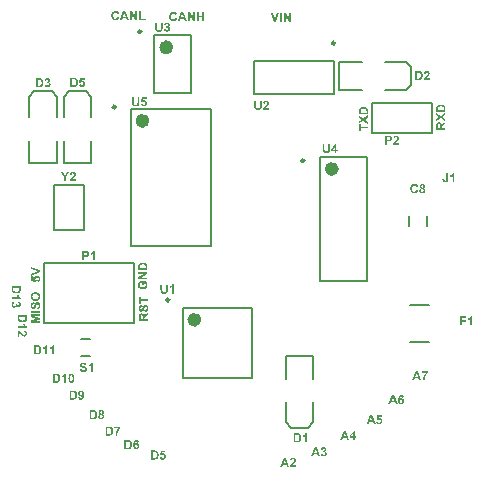
<source format=gto>
G04*
G04 #@! TF.GenerationSoftware,Altium Limited,Altium Designer,18.1.7 (191)*
G04*
G04 Layer_Color=65535*
%FSLAX44Y44*%
%MOMM*%
G71*
G01*
G75*
%ADD10C,0.2500*%
%ADD11C,0.6000*%
%ADD12C,0.2000*%
G36*
X1249175Y630444D02*
X1249164Y630352D01*
X1249153Y630136D01*
X1249141Y629908D01*
X1249118Y629668D01*
X1249073Y629429D01*
X1249027Y629223D01*
Y629212D01*
X1249016Y629189D01*
X1249004Y629155D01*
X1248993Y629109D01*
X1248936Y628984D01*
X1248856Y628824D01*
X1248765Y628642D01*
X1248639Y628448D01*
X1248491Y628254D01*
X1248309Y628071D01*
Y628060D01*
X1248286Y628049D01*
X1248217Y627992D01*
X1248115Y627900D01*
X1247966Y627798D01*
X1247784Y627672D01*
X1247567Y627547D01*
X1247328Y627433D01*
X1247066Y627330D01*
X1247054D01*
X1247031Y627319D01*
X1246997Y627307D01*
X1246940Y627296D01*
X1246860Y627273D01*
X1246780Y627250D01*
X1246678Y627228D01*
X1246564Y627205D01*
X1246438Y627182D01*
X1246301Y627159D01*
X1246153Y627136D01*
X1245993Y627113D01*
X1245651Y627091D01*
X1245264Y627079D01*
X1245252D01*
X1245218D01*
X1245172D01*
X1245104D01*
X1245024Y627091D01*
X1244921D01*
X1244819Y627102D01*
X1244705Y627113D01*
X1244442Y627136D01*
X1244169Y627182D01*
X1243884Y627239D01*
X1243621Y627319D01*
X1243610D01*
X1243587Y627330D01*
X1243541Y627353D01*
X1243484Y627376D01*
X1243416Y627398D01*
X1243336Y627433D01*
X1243142Y627524D01*
X1242926Y627649D01*
X1242698Y627786D01*
X1242469Y627946D01*
X1242264Y628140D01*
X1242253Y628163D01*
X1242196Y628208D01*
X1242127Y628299D01*
X1242047Y628425D01*
X1241945Y628585D01*
X1241842Y628767D01*
X1241751Y628984D01*
X1241660Y629223D01*
X1241648Y629246D01*
Y629280D01*
X1241637Y629314D01*
X1241614Y629429D01*
X1241580Y629588D01*
X1241546Y629782D01*
X1241523Y630022D01*
X1241511Y630284D01*
X1241500Y630592D01*
Y633500D01*
X1249175D01*
Y630444D01*
D02*
G37*
G36*
X1247271Y625688D02*
X1247282Y625676D01*
X1247293Y625642D01*
X1247305Y625597D01*
X1247362Y625483D01*
X1247430Y625334D01*
X1247522Y625140D01*
X1247647Y624935D01*
X1247795Y624707D01*
X1247978Y624456D01*
X1247989Y624445D01*
X1248001Y624422D01*
X1248035Y624388D01*
X1248069Y624342D01*
X1248183Y624228D01*
X1248331Y624080D01*
X1248514Y623932D01*
X1248719Y623772D01*
X1248959Y623635D01*
X1249210Y623521D01*
Y622323D01*
X1241500D01*
Y623795D01*
X1247043D01*
X1247031Y623806D01*
X1247008Y623829D01*
X1246974Y623875D01*
X1246917Y623943D01*
X1246860Y624011D01*
X1246792Y624103D01*
X1246712Y624217D01*
X1246621Y624331D01*
X1246529Y624468D01*
X1246438Y624616D01*
X1246256Y624935D01*
X1246085Y625300D01*
X1245936Y625699D01*
X1247271D01*
Y625688D01*
D02*
G37*
G36*
X1243712Y618754D02*
X1243701D01*
X1243690D01*
X1243621Y618742D01*
X1243530Y618720D01*
X1243405Y618685D01*
X1243268Y618640D01*
X1243131Y618571D01*
X1242994Y618492D01*
X1242880Y618389D01*
X1242869Y618377D01*
X1242834Y618332D01*
X1242789Y618275D01*
X1242743Y618184D01*
X1242686Y618081D01*
X1242641Y617956D01*
X1242606Y617819D01*
X1242595Y617670D01*
Y617648D01*
X1242606Y617591D01*
X1242618Y617511D01*
X1242641Y617397D01*
X1242675Y617271D01*
X1242743Y617146D01*
X1242823Y617020D01*
X1242937Y616895D01*
X1242948Y616884D01*
X1243005Y616849D01*
X1243074Y616792D01*
X1243176Y616735D01*
X1243313Y616678D01*
X1243473Y616621D01*
X1243655Y616587D01*
X1243861Y616576D01*
X1243872D01*
X1243884D01*
X1243952D01*
X1244055Y616587D01*
X1244180Y616610D01*
X1244317Y616655D01*
X1244465Y616701D01*
X1244613Y616781D01*
X1244739Y616884D01*
X1244750Y616895D01*
X1244796Y616940D01*
X1244842Y616997D01*
X1244910Y617089D01*
X1244967Y617191D01*
X1245024Y617317D01*
X1245058Y617454D01*
X1245070Y617613D01*
Y617727D01*
X1245058Y617807D01*
X1245047Y617898D01*
X1245024Y618013D01*
X1244990Y618149D01*
X1244956Y618286D01*
X1246153Y618127D01*
Y618024D01*
X1246164Y617921D01*
X1246176Y617785D01*
X1246210Y617636D01*
X1246244Y617477D01*
X1246313Y617328D01*
X1246404Y617203D01*
X1246415Y617191D01*
X1246450Y617157D01*
X1246518Y617100D01*
X1246598Y617043D01*
X1246701Y616986D01*
X1246826Y616929D01*
X1246974Y616895D01*
X1247134Y616884D01*
X1247157D01*
X1247202D01*
X1247271Y616895D01*
X1247362Y616918D01*
X1247453Y616940D01*
X1247556Y616986D01*
X1247658Y617043D01*
X1247750Y617123D01*
X1247761Y617134D01*
X1247784Y617169D01*
X1247830Y617214D01*
X1247875Y617283D01*
X1247909Y617374D01*
X1247955Y617477D01*
X1247978Y617602D01*
X1247989Y617739D01*
Y617796D01*
X1247978Y617876D01*
X1247955Y617956D01*
X1247921Y618058D01*
X1247875Y618172D01*
X1247818Y618286D01*
X1247727Y618389D01*
X1247716Y618400D01*
X1247681Y618434D01*
X1247613Y618480D01*
X1247533Y618526D01*
X1247430Y618583D01*
X1247293Y618628D01*
X1247145Y618674D01*
X1246963Y618708D01*
X1247191Y620065D01*
X1247202D01*
X1247225Y620054D01*
X1247259D01*
X1247305Y620043D01*
X1247430Y620008D01*
X1247590Y619963D01*
X1247773Y619906D01*
X1247955Y619826D01*
X1248138Y619746D01*
X1248309Y619643D01*
X1248331Y619632D01*
X1248377Y619586D01*
X1248457Y619529D01*
X1248548Y619438D01*
X1248651Y619324D01*
X1248765Y619187D01*
X1248879Y619028D01*
X1248970Y618845D01*
Y618834D01*
X1248981Y618822D01*
X1249004Y618754D01*
X1249050Y618651D01*
X1249096Y618514D01*
X1249130Y618343D01*
X1249175Y618149D01*
X1249198Y617933D01*
X1249210Y617705D01*
Y617602D01*
X1249198Y617522D01*
X1249187Y617431D01*
X1249175Y617328D01*
X1249153Y617203D01*
X1249118Y617077D01*
X1249038Y616792D01*
X1248981Y616655D01*
X1248913Y616507D01*
X1248833Y616359D01*
X1248742Y616222D01*
X1248639Y616085D01*
X1248514Y615960D01*
X1248502Y615948D01*
X1248491Y615937D01*
X1248457Y615914D01*
X1248411Y615868D01*
X1248297Y615789D01*
X1248138Y615686D01*
X1247955Y615583D01*
X1247738Y615492D01*
X1247499Y615435D01*
X1247373Y615424D01*
X1247236Y615412D01*
X1247225D01*
X1247191D01*
X1247134Y615424D01*
X1247066D01*
X1246986Y615447D01*
X1246883Y615469D01*
X1246769Y615504D01*
X1246655Y615549D01*
X1246529Y615606D01*
X1246393Y615686D01*
X1246256Y615766D01*
X1246130Y615880D01*
X1245993Y616005D01*
X1245857Y616154D01*
X1245731Y616325D01*
X1245617Y616519D01*
Y616507D01*
X1245606Y616484D01*
Y616450D01*
X1245583Y616404D01*
X1245549Y616291D01*
X1245492Y616142D01*
X1245400Y615971D01*
X1245286Y615800D01*
X1245150Y615629D01*
X1244978Y615469D01*
X1244956Y615447D01*
X1244887Y615401D01*
X1244784Y615344D01*
X1244648Y615264D01*
X1244477Y615196D01*
X1244271Y615127D01*
X1244055Y615082D01*
X1243804Y615070D01*
X1243792D01*
X1243758D01*
X1243701D01*
X1243633Y615082D01*
X1243541Y615093D01*
X1243450Y615104D01*
X1243336Y615127D01*
X1243211Y615161D01*
X1242937Y615253D01*
X1242800Y615310D01*
X1242652Y615378D01*
X1242504Y615469D01*
X1242355Y615572D01*
X1242218Y615686D01*
X1242082Y615812D01*
X1242070Y615823D01*
X1242047Y615846D01*
X1242013Y615891D01*
X1241968Y615948D01*
X1241922Y616017D01*
X1241853Y616108D01*
X1241796Y616211D01*
X1241728Y616325D01*
X1241660Y616450D01*
X1241603Y616587D01*
X1241534Y616735D01*
X1241489Y616906D01*
X1241443Y617077D01*
X1241409Y617260D01*
X1241386Y617454D01*
X1241375Y617659D01*
Y617762D01*
X1241386Y617830D01*
X1241397Y617921D01*
X1241409Y618024D01*
X1241420Y618138D01*
X1241454Y618264D01*
X1241523Y618537D01*
X1241626Y618822D01*
X1241694Y618970D01*
X1241774Y619119D01*
X1241865Y619256D01*
X1241968Y619393D01*
X1241979Y619404D01*
X1241990Y619427D01*
X1242025Y619461D01*
X1242082Y619495D01*
X1242139Y619552D01*
X1242207Y619609D01*
X1242298Y619678D01*
X1242390Y619746D01*
X1242618Y619883D01*
X1242880Y620008D01*
X1243188Y620111D01*
X1243359Y620157D01*
X1243530Y620179D01*
X1243712Y618754D01*
D02*
G37*
G36*
X1254425Y605944D02*
X1254414Y605852D01*
X1254402Y605636D01*
X1254391Y605408D01*
X1254368Y605168D01*
X1254323Y604929D01*
X1254277Y604723D01*
Y604712D01*
X1254266Y604689D01*
X1254254Y604655D01*
X1254243Y604609D01*
X1254186Y604484D01*
X1254106Y604324D01*
X1254015Y604142D01*
X1253889Y603948D01*
X1253741Y603754D01*
X1253559Y603571D01*
Y603560D01*
X1253536Y603549D01*
X1253467Y603492D01*
X1253365Y603400D01*
X1253216Y603298D01*
X1253034Y603172D01*
X1252817Y603047D01*
X1252578Y602933D01*
X1252316Y602830D01*
X1252304D01*
X1252281Y602819D01*
X1252247Y602807D01*
X1252190Y602796D01*
X1252110Y602773D01*
X1252030Y602750D01*
X1251928Y602728D01*
X1251814Y602705D01*
X1251688Y602682D01*
X1251551Y602659D01*
X1251403Y602636D01*
X1251243Y602613D01*
X1250901Y602591D01*
X1250514Y602579D01*
X1250502D01*
X1250468D01*
X1250422D01*
X1250354D01*
X1250274Y602591D01*
X1250171D01*
X1250069Y602602D01*
X1249955Y602613D01*
X1249692Y602636D01*
X1249419Y602682D01*
X1249134Y602739D01*
X1248871Y602819D01*
X1248860D01*
X1248837Y602830D01*
X1248791Y602853D01*
X1248734Y602876D01*
X1248666Y602898D01*
X1248586Y602933D01*
X1248392Y603024D01*
X1248176Y603149D01*
X1247947Y603286D01*
X1247719Y603446D01*
X1247514Y603640D01*
X1247503Y603663D01*
X1247446Y603708D01*
X1247377Y603800D01*
X1247297Y603925D01*
X1247195Y604085D01*
X1247092Y604267D01*
X1247001Y604484D01*
X1246910Y604723D01*
X1246898Y604746D01*
Y604780D01*
X1246887Y604814D01*
X1246864Y604929D01*
X1246830Y605088D01*
X1246796Y605282D01*
X1246773Y605522D01*
X1246761Y605784D01*
X1246750Y606092D01*
Y609000D01*
X1254425D01*
Y605944D01*
D02*
G37*
G36*
X1252521Y601188D02*
X1252532Y601176D01*
X1252543Y601142D01*
X1252555Y601097D01*
X1252612Y600983D01*
X1252680Y600834D01*
X1252772Y600640D01*
X1252897Y600435D01*
X1253045Y600207D01*
X1253228Y599956D01*
X1253239Y599945D01*
X1253251Y599922D01*
X1253285Y599888D01*
X1253319Y599842D01*
X1253433Y599728D01*
X1253581Y599580D01*
X1253764Y599431D01*
X1253969Y599272D01*
X1254209Y599135D01*
X1254460Y599021D01*
Y597823D01*
X1246750D01*
Y599295D01*
X1252293D01*
X1252281Y599306D01*
X1252258Y599329D01*
X1252224Y599375D01*
X1252167Y599443D01*
X1252110Y599511D01*
X1252042Y599603D01*
X1251962Y599717D01*
X1251871Y599831D01*
X1251779Y599968D01*
X1251688Y600116D01*
X1251506Y600435D01*
X1251335Y600800D01*
X1251186Y601199D01*
X1252521D01*
Y601188D01*
D02*
G37*
G36*
X1246830Y595805D02*
X1246876Y595793D01*
X1246944Y595782D01*
X1247024Y595771D01*
X1247218Y595725D01*
X1247446Y595657D01*
X1247685Y595565D01*
X1247947Y595451D01*
X1248210Y595314D01*
X1248221D01*
X1248244Y595292D01*
X1248278Y595269D01*
X1248335Y595223D01*
X1248404Y595178D01*
X1248495Y595121D01*
X1248586Y595041D01*
X1248700Y594949D01*
X1248826Y594847D01*
X1248962Y594721D01*
X1249122Y594585D01*
X1249282Y594436D01*
X1249464Y594265D01*
X1249647Y594083D01*
X1249852Y593877D01*
X1250057Y593661D01*
X1250069Y593649D01*
X1250103Y593615D01*
X1250149Y593570D01*
X1250206Y593501D01*
X1250285Y593421D01*
X1250365Y593330D01*
X1250559Y593125D01*
X1250764Y592920D01*
X1250981Y592714D01*
X1251072Y592623D01*
X1251164Y592543D01*
X1251243Y592475D01*
X1251312Y592429D01*
X1251335Y592418D01*
X1251392Y592383D01*
X1251483Y592327D01*
X1251597Y592270D01*
X1251734Y592224D01*
X1251882Y592167D01*
X1252042Y592133D01*
X1252213Y592121D01*
X1252224D01*
X1252236D01*
X1252293D01*
X1252384Y592133D01*
X1252486Y592155D01*
X1252612Y592190D01*
X1252737Y592235D01*
X1252863Y592304D01*
X1252965Y592395D01*
X1252977Y592406D01*
X1253011Y592440D01*
X1253057Y592497D01*
X1253102Y592589D01*
X1253148Y592691D01*
X1253194Y592817D01*
X1253228Y592954D01*
X1253239Y593125D01*
Y593205D01*
X1253228Y593284D01*
X1253205Y593387D01*
X1253171Y593513D01*
X1253114Y593638D01*
X1253045Y593752D01*
X1252954Y593866D01*
X1252943Y593877D01*
X1252897Y593912D01*
X1252829Y593957D01*
X1252737Y594003D01*
X1252612Y594060D01*
X1252452Y594106D01*
X1252270Y594151D01*
X1252042Y594174D01*
X1252179Y595645D01*
X1252190D01*
X1252236Y595634D01*
X1252293D01*
X1252373Y595611D01*
X1252475Y595600D01*
X1252589Y595565D01*
X1252715Y595531D01*
X1252851Y595497D01*
X1253137Y595394D01*
X1253433Y595246D01*
X1253570Y595166D01*
X1253695Y595064D01*
X1253821Y594961D01*
X1253923Y594836D01*
X1253935Y594824D01*
X1253946Y594801D01*
X1253969Y594767D01*
X1254003Y594710D01*
X1254049Y594642D01*
X1254095Y594562D01*
X1254140Y594459D01*
X1254197Y594356D01*
X1254243Y594231D01*
X1254288Y594106D01*
X1254380Y593809D01*
X1254437Y593467D01*
X1254460Y593284D01*
Y592976D01*
X1254448Y592908D01*
X1254437Y592805D01*
X1254425Y592703D01*
X1254414Y592577D01*
X1254380Y592440D01*
X1254311Y592155D01*
X1254197Y591859D01*
X1254129Y591722D01*
X1254049Y591574D01*
X1253958Y591437D01*
X1253844Y591311D01*
X1253832Y591300D01*
X1253821Y591277D01*
X1253787Y591254D01*
X1253730Y591209D01*
X1253673Y591163D01*
X1253604Y591106D01*
X1253513Y591038D01*
X1253422Y590981D01*
X1253205Y590855D01*
X1252943Y590753D01*
X1252794Y590707D01*
X1252646Y590673D01*
X1252486Y590661D01*
X1252316Y590650D01*
X1252293D01*
X1252224D01*
X1252133Y590661D01*
X1251996Y590673D01*
X1251848Y590696D01*
X1251688Y590730D01*
X1251506Y590775D01*
X1251335Y590844D01*
X1251312Y590855D01*
X1251255Y590878D01*
X1251164Y590924D01*
X1251038Y590981D01*
X1250890Y591072D01*
X1250719Y591175D01*
X1250548Y591289D01*
X1250354Y591437D01*
X1250342Y591448D01*
X1250285Y591494D01*
X1250217Y591562D01*
X1250103Y591654D01*
X1249966Y591791D01*
X1249795Y591962D01*
X1249601Y592167D01*
X1249373Y592406D01*
X1249362Y592418D01*
X1249350Y592440D01*
X1249316Y592475D01*
X1249270Y592520D01*
X1249156Y592634D01*
X1249031Y592783D01*
X1248883Y592931D01*
X1248746Y593079D01*
X1248620Y593205D01*
X1248563Y593250D01*
X1248518Y593296D01*
X1248506Y593307D01*
X1248484Y593330D01*
X1248438Y593364D01*
X1248392Y593399D01*
X1248267Y593501D01*
X1248119Y593592D01*
Y590650D01*
X1246750D01*
Y595816D01*
X1246761D01*
X1246784D01*
X1246830Y595805D01*
D02*
G37*
G36*
X1277391Y575500D02*
X1275920D01*
Y581043D01*
X1275909Y581031D01*
X1275886Y581008D01*
X1275840Y580974D01*
X1275772Y580917D01*
X1275703Y580860D01*
X1275612Y580792D01*
X1275498Y580712D01*
X1275384Y580621D01*
X1275247Y580529D01*
X1275099Y580438D01*
X1274780Y580256D01*
X1274415Y580085D01*
X1274015Y579936D01*
Y581271D01*
X1274027D01*
X1274038Y581282D01*
X1274072Y581293D01*
X1274118Y581305D01*
X1274232Y581362D01*
X1274380Y581430D01*
X1274574Y581522D01*
X1274780Y581647D01*
X1275008Y581795D01*
X1275258Y581978D01*
X1275270Y581989D01*
X1275293Y582001D01*
X1275327Y582035D01*
X1275372Y582069D01*
X1275487Y582183D01*
X1275635Y582331D01*
X1275783Y582514D01*
X1275943Y582719D01*
X1276080Y582959D01*
X1276194Y583209D01*
X1277391D01*
Y575500D01*
D02*
G37*
G36*
X1271426D02*
X1269955D01*
Y581043D01*
X1269944Y581031D01*
X1269921Y581008D01*
X1269875Y580974D01*
X1269807Y580917D01*
X1269739Y580860D01*
X1269647Y580792D01*
X1269533Y580712D01*
X1269419Y580621D01*
X1269282Y580529D01*
X1269134Y580438D01*
X1268815Y580256D01*
X1268450Y580085D01*
X1268051Y579936D01*
Y581271D01*
X1268062D01*
X1268074Y581282D01*
X1268108Y581293D01*
X1268153Y581305D01*
X1268267Y581362D01*
X1268416Y581430D01*
X1268610Y581522D01*
X1268815Y581647D01*
X1269043Y581795D01*
X1269294Y581978D01*
X1269305Y581989D01*
X1269328Y582001D01*
X1269362Y582035D01*
X1269408Y582069D01*
X1269522Y582183D01*
X1269670Y582331D01*
X1269818Y582514D01*
X1269978Y582719D01*
X1270115Y582959D01*
X1270229Y583209D01*
X1271426D01*
Y575500D01*
D02*
G37*
G36*
X1263398Y583164D02*
X1263614Y583153D01*
X1263842Y583141D01*
X1264082Y583118D01*
X1264321Y583073D01*
X1264527Y583027D01*
X1264538D01*
X1264561Y583016D01*
X1264595Y583004D01*
X1264641Y582993D01*
X1264766Y582936D01*
X1264926Y582856D01*
X1265108Y582765D01*
X1265302Y582639D01*
X1265496Y582491D01*
X1265679Y582309D01*
X1265690D01*
X1265701Y582286D01*
X1265758Y582217D01*
X1265850Y582115D01*
X1265952Y581966D01*
X1266078Y581784D01*
X1266203Y581567D01*
X1266317Y581328D01*
X1266420Y581065D01*
Y581054D01*
X1266431Y581031D01*
X1266443Y580997D01*
X1266454Y580940D01*
X1266477Y580860D01*
X1266500Y580780D01*
X1266523Y580678D01*
X1266545Y580564D01*
X1266568Y580438D01*
X1266591Y580301D01*
X1266614Y580153D01*
X1266637Y579993D01*
X1266659Y579651D01*
X1266671Y579263D01*
Y579252D01*
Y579218D01*
Y579172D01*
Y579104D01*
X1266659Y579024D01*
Y578921D01*
X1266648Y578819D01*
X1266637Y578705D01*
X1266614Y578442D01*
X1266568Y578169D01*
X1266511Y577884D01*
X1266431Y577621D01*
Y577610D01*
X1266420Y577587D01*
X1266397Y577541D01*
X1266374Y577484D01*
X1266351Y577416D01*
X1266317Y577336D01*
X1266226Y577142D01*
X1266101Y576926D01*
X1265964Y576698D01*
X1265804Y576469D01*
X1265610Y576264D01*
X1265587Y576253D01*
X1265542Y576196D01*
X1265451Y576127D01*
X1265325Y576047D01*
X1265165Y575945D01*
X1264983Y575842D01*
X1264766Y575751D01*
X1264527Y575660D01*
X1264504Y575648D01*
X1264470D01*
X1264436Y575637D01*
X1264321Y575614D01*
X1264162Y575580D01*
X1263968Y575546D01*
X1263728Y575523D01*
X1263466Y575511D01*
X1263158Y575500D01*
X1260250D01*
Y583175D01*
X1263306D01*
X1263398Y583164D01*
D02*
G37*
G36*
X1287426Y551500D02*
X1285955D01*
Y557043D01*
X1285944Y557031D01*
X1285921Y557008D01*
X1285876Y556974D01*
X1285807Y556917D01*
X1285739Y556860D01*
X1285647Y556792D01*
X1285533Y556712D01*
X1285419Y556621D01*
X1285282Y556529D01*
X1285134Y556438D01*
X1284815Y556256D01*
X1284450Y556085D01*
X1284051Y555936D01*
Y557271D01*
X1284062D01*
X1284074Y557282D01*
X1284108Y557294D01*
X1284153Y557305D01*
X1284267Y557362D01*
X1284416Y557430D01*
X1284610Y557522D01*
X1284815Y557647D01*
X1285043Y557795D01*
X1285294Y557978D01*
X1285305Y557989D01*
X1285328Y558001D01*
X1285362Y558035D01*
X1285408Y558069D01*
X1285522Y558183D01*
X1285670Y558331D01*
X1285818Y558514D01*
X1285978Y558719D01*
X1286115Y558959D01*
X1286229Y559210D01*
X1287426D01*
Y551500D01*
D02*
G37*
G36*
X1279398Y559164D02*
X1279614Y559152D01*
X1279842Y559141D01*
X1280082Y559118D01*
X1280321Y559073D01*
X1280527Y559027D01*
X1280538D01*
X1280561Y559016D01*
X1280595Y559004D01*
X1280641Y558993D01*
X1280766Y558936D01*
X1280926Y558856D01*
X1281108Y558765D01*
X1281302Y558639D01*
X1281496Y558491D01*
X1281679Y558308D01*
X1281690D01*
X1281701Y558286D01*
X1281758Y558217D01*
X1281850Y558115D01*
X1281952Y557966D01*
X1282078Y557784D01*
X1282203Y557567D01*
X1282317Y557328D01*
X1282420Y557065D01*
Y557054D01*
X1282431Y557031D01*
X1282443Y556997D01*
X1282454Y556940D01*
X1282477Y556860D01*
X1282500Y556780D01*
X1282522Y556678D01*
X1282545Y556564D01*
X1282568Y556438D01*
X1282591Y556301D01*
X1282614Y556153D01*
X1282637Y555993D01*
X1282659Y555651D01*
X1282671Y555263D01*
Y555252D01*
Y555218D01*
Y555172D01*
Y555104D01*
X1282659Y555024D01*
Y554921D01*
X1282648Y554819D01*
X1282637Y554705D01*
X1282614Y554442D01*
X1282568Y554169D01*
X1282511Y553884D01*
X1282431Y553621D01*
Y553610D01*
X1282420Y553587D01*
X1282397Y553541D01*
X1282374Y553484D01*
X1282352Y553416D01*
X1282317Y553336D01*
X1282226Y553142D01*
X1282101Y552926D01*
X1281964Y552697D01*
X1281804Y552469D01*
X1281610Y552264D01*
X1281587Y552253D01*
X1281542Y552196D01*
X1281451Y552127D01*
X1281325Y552047D01*
X1281165Y551945D01*
X1280983Y551842D01*
X1280766Y551751D01*
X1280527Y551660D01*
X1280504Y551648D01*
X1280470D01*
X1280435Y551637D01*
X1280321Y551614D01*
X1280162Y551580D01*
X1279968Y551546D01*
X1279728Y551523D01*
X1279466Y551511D01*
X1279158Y551500D01*
X1276250D01*
Y559175D01*
X1279306D01*
X1279398Y559164D01*
D02*
G37*
G36*
X1292296Y559198D02*
X1292388Y559187D01*
X1292502Y559164D01*
X1292616Y559141D01*
X1292753Y559107D01*
X1292889Y559073D01*
X1293026Y559016D01*
X1293174Y558947D01*
X1293323Y558879D01*
X1293459Y558776D01*
X1293608Y558674D01*
X1293733Y558548D01*
X1293859Y558411D01*
X1293870Y558400D01*
X1293893Y558366D01*
X1293927Y558308D01*
X1293973Y558229D01*
X1294030Y558126D01*
X1294098Y558001D01*
X1294167Y557841D01*
X1294235Y557670D01*
X1294303Y557465D01*
X1294372Y557237D01*
X1294440Y556974D01*
X1294497Y556689D01*
X1294543Y556381D01*
X1294577Y556050D01*
X1294600Y555686D01*
X1294611Y555286D01*
Y555275D01*
Y555263D01*
Y555229D01*
Y555195D01*
Y555081D01*
X1294600Y554933D01*
X1294589Y554750D01*
X1294566Y554545D01*
X1294543Y554317D01*
X1294520Y554077D01*
X1294429Y553564D01*
X1294361Y553302D01*
X1294292Y553040D01*
X1294201Y552800D01*
X1294098Y552561D01*
X1293984Y552344D01*
X1293847Y552150D01*
X1293836Y552139D01*
X1293824Y552116D01*
X1293779Y552082D01*
X1293733Y552025D01*
X1293676Y551968D01*
X1293596Y551911D01*
X1293505Y551831D01*
X1293403Y551762D01*
X1293289Y551694D01*
X1293152Y551625D01*
X1293015Y551557D01*
X1292855Y551500D01*
X1292684Y551443D01*
X1292513Y551409D01*
X1292319Y551386D01*
X1292114Y551375D01*
X1292068D01*
X1292000Y551386D01*
X1291931D01*
X1291829Y551397D01*
X1291726Y551420D01*
X1291601Y551443D01*
X1291464Y551477D01*
X1291327Y551523D01*
X1291179Y551580D01*
X1291019Y551648D01*
X1290871Y551740D01*
X1290722Y551831D01*
X1290574Y551945D01*
X1290437Y552082D01*
X1290300Y552230D01*
X1290289Y552241D01*
X1290266Y552276D01*
X1290232Y552321D01*
X1290198Y552401D01*
X1290141Y552492D01*
X1290084Y552618D01*
X1290027Y552766D01*
X1289958Y552937D01*
X1289890Y553131D01*
X1289833Y553359D01*
X1289776Y553610D01*
X1289719Y553884D01*
X1289685Y554192D01*
X1289650Y554534D01*
X1289628Y554899D01*
X1289616Y555298D01*
Y555309D01*
Y555321D01*
Y555355D01*
Y555389D01*
Y555503D01*
X1289628Y555651D01*
X1289639Y555834D01*
X1289662Y556039D01*
X1289685Y556256D01*
X1289707Y556507D01*
X1289799Y557008D01*
X1289856Y557271D01*
X1289935Y557533D01*
X1290015Y557784D01*
X1290118Y558012D01*
X1290232Y558229D01*
X1290369Y558423D01*
X1290380Y558434D01*
X1290403Y558457D01*
X1290437Y558491D01*
X1290483Y558548D01*
X1290551Y558605D01*
X1290631Y558674D01*
X1290722Y558742D01*
X1290825Y558822D01*
X1290939Y558890D01*
X1291076Y558959D01*
X1291213Y559027D01*
X1291373Y559084D01*
X1291544Y559141D01*
X1291715Y559175D01*
X1291909Y559198D01*
X1292114Y559210D01*
X1292216D01*
X1292296Y559198D01*
D02*
G37*
G36*
X1300445Y544948D02*
X1300547Y544937D01*
X1300661Y544914D01*
X1300787Y544880D01*
X1300924Y544846D01*
X1301072Y544800D01*
X1301232Y544743D01*
X1301391Y544663D01*
X1301551Y544572D01*
X1301711Y544469D01*
X1301870Y544344D01*
X1302019Y544207D01*
X1302167Y544047D01*
X1302178Y544036D01*
X1302201Y544002D01*
X1302235Y543956D01*
X1302281Y543876D01*
X1302338Y543773D01*
X1302406Y543648D01*
X1302475Y543511D01*
X1302543Y543340D01*
X1302612Y543146D01*
X1302680Y542929D01*
X1302749Y542679D01*
X1302806Y542416D01*
X1302851Y542120D01*
X1302885Y541800D01*
X1302908Y541447D01*
X1302920Y541071D01*
Y541059D01*
Y541048D01*
Y540979D01*
Y540865D01*
X1302908Y540728D01*
X1302897Y540557D01*
X1302874Y540352D01*
X1302851Y540135D01*
X1302817Y539896D01*
X1302783Y539656D01*
X1302726Y539406D01*
X1302669Y539143D01*
X1302589Y538892D01*
X1302498Y538653D01*
X1302395Y538425D01*
X1302270Y538219D01*
X1302133Y538026D01*
X1302121Y538014D01*
X1302099Y537991D01*
X1302053Y537946D01*
X1301996Y537877D01*
X1301916Y537809D01*
X1301825Y537729D01*
X1301711Y537649D01*
X1301585Y537569D01*
X1301448Y537478D01*
X1301300Y537398D01*
X1301129Y537318D01*
X1300958Y537250D01*
X1300764Y537193D01*
X1300559Y537147D01*
X1300342Y537113D01*
X1300114Y537102D01*
X1300023D01*
X1299966Y537113D01*
X1299886D01*
X1299795Y537125D01*
X1299590Y537159D01*
X1299361Y537216D01*
X1299122Y537307D01*
X1298882Y537421D01*
X1298654Y537581D01*
X1298643Y537592D01*
X1298631Y537603D01*
X1298563Y537672D01*
X1298472Y537786D01*
X1298358Y537946D01*
X1298244Y538140D01*
X1298130Y538391D01*
X1298027Y538687D01*
X1297959Y539018D01*
X1299384Y539177D01*
Y539155D01*
X1299396Y539109D01*
X1299407Y539029D01*
X1299430Y538927D01*
X1299464Y538824D01*
X1299510Y538721D01*
X1299578Y538619D01*
X1299646Y538527D01*
X1299658Y538516D01*
X1299681Y538493D01*
X1299738Y538459D01*
X1299795Y538425D01*
X1299886Y538391D01*
X1299977Y538356D01*
X1300091Y538333D01*
X1300217Y538322D01*
X1300240D01*
X1300297Y538333D01*
X1300376Y538345D01*
X1300479Y538379D01*
X1300605Y538425D01*
X1300730Y538493D01*
X1300855Y538596D01*
X1300981Y538733D01*
X1300992Y538755D01*
X1301015Y538778D01*
X1301038Y538824D01*
X1301061Y538870D01*
X1301084Y538938D01*
X1301118Y539018D01*
X1301152Y539109D01*
X1301186Y539223D01*
X1301220Y539348D01*
X1301254Y539485D01*
X1301289Y539645D01*
X1301323Y539827D01*
X1301346Y540021D01*
X1301369Y540238D01*
X1301391Y540477D01*
X1301380Y540466D01*
X1301369Y540455D01*
X1301334Y540420D01*
X1301289Y540375D01*
X1301175Y540272D01*
X1301015Y540158D01*
X1300810Y540044D01*
X1300570Y539941D01*
X1300308Y539862D01*
X1300160Y539850D01*
X1300011Y539839D01*
X1299920D01*
X1299863Y539850D01*
X1299783Y539862D01*
X1299692Y539873D01*
X1299475Y539930D01*
X1299225Y540010D01*
X1299099Y540067D01*
X1298962Y540135D01*
X1298837Y540215D01*
X1298700Y540306D01*
X1298575Y540409D01*
X1298449Y540535D01*
X1298438Y540546D01*
X1298426Y540569D01*
X1298392Y540603D01*
X1298346Y540660D01*
X1298301Y540728D01*
X1298244Y540820D01*
X1298187Y540911D01*
X1298130Y541025D01*
X1298061Y541150D01*
X1298004Y541287D01*
X1297947Y541436D01*
X1297902Y541595D01*
X1297856Y541778D01*
X1297822Y541960D01*
X1297810Y542154D01*
X1297799Y542359D01*
Y542371D01*
Y542416D01*
Y542473D01*
X1297810Y542553D01*
X1297822Y542656D01*
X1297833Y542770D01*
X1297856Y542895D01*
X1297890Y543032D01*
X1297970Y543329D01*
X1298027Y543488D01*
X1298084Y543648D01*
X1298164Y543796D01*
X1298255Y543956D01*
X1298358Y544104D01*
X1298483Y544241D01*
X1298495Y544252D01*
X1298517Y544275D01*
X1298552Y544310D01*
X1298609Y544355D01*
X1298677Y544412D01*
X1298757Y544469D01*
X1298860Y544538D01*
X1298962Y544606D01*
X1299088Y544663D01*
X1299225Y544731D01*
X1299361Y544788D01*
X1299521Y544846D01*
X1299692Y544891D01*
X1299863Y544925D01*
X1300057Y544948D01*
X1300251Y544959D01*
X1300365D01*
X1300445Y544948D01*
D02*
G37*
G36*
X1293648Y544914D02*
X1293864Y544902D01*
X1294093Y544891D01*
X1294332Y544868D01*
X1294572Y544823D01*
X1294777Y544777D01*
X1294788D01*
X1294811Y544766D01*
X1294845Y544754D01*
X1294891Y544743D01*
X1295016Y544686D01*
X1295176Y544606D01*
X1295358Y544515D01*
X1295552Y544389D01*
X1295746Y544241D01*
X1295929Y544059D01*
X1295940D01*
X1295951Y544036D01*
X1296008Y543967D01*
X1296100Y543865D01*
X1296202Y543716D01*
X1296328Y543534D01*
X1296453Y543317D01*
X1296567Y543078D01*
X1296670Y542815D01*
Y542804D01*
X1296681Y542781D01*
X1296693Y542747D01*
X1296704Y542690D01*
X1296727Y542610D01*
X1296750Y542530D01*
X1296772Y542428D01*
X1296795Y542314D01*
X1296818Y542188D01*
X1296841Y542051D01*
X1296864Y541903D01*
X1296887Y541743D01*
X1296909Y541401D01*
X1296921Y541013D01*
Y541002D01*
Y540968D01*
Y540922D01*
Y540854D01*
X1296909Y540774D01*
Y540671D01*
X1296898Y540569D01*
X1296887Y540455D01*
X1296864Y540192D01*
X1296818Y539919D01*
X1296761Y539634D01*
X1296681Y539371D01*
Y539360D01*
X1296670Y539337D01*
X1296647Y539291D01*
X1296624Y539234D01*
X1296602Y539166D01*
X1296567Y539086D01*
X1296476Y538892D01*
X1296351Y538676D01*
X1296214Y538447D01*
X1296054Y538219D01*
X1295860Y538014D01*
X1295837Y538003D01*
X1295792Y537946D01*
X1295701Y537877D01*
X1295575Y537797D01*
X1295415Y537695D01*
X1295233Y537592D01*
X1295016Y537501D01*
X1294777Y537410D01*
X1294754Y537398D01*
X1294720D01*
X1294686Y537387D01*
X1294572Y537364D01*
X1294412Y537330D01*
X1294218Y537296D01*
X1293978Y537273D01*
X1293716Y537261D01*
X1293408Y537250D01*
X1290500D01*
Y544925D01*
X1293556D01*
X1293648Y544914D01*
D02*
G37*
G36*
X1310648Y528414D02*
X1310864Y528402D01*
X1311093Y528391D01*
X1311332Y528368D01*
X1311571Y528323D01*
X1311777Y528277D01*
X1311788D01*
X1311811Y528266D01*
X1311845Y528254D01*
X1311891Y528243D01*
X1312016Y528186D01*
X1312176Y528106D01*
X1312358Y528015D01*
X1312552Y527889D01*
X1312746Y527741D01*
X1312929Y527559D01*
X1312940D01*
X1312951Y527536D01*
X1313008Y527467D01*
X1313100Y527365D01*
X1313202Y527216D01*
X1313328Y527034D01*
X1313453Y526817D01*
X1313567Y526578D01*
X1313670Y526315D01*
Y526304D01*
X1313681Y526281D01*
X1313693Y526247D01*
X1313704Y526190D01*
X1313727Y526110D01*
X1313750Y526030D01*
X1313772Y525928D01*
X1313795Y525814D01*
X1313818Y525688D01*
X1313841Y525551D01*
X1313864Y525403D01*
X1313887Y525243D01*
X1313909Y524901D01*
X1313921Y524514D01*
Y524502D01*
Y524468D01*
Y524422D01*
Y524354D01*
X1313909Y524274D01*
Y524171D01*
X1313898Y524069D01*
X1313887Y523955D01*
X1313864Y523692D01*
X1313818Y523419D01*
X1313761Y523134D01*
X1313681Y522871D01*
Y522860D01*
X1313670Y522837D01*
X1313647Y522791D01*
X1313624Y522734D01*
X1313602Y522666D01*
X1313567Y522586D01*
X1313476Y522392D01*
X1313351Y522176D01*
X1313214Y521948D01*
X1313054Y521719D01*
X1312860Y521514D01*
X1312837Y521503D01*
X1312792Y521446D01*
X1312701Y521377D01*
X1312575Y521297D01*
X1312415Y521195D01*
X1312233Y521092D01*
X1312016Y521001D01*
X1311777Y520910D01*
X1311754Y520898D01*
X1311720D01*
X1311685Y520887D01*
X1311571Y520864D01*
X1311412Y520830D01*
X1311218Y520796D01*
X1310978Y520773D01*
X1310716Y520761D01*
X1310408Y520750D01*
X1307500D01*
Y528425D01*
X1310556D01*
X1310648Y528414D01*
D02*
G37*
G36*
X1317570Y528448D02*
X1317661D01*
X1317764Y528425D01*
X1317878Y528414D01*
X1318004Y528391D01*
X1318277Y528323D01*
X1318562Y528220D01*
X1318699Y528152D01*
X1318825Y528083D01*
X1318962Y527992D01*
X1319076Y527889D01*
X1319087Y527878D01*
X1319099Y527867D01*
X1319133Y527832D01*
X1319167Y527787D01*
X1319224Y527730D01*
X1319270Y527673D01*
X1319384Y527501D01*
X1319498Y527296D01*
X1319600Y527057D01*
X1319669Y526783D01*
X1319680Y526635D01*
X1319691Y526475D01*
Y526464D01*
Y526452D01*
Y526384D01*
X1319680Y526281D01*
X1319657Y526156D01*
X1319623Y526007D01*
X1319566Y525848D01*
X1319498Y525677D01*
X1319406Y525517D01*
X1319395Y525494D01*
X1319361Y525449D01*
X1319292Y525380D01*
X1319212Y525289D01*
X1319099Y525186D01*
X1318962Y525084D01*
X1318813Y524981D01*
X1318631Y524890D01*
X1318642D01*
X1318654Y524879D01*
X1318688Y524867D01*
X1318734Y524844D01*
X1318848Y524776D01*
X1318996Y524696D01*
X1319144Y524593D01*
X1319315Y524456D01*
X1319463Y524308D01*
X1319600Y524137D01*
X1319612Y524114D01*
X1319657Y524046D01*
X1319714Y523943D01*
X1319771Y523806D01*
X1319840Y523647D01*
X1319885Y523453D01*
X1319931Y523236D01*
X1319942Y522997D01*
Y522985D01*
Y522951D01*
Y522894D01*
X1319931Y522826D01*
X1319920Y522734D01*
X1319908Y522620D01*
X1319885Y522506D01*
X1319863Y522381D01*
X1319771Y522107D01*
X1319726Y521959D01*
X1319657Y521822D01*
X1319577Y521674D01*
X1319486Y521537D01*
X1319384Y521389D01*
X1319258Y521263D01*
X1319247Y521252D01*
X1319224Y521240D01*
X1319190Y521206D01*
X1319133Y521161D01*
X1319064Y521115D01*
X1318984Y521058D01*
X1318882Y520989D01*
X1318779Y520933D01*
X1318654Y520876D01*
X1318517Y520807D01*
X1318369Y520750D01*
X1318209Y520704D01*
X1318038Y520659D01*
X1317855Y520636D01*
X1317661Y520613D01*
X1317456Y520602D01*
X1317354D01*
X1317285Y520613D01*
X1317194D01*
X1317091Y520636D01*
X1316977Y520647D01*
X1316840Y520670D01*
X1316567Y520739D01*
X1316281Y520830D01*
X1315985Y520967D01*
X1315848Y521058D01*
X1315711Y521149D01*
X1315700Y521161D01*
X1315677Y521183D01*
X1315632Y521218D01*
X1315586Y521275D01*
X1315517Y521332D01*
X1315449Y521412D01*
X1315381Y521514D01*
X1315301Y521617D01*
X1315221Y521742D01*
X1315152Y521868D01*
X1315084Y522016D01*
X1315016Y522176D01*
X1314970Y522347D01*
X1314924Y522541D01*
X1314902Y522734D01*
X1314890Y522940D01*
Y522951D01*
Y522962D01*
Y522997D01*
Y523042D01*
X1314902Y523168D01*
X1314924Y523316D01*
X1314970Y523487D01*
X1315016Y523681D01*
X1315096Y523886D01*
X1315198Y524080D01*
Y524092D01*
X1315210Y524103D01*
X1315255Y524171D01*
X1315335Y524263D01*
X1315438Y524377D01*
X1315574Y524514D01*
X1315734Y524639D01*
X1315939Y524776D01*
X1316167Y524890D01*
X1316156D01*
X1316145Y524901D01*
X1316076Y524935D01*
X1315974Y524992D01*
X1315848Y525061D01*
X1315711Y525152D01*
X1315574Y525266D01*
X1315449Y525403D01*
X1315335Y525551D01*
X1315324Y525574D01*
X1315301Y525631D01*
X1315255Y525711D01*
X1315210Y525825D01*
X1315164Y525962D01*
X1315118Y526122D01*
X1315096Y526293D01*
X1315084Y526475D01*
Y526487D01*
Y526509D01*
Y526555D01*
X1315096Y526623D01*
X1315107Y526692D01*
X1315118Y526772D01*
X1315164Y526977D01*
X1315232Y527194D01*
X1315335Y527433D01*
X1315403Y527547D01*
X1315483Y527673D01*
X1315574Y527787D01*
X1315677Y527889D01*
X1315688Y527901D01*
X1315700Y527912D01*
X1315746Y527946D01*
X1315791Y527980D01*
X1315848Y528026D01*
X1315928Y528072D01*
X1316019Y528117D01*
X1316122Y528174D01*
X1316236Y528231D01*
X1316361Y528277D01*
X1316498Y528323D01*
X1316658Y528368D01*
X1316818Y528402D01*
X1317000Y528437D01*
X1317182Y528448D01*
X1317388Y528460D01*
X1317490D01*
X1317570Y528448D01*
D02*
G37*
G36*
X1333442Y513251D02*
X1333431Y513239D01*
X1333420Y513228D01*
X1333385Y513182D01*
X1333340Y513137D01*
X1333283Y513068D01*
X1333214Y513000D01*
X1333134Y512909D01*
X1333043Y512794D01*
X1332952Y512680D01*
X1332861Y512543D01*
X1332747Y512407D01*
X1332644Y512247D01*
X1332530Y512076D01*
X1332405Y511894D01*
X1332291Y511688D01*
X1332165Y511483D01*
X1332154Y511471D01*
X1332142Y511437D01*
X1332108Y511369D01*
X1332063Y511289D01*
X1332005Y511175D01*
X1331948Y511049D01*
X1331880Y510913D01*
X1331800Y510753D01*
X1331720Y510582D01*
X1331640Y510388D01*
X1331561Y510194D01*
X1331481Y509977D01*
X1331321Y509533D01*
X1331184Y509054D01*
Y509042D01*
X1331173Y508997D01*
X1331150Y508928D01*
X1331139Y508837D01*
X1331104Y508723D01*
X1331082Y508597D01*
X1331048Y508449D01*
X1331025Y508278D01*
X1330990Y508107D01*
X1330956Y507925D01*
X1330911Y507537D01*
X1330876Y507138D01*
X1330865Y506750D01*
X1329451D01*
Y506773D01*
Y506818D01*
X1329462Y506910D01*
Y507024D01*
X1329474Y507172D01*
X1329496Y507343D01*
X1329519Y507537D01*
X1329542Y507754D01*
X1329576Y507982D01*
X1329622Y508233D01*
X1329679Y508506D01*
X1329736Y508780D01*
X1329816Y509076D01*
X1329896Y509373D01*
X1329987Y509681D01*
X1330101Y509989D01*
X1330112Y510012D01*
X1330135Y510057D01*
X1330169Y510149D01*
X1330215Y510263D01*
X1330272Y510411D01*
X1330352Y510582D01*
X1330443Y510776D01*
X1330534Y510981D01*
X1330648Y511209D01*
X1330774Y511437D01*
X1330911Y511688D01*
X1331059Y511939D01*
X1331390Y512452D01*
X1331754Y512954D01*
X1328413D01*
Y514323D01*
X1333442D01*
Y513251D01*
D02*
G37*
G36*
X1324148Y514414D02*
X1324364Y514403D01*
X1324592Y514391D01*
X1324832Y514368D01*
X1325071Y514323D01*
X1325277Y514277D01*
X1325288D01*
X1325311Y514266D01*
X1325345Y514254D01*
X1325391Y514243D01*
X1325516Y514186D01*
X1325676Y514106D01*
X1325858Y514015D01*
X1326052Y513889D01*
X1326246Y513741D01*
X1326429Y513559D01*
X1326440D01*
X1326451Y513536D01*
X1326508Y513467D01*
X1326600Y513365D01*
X1326702Y513216D01*
X1326828Y513034D01*
X1326953Y512817D01*
X1327067Y512578D01*
X1327170Y512315D01*
Y512304D01*
X1327181Y512281D01*
X1327193Y512247D01*
X1327204Y512190D01*
X1327227Y512110D01*
X1327250Y512030D01*
X1327272Y511928D01*
X1327295Y511814D01*
X1327318Y511688D01*
X1327341Y511551D01*
X1327364Y511403D01*
X1327387Y511243D01*
X1327409Y510901D01*
X1327421Y510513D01*
Y510502D01*
Y510468D01*
Y510422D01*
Y510354D01*
X1327409Y510274D01*
Y510171D01*
X1327398Y510069D01*
X1327387Y509955D01*
X1327364Y509692D01*
X1327318Y509419D01*
X1327261Y509134D01*
X1327181Y508871D01*
Y508860D01*
X1327170Y508837D01*
X1327147Y508791D01*
X1327124Y508734D01*
X1327101Y508666D01*
X1327067Y508586D01*
X1326976Y508392D01*
X1326851Y508176D01*
X1326714Y507948D01*
X1326554Y507719D01*
X1326360Y507514D01*
X1326337Y507503D01*
X1326292Y507446D01*
X1326201Y507377D01*
X1326075Y507297D01*
X1325915Y507195D01*
X1325733Y507092D01*
X1325516Y507001D01*
X1325277Y506910D01*
X1325254Y506898D01*
X1325220D01*
X1325186Y506887D01*
X1325071Y506864D01*
X1324912Y506830D01*
X1324718Y506796D01*
X1324478Y506773D01*
X1324216Y506761D01*
X1323908Y506750D01*
X1321000D01*
Y514425D01*
X1324056D01*
X1324148Y514414D01*
D02*
G37*
G36*
X1347367Y502948D02*
X1347435D01*
X1347526Y502937D01*
X1347720Y502902D01*
X1347948Y502834D01*
X1348188Y502743D01*
X1348427Y502629D01*
X1348541Y502549D01*
X1348656Y502458D01*
X1348667D01*
X1348678Y502435D01*
X1348747Y502366D01*
X1348849Y502252D01*
X1348963Y502093D01*
X1349089Y501899D01*
X1349214Y501648D01*
X1349317Y501363D01*
X1349397Y501032D01*
X1347971Y500884D01*
Y500907D01*
X1347960Y500952D01*
X1347937Y501032D01*
X1347914Y501123D01*
X1347880Y501226D01*
X1347823Y501340D01*
X1347766Y501431D01*
X1347686Y501522D01*
X1347675Y501534D01*
X1347652Y501557D01*
X1347595Y501591D01*
X1347538Y501637D01*
X1347458Y501671D01*
X1347355Y501705D01*
X1347253Y501728D01*
X1347127Y501739D01*
X1347104D01*
X1347047Y501728D01*
X1346968Y501716D01*
X1346854Y501682D01*
X1346728Y501637D01*
X1346603Y501557D01*
X1346466Y501454D01*
X1346340Y501317D01*
X1346329Y501294D01*
X1346306Y501272D01*
X1346295Y501226D01*
X1346261Y501180D01*
X1346238Y501112D01*
X1346203Y501032D01*
X1346169Y500941D01*
X1346135Y500838D01*
X1346101Y500713D01*
X1346067Y500564D01*
X1346032Y500405D01*
X1345998Y500234D01*
X1345975Y500040D01*
X1345953Y499823D01*
X1345930Y499584D01*
X1345941Y499595D01*
X1345953Y499607D01*
X1345987Y499641D01*
X1346032Y499686D01*
X1346147Y499789D01*
X1346306Y499915D01*
X1346511Y500028D01*
X1346740Y500131D01*
X1346876Y500177D01*
X1347002Y500211D01*
X1347150Y500222D01*
X1347298Y500234D01*
X1347390D01*
X1347458Y500222D01*
X1347538Y500211D01*
X1347629Y500200D01*
X1347846Y500143D01*
X1348085Y500063D01*
X1348222Y500006D01*
X1348348Y499937D01*
X1348484Y499857D01*
X1348621Y499755D01*
X1348747Y499652D01*
X1348872Y499527D01*
X1348884Y499515D01*
X1348906Y499492D01*
X1348929Y499458D01*
X1348975Y499401D01*
X1349020Y499333D01*
X1349077Y499253D01*
X1349146Y499150D01*
X1349203Y499036D01*
X1349260Y498911D01*
X1349328Y498774D01*
X1349385Y498626D01*
X1349431Y498466D01*
X1349477Y498295D01*
X1349511Y498112D01*
X1349522Y497919D01*
X1349534Y497713D01*
Y497702D01*
Y497656D01*
Y497599D01*
X1349522Y497519D01*
X1349511Y497417D01*
X1349499Y497303D01*
X1349477Y497177D01*
X1349442Y497040D01*
X1349363Y496733D01*
X1349306Y496584D01*
X1349237Y496425D01*
X1349157Y496265D01*
X1349066Y496117D01*
X1348963Y495969D01*
X1348838Y495832D01*
X1348827Y495820D01*
X1348804Y495797D01*
X1348770Y495763D01*
X1348712Y495718D01*
X1348644Y495672D01*
X1348564Y495603D01*
X1348462Y495546D01*
X1348359Y495478D01*
X1348233Y495410D01*
X1348097Y495353D01*
X1347948Y495284D01*
X1347789Y495239D01*
X1347629Y495193D01*
X1347447Y495159D01*
X1347253Y495136D01*
X1347059Y495125D01*
X1347013D01*
X1346945Y495136D01*
X1346865D01*
X1346774Y495147D01*
X1346660Y495170D01*
X1346523Y495204D01*
X1346386Y495239D01*
X1346238Y495284D01*
X1346089Y495341D01*
X1345930Y495421D01*
X1345770Y495501D01*
X1345611Y495603D01*
X1345451Y495729D01*
X1345302Y495866D01*
X1345154Y496026D01*
X1345143Y496037D01*
X1345120Y496071D01*
X1345086Y496128D01*
X1345040Y496197D01*
X1344983Y496299D01*
X1344915Y496425D01*
X1344858Y496562D01*
X1344789Y496733D01*
X1344709Y496926D01*
X1344653Y497143D01*
X1344584Y497383D01*
X1344527Y497656D01*
X1344481Y497942D01*
X1344447Y498261D01*
X1344424Y498603D01*
X1344413Y498979D01*
Y498991D01*
Y499002D01*
Y499071D01*
Y499185D01*
X1344424Y499321D01*
X1344436Y499492D01*
X1344459Y499698D01*
X1344481Y499915D01*
X1344516Y500154D01*
X1344607Y500656D01*
X1344664Y500907D01*
X1344744Y501158D01*
X1344835Y501397D01*
X1344938Y501625D01*
X1345052Y501842D01*
X1345188Y502024D01*
X1345200Y502036D01*
X1345223Y502070D01*
X1345268Y502116D01*
X1345325Y502173D01*
X1345405Y502241D01*
X1345496Y502321D01*
X1345611Y502401D01*
X1345736Y502492D01*
X1345873Y502583D01*
X1346021Y502663D01*
X1346192Y502743D01*
X1346375Y502811D01*
X1346568Y502868D01*
X1346774Y502925D01*
X1346990Y502948D01*
X1347218Y502960D01*
X1347298D01*
X1347367Y502948D01*
D02*
G37*
G36*
X1340148Y502914D02*
X1340364Y502902D01*
X1340592Y502891D01*
X1340832Y502868D01*
X1341071Y502823D01*
X1341277Y502777D01*
X1341288D01*
X1341311Y502766D01*
X1341345Y502754D01*
X1341391Y502743D01*
X1341516Y502686D01*
X1341676Y502606D01*
X1341858Y502515D01*
X1342052Y502389D01*
X1342246Y502241D01*
X1342429Y502058D01*
X1342440D01*
X1342451Y502036D01*
X1342508Y501967D01*
X1342600Y501865D01*
X1342702Y501716D01*
X1342828Y501534D01*
X1342953Y501317D01*
X1343067Y501078D01*
X1343170Y500815D01*
Y500804D01*
X1343181Y500781D01*
X1343193Y500747D01*
X1343204Y500690D01*
X1343227Y500610D01*
X1343250Y500530D01*
X1343273Y500428D01*
X1343295Y500314D01*
X1343318Y500188D01*
X1343341Y500051D01*
X1343364Y499903D01*
X1343387Y499743D01*
X1343409Y499401D01*
X1343421Y499013D01*
Y499002D01*
Y498968D01*
Y498922D01*
Y498854D01*
X1343409Y498774D01*
Y498671D01*
X1343398Y498569D01*
X1343387Y498455D01*
X1343364Y498192D01*
X1343318Y497919D01*
X1343261Y497634D01*
X1343181Y497371D01*
Y497360D01*
X1343170Y497337D01*
X1343147Y497291D01*
X1343124Y497234D01*
X1343102Y497166D01*
X1343067Y497086D01*
X1342976Y496892D01*
X1342851Y496676D01*
X1342714Y496447D01*
X1342554Y496219D01*
X1342360Y496014D01*
X1342337Y496003D01*
X1342292Y495946D01*
X1342200Y495877D01*
X1342075Y495797D01*
X1341915Y495695D01*
X1341733Y495592D01*
X1341516Y495501D01*
X1341277Y495410D01*
X1341254Y495398D01*
X1341220D01*
X1341185Y495387D01*
X1341071Y495364D01*
X1340912Y495330D01*
X1340718Y495296D01*
X1340478Y495273D01*
X1340216Y495261D01*
X1339908Y495250D01*
X1337000D01*
Y502925D01*
X1340056D01*
X1340148Y502914D01*
D02*
G37*
G36*
X1371728Y492693D02*
X1368945D01*
X1368717Y491381D01*
X1368728D01*
X1368740Y491393D01*
X1368797Y491415D01*
X1368899Y491461D01*
X1369025Y491507D01*
X1369173Y491552D01*
X1369344Y491598D01*
X1369527Y491621D01*
X1369720Y491632D01*
X1369812D01*
X1369880Y491621D01*
X1369971Y491609D01*
X1370063Y491598D01*
X1370177Y491575D01*
X1370302Y491541D01*
X1370553Y491461D01*
X1370701Y491404D01*
X1370838Y491324D01*
X1370975Y491244D01*
X1371123Y491153D01*
X1371260Y491039D01*
X1371385Y490914D01*
X1371397Y490902D01*
X1371420Y490879D01*
X1371454Y490845D01*
X1371488Y490788D01*
X1371545Y490720D01*
X1371602Y490629D01*
X1371659Y490526D01*
X1371728Y490423D01*
X1371796Y490286D01*
X1371853Y490149D01*
X1371910Y490001D01*
X1371967Y489841D01*
X1372001Y489659D01*
X1372036Y489477D01*
X1372058Y489271D01*
X1372070Y489066D01*
Y489055D01*
Y489020D01*
Y488975D01*
X1372058Y488906D01*
Y488826D01*
X1372036Y488724D01*
X1372024Y488621D01*
X1372001Y488496D01*
X1371933Y488233D01*
X1371830Y487960D01*
X1371773Y487812D01*
X1371694Y487663D01*
X1371614Y487515D01*
X1371511Y487378D01*
X1371500Y487367D01*
X1371477Y487332D01*
X1371431Y487287D01*
X1371374Y487219D01*
X1371294Y487150D01*
X1371203Y487059D01*
X1371100Y486968D01*
X1370975Y486876D01*
X1370838Y486785D01*
X1370679Y486694D01*
X1370507Y486603D01*
X1370325Y486534D01*
X1370120Y486466D01*
X1369903Y486420D01*
X1369675Y486386D01*
X1369435Y486375D01*
X1369333D01*
X1369264Y486386D01*
X1369173Y486397D01*
X1369059Y486409D01*
X1368945Y486420D01*
X1368819Y486443D01*
X1368546Y486511D01*
X1368261Y486614D01*
X1368112Y486683D01*
X1367976Y486762D01*
X1367827Y486842D01*
X1367702Y486945D01*
X1367690Y486956D01*
X1367668Y486968D01*
X1367645Y487002D01*
X1367599Y487047D01*
X1367542Y487104D01*
X1367485Y487173D01*
X1367417Y487253D01*
X1367348Y487355D01*
X1367211Y487572D01*
X1367086Y487834D01*
X1366972Y488131D01*
X1366938Y488302D01*
X1366904Y488473D01*
X1368375Y488633D01*
Y488610D01*
X1368386Y488553D01*
X1368409Y488462D01*
X1368443Y488348D01*
X1368489Y488222D01*
X1368557Y488085D01*
X1368637Y487960D01*
X1368740Y487834D01*
X1368751Y487823D01*
X1368797Y487789D01*
X1368854Y487743D01*
X1368945Y487697D01*
X1369048Y487640D01*
X1369173Y487595D01*
X1369299Y487561D01*
X1369447Y487549D01*
X1369470D01*
X1369527Y487561D01*
X1369606Y487572D01*
X1369720Y487595D01*
X1369846Y487640D01*
X1369971Y487709D01*
X1370108Y487789D01*
X1370234Y487914D01*
X1370245Y487937D01*
X1370279Y487983D01*
X1370336Y488074D01*
X1370393Y488199D01*
X1370450Y488359D01*
X1370507Y488553D01*
X1370542Y488781D01*
X1370553Y489043D01*
Y489055D01*
Y489077D01*
Y489112D01*
Y489157D01*
X1370542Y489283D01*
X1370519Y489442D01*
X1370473Y489613D01*
X1370416Y489785D01*
X1370336Y489956D01*
X1370234Y490104D01*
X1370222Y490115D01*
X1370177Y490161D01*
X1370108Y490218D01*
X1370006Y490286D01*
X1369892Y490343D01*
X1369743Y490400D01*
X1369584Y490446D01*
X1369401Y490457D01*
X1369344D01*
X1369299Y490446D01*
X1369173Y490423D01*
X1369025Y490389D01*
X1368854Y490321D01*
X1368660Y490218D01*
X1368569Y490161D01*
X1368466Y490081D01*
X1368363Y490001D01*
X1368272Y489899D01*
X1367086Y490070D01*
X1367839Y494073D01*
X1371728D01*
Y492693D01*
D02*
G37*
G36*
X1362615Y494164D02*
X1362832Y494152D01*
X1363060Y494141D01*
X1363300Y494118D01*
X1363539Y494073D01*
X1363745Y494027D01*
X1363756D01*
X1363779Y494016D01*
X1363813Y494004D01*
X1363858Y493993D01*
X1363984Y493936D01*
X1364144Y493856D01*
X1364326Y493765D01*
X1364520Y493639D01*
X1364714Y493491D01*
X1364896Y493308D01*
X1364908D01*
X1364919Y493286D01*
X1364976Y493217D01*
X1365067Y493115D01*
X1365170Y492966D01*
X1365296Y492784D01*
X1365421Y492567D01*
X1365535Y492328D01*
X1365638Y492065D01*
Y492054D01*
X1365649Y492031D01*
X1365660Y491997D01*
X1365672Y491940D01*
X1365695Y491860D01*
X1365717Y491780D01*
X1365740Y491678D01*
X1365763Y491564D01*
X1365786Y491438D01*
X1365809Y491301D01*
X1365831Y491153D01*
X1365854Y490993D01*
X1365877Y490651D01*
X1365889Y490263D01*
Y490252D01*
Y490218D01*
Y490172D01*
Y490104D01*
X1365877Y490024D01*
Y489921D01*
X1365866Y489819D01*
X1365854Y489705D01*
X1365831Y489442D01*
X1365786Y489169D01*
X1365729Y488884D01*
X1365649Y488621D01*
Y488610D01*
X1365638Y488587D01*
X1365615Y488541D01*
X1365592Y488484D01*
X1365569Y488416D01*
X1365535Y488336D01*
X1365444Y488142D01*
X1365318Y487926D01*
X1365181Y487697D01*
X1365022Y487469D01*
X1364828Y487264D01*
X1364805Y487253D01*
X1364760Y487196D01*
X1364668Y487127D01*
X1364543Y487047D01*
X1364383Y486945D01*
X1364201Y486842D01*
X1363984Y486751D01*
X1363745Y486660D01*
X1363722Y486648D01*
X1363687D01*
X1363653Y486637D01*
X1363539Y486614D01*
X1363380Y486580D01*
X1363186Y486546D01*
X1362946Y486523D01*
X1362684Y486511D01*
X1362376Y486500D01*
X1359468D01*
Y494175D01*
X1362524D01*
X1362615Y494164D01*
D02*
G37*
G36*
X1593729Y560001D02*
X1593718Y559989D01*
X1593707Y559978D01*
X1593672Y559932D01*
X1593627Y559887D01*
X1593570Y559818D01*
X1593501Y559750D01*
X1593421Y559659D01*
X1593330Y559544D01*
X1593239Y559430D01*
X1593148Y559294D01*
X1593034Y559157D01*
X1592931Y558997D01*
X1592817Y558826D01*
X1592691Y558643D01*
X1592578Y558438D01*
X1592452Y558233D01*
X1592441Y558222D01*
X1592429Y558187D01*
X1592395Y558119D01*
X1592349Y558039D01*
X1592292Y557925D01*
X1592235Y557799D01*
X1592167Y557663D01*
X1592087Y557503D01*
X1592007Y557332D01*
X1591927Y557138D01*
X1591848Y556944D01*
X1591768Y556727D01*
X1591608Y556283D01*
X1591471Y555804D01*
Y555792D01*
X1591460Y555747D01*
X1591437Y555678D01*
X1591426Y555587D01*
X1591391Y555473D01*
X1591369Y555348D01*
X1591334Y555199D01*
X1591311Y555028D01*
X1591277Y554857D01*
X1591243Y554675D01*
X1591198Y554287D01*
X1591163Y553888D01*
X1591152Y553500D01*
X1589738D01*
Y553523D01*
Y553568D01*
X1589749Y553660D01*
Y553774D01*
X1589760Y553922D01*
X1589783Y554093D01*
X1589806Y554287D01*
X1589829Y554504D01*
X1589863Y554732D01*
X1589909Y554983D01*
X1589966Y555256D01*
X1590023Y555530D01*
X1590103Y555826D01*
X1590182Y556123D01*
X1590274Y556431D01*
X1590388Y556739D01*
X1590399Y556762D01*
X1590422Y556807D01*
X1590456Y556899D01*
X1590502Y557013D01*
X1590559Y557161D01*
X1590639Y557332D01*
X1590730Y557526D01*
X1590821Y557731D01*
X1590935Y557959D01*
X1591061Y558187D01*
X1591198Y558438D01*
X1591346Y558689D01*
X1591676Y559202D01*
X1592041Y559704D01*
X1588700D01*
Y561073D01*
X1593729D01*
Y560001D01*
D02*
G37*
G36*
X1588210Y553500D02*
X1586533D01*
X1585872Y555245D01*
X1582769D01*
X1582142Y553500D01*
X1580500D01*
X1583477Y561175D01*
X1585107D01*
X1588210Y553500D01*
D02*
G37*
G36*
X1571654Y540948D02*
X1571722D01*
X1571813Y540937D01*
X1572007Y540902D01*
X1572235Y540834D01*
X1572475Y540743D01*
X1572714Y540629D01*
X1572828Y540549D01*
X1572942Y540458D01*
X1572954D01*
X1572965Y540435D01*
X1573034Y540367D01*
X1573136Y540252D01*
X1573250Y540093D01*
X1573376Y539899D01*
X1573501Y539648D01*
X1573604Y539363D01*
X1573684Y539032D01*
X1572258Y538884D01*
Y538907D01*
X1572247Y538952D01*
X1572224Y539032D01*
X1572201Y539123D01*
X1572167Y539226D01*
X1572110Y539340D01*
X1572053Y539431D01*
X1571973Y539523D01*
X1571962Y539534D01*
X1571939Y539557D01*
X1571882Y539591D01*
X1571825Y539637D01*
X1571745Y539671D01*
X1571642Y539705D01*
X1571540Y539728D01*
X1571414Y539739D01*
X1571391D01*
X1571334Y539728D01*
X1571254Y539716D01*
X1571140Y539682D01*
X1571015Y539637D01*
X1570890Y539557D01*
X1570753Y539454D01*
X1570627Y539317D01*
X1570616Y539294D01*
X1570593Y539272D01*
X1570582Y539226D01*
X1570547Y539180D01*
X1570525Y539112D01*
X1570490Y539032D01*
X1570456Y538941D01*
X1570422Y538838D01*
X1570388Y538713D01*
X1570354Y538564D01*
X1570319Y538405D01*
X1570285Y538234D01*
X1570262Y538040D01*
X1570240Y537823D01*
X1570217Y537584D01*
X1570228Y537595D01*
X1570240Y537607D01*
X1570274Y537641D01*
X1570319Y537686D01*
X1570433Y537789D01*
X1570593Y537915D01*
X1570798Y538028D01*
X1571026Y538131D01*
X1571163Y538177D01*
X1571289Y538211D01*
X1571437Y538222D01*
X1571585Y538234D01*
X1571676D01*
X1571745Y538222D01*
X1571825Y538211D01*
X1571916Y538200D01*
X1572133Y538143D01*
X1572372Y538063D01*
X1572509Y538006D01*
X1572634Y537937D01*
X1572771Y537857D01*
X1572908Y537755D01*
X1573034Y537652D01*
X1573159Y537527D01*
X1573170Y537515D01*
X1573193Y537492D01*
X1573216Y537458D01*
X1573262Y537401D01*
X1573307Y537333D01*
X1573364Y537253D01*
X1573433Y537150D01*
X1573490Y537036D01*
X1573547Y536911D01*
X1573615Y536774D01*
X1573672Y536626D01*
X1573718Y536466D01*
X1573764Y536295D01*
X1573798Y536113D01*
X1573809Y535919D01*
X1573821Y535713D01*
Y535702D01*
Y535656D01*
Y535599D01*
X1573809Y535519D01*
X1573798Y535417D01*
X1573786Y535303D01*
X1573764Y535177D01*
X1573729Y535041D01*
X1573649Y534733D01*
X1573593Y534584D01*
X1573524Y534425D01*
X1573444Y534265D01*
X1573353Y534117D01*
X1573250Y533969D01*
X1573125Y533832D01*
X1573114Y533820D01*
X1573091Y533797D01*
X1573056Y533763D01*
X1572999Y533718D01*
X1572931Y533672D01*
X1572851Y533604D01*
X1572749Y533546D01*
X1572646Y533478D01*
X1572520Y533410D01*
X1572384Y533353D01*
X1572235Y533284D01*
X1572076Y533239D01*
X1571916Y533193D01*
X1571734Y533159D01*
X1571540Y533136D01*
X1571346Y533125D01*
X1571300D01*
X1571232Y533136D01*
X1571152D01*
X1571061Y533147D01*
X1570947Y533170D01*
X1570810Y533204D01*
X1570673Y533239D01*
X1570525Y533284D01*
X1570376Y533341D01*
X1570217Y533421D01*
X1570057Y533501D01*
X1569897Y533604D01*
X1569738Y533729D01*
X1569590Y533866D01*
X1569441Y534025D01*
X1569430Y534037D01*
X1569407Y534071D01*
X1569373Y534128D01*
X1569327Y534197D01*
X1569270Y534299D01*
X1569202Y534425D01*
X1569145Y534562D01*
X1569076Y534733D01*
X1568996Y534926D01*
X1568939Y535143D01*
X1568871Y535383D01*
X1568814Y535656D01*
X1568768Y535942D01*
X1568734Y536261D01*
X1568711Y536603D01*
X1568700Y536979D01*
Y536991D01*
Y537002D01*
Y537071D01*
Y537185D01*
X1568711Y537321D01*
X1568723Y537492D01*
X1568746Y537698D01*
X1568768Y537915D01*
X1568803Y538154D01*
X1568894Y538656D01*
X1568951Y538907D01*
X1569031Y539158D01*
X1569122Y539397D01*
X1569225Y539625D01*
X1569339Y539842D01*
X1569475Y540024D01*
X1569487Y540036D01*
X1569510Y540070D01*
X1569555Y540116D01*
X1569612Y540173D01*
X1569692Y540241D01*
X1569783Y540321D01*
X1569897Y540401D01*
X1570023Y540492D01*
X1570160Y540583D01*
X1570308Y540663D01*
X1570479Y540743D01*
X1570661Y540811D01*
X1570855Y540868D01*
X1571061Y540925D01*
X1571277Y540948D01*
X1571505Y540960D01*
X1571585D01*
X1571654Y540948D01*
D02*
G37*
G36*
X1568210Y533250D02*
X1566533D01*
X1565872Y534995D01*
X1562769D01*
X1562142Y533250D01*
X1560500D01*
X1563477Y540925D01*
X1565108D01*
X1568210Y533250D01*
D02*
G37*
G36*
X1555047Y522693D02*
X1552264D01*
X1552036Y521381D01*
X1552047D01*
X1552059Y521393D01*
X1552116Y521415D01*
X1552218Y521461D01*
X1552344Y521507D01*
X1552492Y521552D01*
X1552663Y521598D01*
X1552846Y521621D01*
X1553040Y521632D01*
X1553131D01*
X1553199Y521621D01*
X1553291Y521609D01*
X1553382Y521598D01*
X1553496Y521575D01*
X1553621Y521541D01*
X1553872Y521461D01*
X1554020Y521404D01*
X1554157Y521324D01*
X1554294Y521244D01*
X1554442Y521153D01*
X1554579Y521039D01*
X1554705Y520914D01*
X1554716Y520902D01*
X1554739Y520879D01*
X1554773Y520845D01*
X1554807Y520788D01*
X1554864Y520720D01*
X1554921Y520629D01*
X1554978Y520526D01*
X1555047Y520423D01*
X1555115Y520286D01*
X1555172Y520149D01*
X1555229Y520001D01*
X1555286Y519842D01*
X1555321Y519659D01*
X1555355Y519477D01*
X1555378Y519271D01*
X1555389Y519066D01*
Y519055D01*
Y519020D01*
Y518975D01*
X1555378Y518906D01*
Y518826D01*
X1555355Y518724D01*
X1555343Y518621D01*
X1555321Y518496D01*
X1555252Y518233D01*
X1555150Y517960D01*
X1555092Y517812D01*
X1555013Y517663D01*
X1554933Y517515D01*
X1554830Y517378D01*
X1554819Y517367D01*
X1554796Y517332D01*
X1554750Y517287D01*
X1554693Y517219D01*
X1554613Y517150D01*
X1554522Y517059D01*
X1554420Y516968D01*
X1554294Y516876D01*
X1554157Y516785D01*
X1553998Y516694D01*
X1553827Y516603D01*
X1553644Y516534D01*
X1553439Y516466D01*
X1553222Y516420D01*
X1552994Y516386D01*
X1552755Y516375D01*
X1552652D01*
X1552583Y516386D01*
X1552492Y516397D01*
X1552378Y516409D01*
X1552264Y516420D01*
X1552139Y516443D01*
X1551865Y516511D01*
X1551580Y516614D01*
X1551432Y516683D01*
X1551295Y516762D01*
X1551147Y516842D01*
X1551021Y516945D01*
X1551010Y516956D01*
X1550987Y516968D01*
X1550964Y517002D01*
X1550918Y517047D01*
X1550861Y517104D01*
X1550804Y517173D01*
X1550736Y517253D01*
X1550668Y517355D01*
X1550531Y517572D01*
X1550405Y517834D01*
X1550291Y518131D01*
X1550257Y518302D01*
X1550223Y518473D01*
X1551694Y518633D01*
Y518610D01*
X1551705Y518553D01*
X1551728Y518462D01*
X1551762Y518348D01*
X1551808Y518222D01*
X1551876Y518085D01*
X1551956Y517960D01*
X1552059Y517834D01*
X1552070Y517823D01*
X1552116Y517789D01*
X1552173Y517743D01*
X1552264Y517697D01*
X1552367Y517640D01*
X1552492Y517595D01*
X1552618Y517561D01*
X1552766Y517549D01*
X1552789D01*
X1552846Y517561D01*
X1552926Y517572D01*
X1553040Y517595D01*
X1553165Y517640D01*
X1553291Y517709D01*
X1553427Y517789D01*
X1553553Y517914D01*
X1553564Y517937D01*
X1553598Y517983D01*
X1553656Y518074D01*
X1553712Y518199D01*
X1553770Y518359D01*
X1553827Y518553D01*
X1553861Y518781D01*
X1553872Y519043D01*
Y519055D01*
Y519077D01*
Y519112D01*
Y519157D01*
X1553861Y519283D01*
X1553838Y519442D01*
X1553792Y519613D01*
X1553735Y519785D01*
X1553656Y519956D01*
X1553553Y520104D01*
X1553541Y520115D01*
X1553496Y520161D01*
X1553427Y520218D01*
X1553325Y520286D01*
X1553211Y520343D01*
X1553062Y520400D01*
X1552903Y520446D01*
X1552720Y520457D01*
X1552663D01*
X1552618Y520446D01*
X1552492Y520423D01*
X1552344Y520389D01*
X1552173Y520321D01*
X1551979Y520218D01*
X1551888Y520161D01*
X1551785Y520081D01*
X1551682Y520001D01*
X1551591Y519899D01*
X1550405Y520070D01*
X1551158Y524073D01*
X1555047D01*
Y522693D01*
D02*
G37*
G36*
X1549709Y516500D02*
X1548033D01*
X1547372Y518245D01*
X1544270D01*
X1543642Y516500D01*
X1542000D01*
X1544977Y524175D01*
X1546607D01*
X1549709Y516500D01*
D02*
G37*
G36*
X1532249Y506078D02*
X1533207D01*
Y504790D01*
X1532249D01*
Y503250D01*
X1530824D01*
Y504790D01*
X1527688D01*
Y506067D01*
X1531006Y510960D01*
X1532249D01*
Y506078D01*
D02*
G37*
G36*
X1527460Y503250D02*
X1525783D01*
X1525122Y504995D01*
X1522020D01*
X1521392Y503250D01*
X1519750D01*
X1522727Y510925D01*
X1524357D01*
X1527460Y503250D01*
D02*
G37*
G36*
X1505800Y496948D02*
X1505891Y496937D01*
X1505994Y496925D01*
X1506120Y496903D01*
X1506245Y496868D01*
X1506530Y496788D01*
X1506667Y496731D01*
X1506815Y496663D01*
X1506963Y496583D01*
X1507100Y496492D01*
X1507237Y496389D01*
X1507363Y496264D01*
X1507374Y496252D01*
X1507385Y496241D01*
X1507408Y496207D01*
X1507454Y496161D01*
X1507534Y496047D01*
X1507636Y495887D01*
X1507739Y495705D01*
X1507830Y495488D01*
X1507887Y495249D01*
X1507899Y495123D01*
X1507910Y494986D01*
Y494975D01*
Y494941D01*
X1507899Y494884D01*
Y494815D01*
X1507876Y494736D01*
X1507853Y494633D01*
X1507819Y494519D01*
X1507773Y494405D01*
X1507716Y494279D01*
X1507636Y494143D01*
X1507556Y494006D01*
X1507442Y493880D01*
X1507317Y493743D01*
X1507169Y493607D01*
X1506998Y493481D01*
X1506804Y493367D01*
X1506815D01*
X1506838Y493356D01*
X1506872D01*
X1506918Y493333D01*
X1507032Y493299D01*
X1507180Y493242D01*
X1507351Y493150D01*
X1507522Y493036D01*
X1507693Y492900D01*
X1507853Y492728D01*
X1507876Y492706D01*
X1507921Y492637D01*
X1507978Y492534D01*
X1508058Y492398D01*
X1508127Y492227D01*
X1508195Y492021D01*
X1508241Y491805D01*
X1508252Y491554D01*
Y491542D01*
Y491508D01*
Y491451D01*
X1508241Y491383D01*
X1508229Y491291D01*
X1508218Y491200D01*
X1508195Y491086D01*
X1508161Y490961D01*
X1508070Y490687D01*
X1508013Y490550D01*
X1507944Y490402D01*
X1507853Y490254D01*
X1507750Y490105D01*
X1507636Y489968D01*
X1507511Y489832D01*
X1507499Y489820D01*
X1507477Y489797D01*
X1507431Y489763D01*
X1507374Y489718D01*
X1507306Y489672D01*
X1507214Y489604D01*
X1507112Y489547D01*
X1506998Y489478D01*
X1506872Y489410D01*
X1506735Y489353D01*
X1506587Y489284D01*
X1506416Y489239D01*
X1506245Y489193D01*
X1506062Y489159D01*
X1505869Y489136D01*
X1505663Y489124D01*
X1505561D01*
X1505492Y489136D01*
X1505401Y489147D01*
X1505298Y489159D01*
X1505184Y489170D01*
X1505059Y489204D01*
X1504785Y489273D01*
X1504500Y489375D01*
X1504352Y489444D01*
X1504203Y489524D01*
X1504067Y489615D01*
X1503930Y489718D01*
X1503918Y489729D01*
X1503896Y489740D01*
X1503861Y489775D01*
X1503827Y489832D01*
X1503770Y489889D01*
X1503713Y489957D01*
X1503645Y490048D01*
X1503576Y490140D01*
X1503439Y490368D01*
X1503314Y490630D01*
X1503211Y490938D01*
X1503166Y491109D01*
X1503143Y491280D01*
X1504568Y491463D01*
Y491451D01*
Y491440D01*
X1504580Y491371D01*
X1504603Y491280D01*
X1504637Y491155D01*
X1504682Y491018D01*
X1504751Y490881D01*
X1504831Y490744D01*
X1504933Y490630D01*
X1504945Y490619D01*
X1504990Y490584D01*
X1505047Y490539D01*
X1505139Y490493D01*
X1505241Y490436D01*
X1505367Y490391D01*
X1505504Y490356D01*
X1505652Y490345D01*
X1505675D01*
X1505732Y490356D01*
X1505812Y490368D01*
X1505926Y490391D01*
X1506051Y490425D01*
X1506176Y490493D01*
X1506302Y490573D01*
X1506427Y490687D01*
X1506439Y490698D01*
X1506473Y490755D01*
X1506530Y490824D01*
X1506587Y490927D01*
X1506644Y491063D01*
X1506701Y491223D01*
X1506735Y491405D01*
X1506747Y491611D01*
Y491622D01*
Y491634D01*
Y491702D01*
X1506735Y491805D01*
X1506712Y491930D01*
X1506667Y492067D01*
X1506621Y492215D01*
X1506541Y492364D01*
X1506439Y492489D01*
X1506427Y492500D01*
X1506382Y492546D01*
X1506325Y492592D01*
X1506234Y492660D01*
X1506131Y492717D01*
X1506005Y492774D01*
X1505869Y492808D01*
X1505709Y492820D01*
X1505595D01*
X1505515Y492808D01*
X1505424Y492797D01*
X1505310Y492774D01*
X1505173Y492740D01*
X1505036Y492706D01*
X1505196Y493903D01*
X1505298D01*
X1505401Y493914D01*
X1505538Y493926D01*
X1505686Y493960D01*
X1505846Y493994D01*
X1505994Y494063D01*
X1506120Y494154D01*
X1506131Y494165D01*
X1506165Y494200D01*
X1506222Y494268D01*
X1506279Y494348D01*
X1506336Y494450D01*
X1506393Y494576D01*
X1506427Y494724D01*
X1506439Y494884D01*
Y494907D01*
Y494952D01*
X1506427Y495021D01*
X1506405Y495112D01*
X1506382Y495203D01*
X1506336Y495306D01*
X1506279Y495409D01*
X1506199Y495500D01*
X1506188Y495511D01*
X1506154Y495534D01*
X1506108Y495580D01*
X1506040Y495625D01*
X1505948Y495659D01*
X1505846Y495705D01*
X1505720Y495728D01*
X1505583Y495739D01*
X1505526D01*
X1505447Y495728D01*
X1505367Y495705D01*
X1505264Y495671D01*
X1505150Y495625D01*
X1505036Y495568D01*
X1504933Y495477D01*
X1504922Y495466D01*
X1504888Y495431D01*
X1504842Y495363D01*
X1504797Y495283D01*
X1504740Y495180D01*
X1504694Y495043D01*
X1504648Y494895D01*
X1504614Y494713D01*
X1503257Y494941D01*
Y494952D01*
X1503268Y494975D01*
Y495009D01*
X1503280Y495055D01*
X1503314Y495180D01*
X1503360Y495340D01*
X1503417Y495522D01*
X1503496Y495705D01*
X1503576Y495887D01*
X1503679Y496059D01*
X1503690Y496081D01*
X1503736Y496127D01*
X1503793Y496207D01*
X1503884Y496298D01*
X1503998Y496401D01*
X1504135Y496515D01*
X1504295Y496629D01*
X1504477Y496720D01*
X1504489D01*
X1504500Y496731D01*
X1504568Y496754D01*
X1504671Y496800D01*
X1504808Y496846D01*
X1504979Y496880D01*
X1505173Y496925D01*
X1505390Y496948D01*
X1505618Y496959D01*
X1505720D01*
X1505800Y496948D01*
D02*
G37*
G36*
X1502710Y489250D02*
X1501033D01*
X1500372Y490995D01*
X1497269D01*
X1496642Y489250D01*
X1495000D01*
X1497977Y496925D01*
X1499608D01*
X1502710Y489250D01*
D02*
G37*
G36*
X1479914Y488198D02*
X1480017Y488187D01*
X1480119Y488175D01*
X1480245Y488164D01*
X1480382Y488130D01*
X1480667Y488061D01*
X1480963Y487947D01*
X1481100Y487879D01*
X1481248Y487799D01*
X1481385Y487708D01*
X1481511Y487594D01*
X1481522Y487582D01*
X1481545Y487571D01*
X1481568Y487537D01*
X1481613Y487480D01*
X1481659Y487423D01*
X1481716Y487354D01*
X1481785Y487263D01*
X1481842Y487172D01*
X1481967Y486955D01*
X1482070Y486693D01*
X1482115Y486544D01*
X1482150Y486396D01*
X1482161Y486236D01*
X1482172Y486065D01*
Y486043D01*
Y485974D01*
X1482161Y485883D01*
X1482150Y485746D01*
X1482127Y485598D01*
X1482092Y485438D01*
X1482047Y485256D01*
X1481978Y485085D01*
X1481967Y485062D01*
X1481944Y485005D01*
X1481899Y484914D01*
X1481842Y484788D01*
X1481750Y484640D01*
X1481648Y484469D01*
X1481534Y484298D01*
X1481385Y484104D01*
X1481374Y484092D01*
X1481328Y484035D01*
X1481260Y483967D01*
X1481169Y483853D01*
X1481032Y483716D01*
X1480861Y483545D01*
X1480656Y483351D01*
X1480416Y483123D01*
X1480405Y483112D01*
X1480382Y483100D01*
X1480348Y483066D01*
X1480302Y483020D01*
X1480188Y482906D01*
X1480040Y482781D01*
X1479891Y482633D01*
X1479743Y482496D01*
X1479618Y482370D01*
X1479572Y482313D01*
X1479527Y482268D01*
X1479515Y482256D01*
X1479492Y482234D01*
X1479458Y482188D01*
X1479424Y482142D01*
X1479321Y482017D01*
X1479230Y481869D01*
X1482172D01*
Y480500D01*
X1477006D01*
Y480511D01*
Y480534D01*
X1477017Y480580D01*
X1477029Y480625D01*
X1477040Y480694D01*
X1477052Y480774D01*
X1477097Y480968D01*
X1477166Y481196D01*
X1477257Y481435D01*
X1477371Y481698D01*
X1477508Y481960D01*
Y481971D01*
X1477531Y481994D01*
X1477554Y482028D01*
X1477599Y482085D01*
X1477645Y482154D01*
X1477702Y482245D01*
X1477782Y482336D01*
X1477873Y482450D01*
X1477975Y482576D01*
X1478101Y482713D01*
X1478238Y482872D01*
X1478386Y483032D01*
X1478557Y483214D01*
X1478739Y483397D01*
X1478945Y483602D01*
X1479162Y483807D01*
X1479173Y483819D01*
X1479207Y483853D01*
X1479253Y483899D01*
X1479321Y483956D01*
X1479401Y484035D01*
X1479492Y484115D01*
X1479698Y484309D01*
X1479903Y484514D01*
X1480108Y484731D01*
X1480199Y484822D01*
X1480279Y484914D01*
X1480348Y484993D01*
X1480393Y485062D01*
X1480405Y485085D01*
X1480439Y485142D01*
X1480496Y485233D01*
X1480553Y485347D01*
X1480598Y485484D01*
X1480656Y485632D01*
X1480690Y485792D01*
X1480701Y485963D01*
Y485974D01*
Y485986D01*
Y486043D01*
X1480690Y486134D01*
X1480667Y486236D01*
X1480633Y486362D01*
X1480587Y486487D01*
X1480519Y486613D01*
X1480427Y486716D01*
X1480416Y486727D01*
X1480382Y486761D01*
X1480325Y486807D01*
X1480233Y486852D01*
X1480131Y486898D01*
X1480005Y486944D01*
X1479869Y486978D01*
X1479698Y486989D01*
X1479618D01*
X1479538Y486978D01*
X1479435Y486955D01*
X1479310Y486921D01*
X1479184Y486864D01*
X1479070Y486795D01*
X1478956Y486704D01*
X1478945Y486693D01*
X1478911Y486647D01*
X1478865Y486579D01*
X1478819Y486487D01*
X1478762Y486362D01*
X1478717Y486202D01*
X1478671Y486020D01*
X1478648Y485792D01*
X1477177Y485929D01*
Y485940D01*
X1477189Y485986D01*
Y486043D01*
X1477211Y486123D01*
X1477223Y486225D01*
X1477257Y486339D01*
X1477291Y486465D01*
X1477325Y486601D01*
X1477428Y486887D01*
X1477576Y487183D01*
X1477656Y487320D01*
X1477759Y487445D01*
X1477861Y487571D01*
X1477987Y487673D01*
X1477998Y487685D01*
X1478021Y487696D01*
X1478055Y487719D01*
X1478112Y487753D01*
X1478181Y487799D01*
X1478260Y487845D01*
X1478363Y487890D01*
X1478466Y487947D01*
X1478591Y487993D01*
X1478717Y488038D01*
X1479013Y488130D01*
X1479355Y488187D01*
X1479538Y488209D01*
X1479846D01*
X1479914Y488198D01*
D02*
G37*
G36*
X1476709Y480500D02*
X1475033D01*
X1474372Y482245D01*
X1471270D01*
X1470642Y480500D01*
X1469000D01*
X1471977Y488175D01*
X1473607D01*
X1476709Y480500D01*
D02*
G37*
G36*
X1478016Y857250D02*
X1476453D01*
X1473351Y862291D01*
Y857250D01*
X1471914D01*
Y864925D01*
X1473420D01*
X1476579Y859782D01*
Y864925D01*
X1478016D01*
Y857250D01*
D02*
G37*
G36*
X1465414D02*
X1463737D01*
X1461000Y864925D01*
X1462677D01*
X1464615Y859246D01*
X1466486Y864925D01*
X1468139D01*
X1465414Y857250D01*
D02*
G37*
G36*
X1470432D02*
X1468881D01*
Y864925D01*
X1470432D01*
Y857250D01*
D02*
G37*
G36*
X1329700Y866309D02*
X1329815Y866298D01*
X1329951Y866275D01*
X1330111Y866252D01*
X1330282Y866218D01*
X1330453Y866172D01*
X1330647Y866115D01*
X1330830Y866047D01*
X1331024Y865967D01*
X1331217Y865865D01*
X1331400Y865751D01*
X1331582Y865625D01*
X1331753Y865477D01*
X1331765D01*
X1331776Y865454D01*
X1331845Y865386D01*
X1331936Y865272D01*
X1332050Y865123D01*
X1332175Y864918D01*
X1332312Y864678D01*
X1332426Y864393D01*
X1332540Y864074D01*
X1331012Y863709D01*
Y863720D01*
X1331001Y863732D01*
Y863766D01*
X1330989Y863812D01*
X1330944Y863914D01*
X1330887Y864051D01*
X1330818Y864200D01*
X1330716Y864359D01*
X1330590Y864507D01*
X1330442Y864644D01*
X1330419Y864656D01*
X1330362Y864701D01*
X1330271Y864758D01*
X1330145Y864827D01*
X1329997Y864884D01*
X1329815Y864941D01*
X1329609Y864986D01*
X1329393Y864998D01*
X1329313D01*
X1329256Y864986D01*
X1329176Y864975D01*
X1329096Y864964D01*
X1328902Y864918D01*
X1328674Y864850D01*
X1328446Y864735D01*
X1328332Y864667D01*
X1328218Y864587D01*
X1328104Y864496D01*
X1328001Y864382D01*
Y864371D01*
X1327978Y864348D01*
X1327956Y864314D01*
X1327921Y864268D01*
X1327876Y864200D01*
X1327830Y864120D01*
X1327785Y864017D01*
X1327739Y863903D01*
X1327693Y863777D01*
X1327648Y863629D01*
X1327602Y863470D01*
X1327556Y863287D01*
X1327522Y863093D01*
X1327500Y862877D01*
X1327488Y862648D01*
X1327477Y862398D01*
Y862386D01*
Y862329D01*
Y862261D01*
X1327488Y862158D01*
Y862044D01*
X1327500Y861907D01*
X1327522Y861759D01*
X1327545Y861599D01*
X1327602Y861257D01*
X1327693Y860915D01*
X1327750Y860755D01*
X1327819Y860596D01*
X1327899Y860459D01*
X1327990Y860333D01*
X1328001Y860322D01*
X1328013Y860311D01*
X1328047Y860276D01*
X1328081Y860242D01*
X1328195Y860139D01*
X1328355Y860025D01*
X1328560Y859911D01*
X1328788Y859809D01*
X1329062Y859740D01*
X1329199Y859729D01*
X1329358Y859717D01*
X1329415D01*
X1329461Y859729D01*
X1329575Y859740D01*
X1329723Y859763D01*
X1329883Y859809D01*
X1330065Y859877D01*
X1330248Y859980D01*
X1330419Y860105D01*
X1330442Y860128D01*
X1330488Y860185D01*
X1330567Y860276D01*
X1330670Y860402D01*
X1330773Y860584D01*
X1330875Y860789D01*
X1330978Y861052D01*
X1331058Y861348D01*
X1332563Y860881D01*
Y860869D01*
X1332552Y860824D01*
X1332529Y860755D01*
X1332495Y860676D01*
X1332460Y860573D01*
X1332403Y860447D01*
X1332346Y860311D01*
X1332289Y860174D01*
X1332130Y859866D01*
X1331924Y859558D01*
X1331685Y859261D01*
X1331548Y859124D01*
X1331400Y858999D01*
X1331388Y858988D01*
X1331366Y858976D01*
X1331320Y858942D01*
X1331252Y858908D01*
X1331183Y858862D01*
X1331080Y858805D01*
X1330978Y858748D01*
X1330852Y858702D01*
X1330704Y858645D01*
X1330556Y858588D01*
X1330385Y858531D01*
X1330202Y858486D01*
X1330020Y858452D01*
X1329815Y858417D01*
X1329598Y858406D01*
X1329370Y858394D01*
X1329301D01*
X1329221Y858406D01*
X1329119D01*
X1328982Y858429D01*
X1328834Y858452D01*
X1328663Y858486D01*
X1328480Y858520D01*
X1328286Y858577D01*
X1328081Y858645D01*
X1327876Y858737D01*
X1327670Y858828D01*
X1327454Y858953D01*
X1327249Y859090D01*
X1327055Y859250D01*
X1326861Y859432D01*
X1326849Y859444D01*
X1326815Y859478D01*
X1326770Y859535D01*
X1326712Y859626D01*
X1326633Y859729D01*
X1326553Y859854D01*
X1326462Y860003D01*
X1326370Y860174D01*
X1326279Y860368D01*
X1326188Y860584D01*
X1326108Y860824D01*
X1326028Y861075D01*
X1325971Y861348D01*
X1325926Y861645D01*
X1325891Y861953D01*
X1325880Y862283D01*
Y862306D01*
Y862363D01*
X1325891Y862466D01*
Y862603D01*
X1325914Y862763D01*
X1325937Y862945D01*
X1325960Y863150D01*
X1326006Y863378D01*
X1326051Y863606D01*
X1326120Y863857D01*
X1326199Y864097D01*
X1326291Y864348D01*
X1326405Y864587D01*
X1326541Y864827D01*
X1326690Y865055D01*
X1326861Y865260D01*
X1326872Y865272D01*
X1326906Y865306D01*
X1326963Y865363D01*
X1327043Y865431D01*
X1327146Y865511D01*
X1327260Y865591D01*
X1327397Y865694D01*
X1327556Y865796D01*
X1327739Y865887D01*
X1327933Y865990D01*
X1328150Y866070D01*
X1328378Y866161D01*
X1328629Y866218D01*
X1328891Y866275D01*
X1329164Y866309D01*
X1329461Y866321D01*
X1329598D01*
X1329700Y866309D01*
D02*
G37*
G36*
X1347743Y858520D02*
X1346180D01*
X1343078Y863561D01*
Y858520D01*
X1341641D01*
Y866195D01*
X1343147D01*
X1346306Y861052D01*
Y866195D01*
X1347743D01*
Y858520D01*
D02*
G37*
G36*
X1350970Y859820D02*
X1354825D01*
Y858520D01*
X1349419D01*
Y866127D01*
X1350970D01*
Y859820D01*
D02*
G37*
G36*
X1340820Y858520D02*
X1339144D01*
X1338482Y860265D01*
X1335380D01*
X1334753Y858520D01*
X1333111D01*
X1336087Y866195D01*
X1337718D01*
X1340820Y858520D01*
D02*
G37*
G36*
X1378723Y865547D02*
X1378837Y865536D01*
X1378973Y865513D01*
X1379133Y865490D01*
X1379304Y865456D01*
X1379475Y865411D01*
X1379669Y865353D01*
X1379852Y865285D01*
X1380045Y865205D01*
X1380239Y865103D01*
X1380422Y864988D01*
X1380604Y864863D01*
X1380775Y864715D01*
X1380787D01*
X1380798Y864692D01*
X1380867Y864624D01*
X1380958Y864510D01*
X1381072Y864361D01*
X1381197Y864156D01*
X1381334Y863916D01*
X1381448Y863631D01*
X1381562Y863312D01*
X1380034Y862947D01*
Y862959D01*
X1380023Y862970D01*
Y863004D01*
X1380011Y863050D01*
X1379966Y863152D01*
X1379909Y863289D01*
X1379840Y863438D01*
X1379738Y863597D01*
X1379612Y863745D01*
X1379464Y863882D01*
X1379441Y863894D01*
X1379384Y863939D01*
X1379293Y863996D01*
X1379167Y864065D01*
X1379019Y864122D01*
X1378837Y864179D01*
X1378631Y864224D01*
X1378415Y864236D01*
X1378335D01*
X1378278Y864224D01*
X1378198Y864213D01*
X1378118Y864202D01*
X1377924Y864156D01*
X1377696Y864088D01*
X1377468Y863973D01*
X1377354Y863905D01*
X1377240Y863825D01*
X1377126Y863734D01*
X1377023Y863620D01*
Y863609D01*
X1377000Y863586D01*
X1376978Y863551D01*
X1376943Y863506D01*
X1376898Y863438D01*
X1376852Y863358D01*
X1376807Y863255D01*
X1376761Y863141D01*
X1376715Y863016D01*
X1376670Y862867D01*
X1376624Y862708D01*
X1376579Y862525D01*
X1376544Y862331D01*
X1376521Y862115D01*
X1376510Y861887D01*
X1376499Y861636D01*
Y861624D01*
Y861567D01*
Y861499D01*
X1376510Y861396D01*
Y861282D01*
X1376521Y861145D01*
X1376544Y860997D01*
X1376567Y860837D01*
X1376624Y860495D01*
X1376715Y860153D01*
X1376772Y859993D01*
X1376841Y859834D01*
X1376921Y859697D01*
X1377012Y859571D01*
X1377023Y859560D01*
X1377035Y859548D01*
X1377069Y859514D01*
X1377103Y859480D01*
X1377217Y859378D01*
X1377377Y859263D01*
X1377582Y859149D01*
X1377810Y859047D01*
X1378084Y858978D01*
X1378221Y858967D01*
X1378380Y858956D01*
X1378437D01*
X1378483Y858967D01*
X1378597Y858978D01*
X1378745Y859001D01*
X1378905Y859047D01*
X1379088Y859115D01*
X1379270Y859218D01*
X1379441Y859343D01*
X1379464Y859366D01*
X1379509Y859423D01*
X1379589Y859514D01*
X1379692Y859640D01*
X1379795Y859822D01*
X1379897Y860027D01*
X1380000Y860290D01*
X1380080Y860586D01*
X1381585Y860119D01*
Y860107D01*
X1381574Y860062D01*
X1381551Y859993D01*
X1381517Y859913D01*
X1381483Y859811D01*
X1381425Y859685D01*
X1381368Y859548D01*
X1381311Y859412D01*
X1381152Y859104D01*
X1380946Y858796D01*
X1380707Y858499D01*
X1380570Y858362D01*
X1380422Y858237D01*
X1380410Y858226D01*
X1380388Y858214D01*
X1380342Y858180D01*
X1380274Y858146D01*
X1380205Y858100D01*
X1380103Y858043D01*
X1380000Y857986D01*
X1379874Y857941D01*
X1379726Y857884D01*
X1379578Y857826D01*
X1379407Y857769D01*
X1379224Y857724D01*
X1379042Y857690D01*
X1378837Y857655D01*
X1378620Y857644D01*
X1378392Y857633D01*
X1378323D01*
X1378244Y857644D01*
X1378141D01*
X1378004Y857667D01*
X1377856Y857690D01*
X1377685Y857724D01*
X1377502Y857758D01*
X1377308Y857815D01*
X1377103Y857884D01*
X1376898Y857975D01*
X1376693Y858066D01*
X1376476Y858191D01*
X1376271Y858328D01*
X1376077Y858488D01*
X1375883Y858670D01*
X1375871Y858682D01*
X1375837Y858716D01*
X1375792Y858773D01*
X1375735Y858864D01*
X1375655Y858967D01*
X1375575Y859092D01*
X1375484Y859241D01*
X1375392Y859412D01*
X1375301Y859605D01*
X1375210Y859822D01*
X1375130Y860062D01*
X1375050Y860313D01*
X1374993Y860586D01*
X1374948Y860883D01*
X1374913Y861191D01*
X1374902Y861522D01*
Y861544D01*
Y861601D01*
X1374913Y861704D01*
Y861841D01*
X1374936Y862001D01*
X1374959Y862183D01*
X1374982Y862388D01*
X1375027Y862616D01*
X1375073Y862844D01*
X1375141Y863095D01*
X1375221Y863335D01*
X1375313Y863586D01*
X1375427Y863825D01*
X1375564Y864065D01*
X1375712Y864293D01*
X1375883Y864498D01*
X1375894Y864510D01*
X1375928Y864544D01*
X1375985Y864601D01*
X1376065Y864669D01*
X1376168Y864749D01*
X1376282Y864829D01*
X1376419Y864931D01*
X1376579Y865034D01*
X1376761Y865125D01*
X1376955Y865228D01*
X1377171Y865308D01*
X1377400Y865399D01*
X1377650Y865456D01*
X1377913Y865513D01*
X1378186Y865547D01*
X1378483Y865559D01*
X1378620D01*
X1378723Y865547D01*
D02*
G37*
G36*
X1404543Y857758D02*
X1402991D01*
Y861111D01*
X1399958D01*
Y857758D01*
X1398407D01*
Y865433D01*
X1399958D01*
Y862411D01*
X1402991D01*
Y865433D01*
X1404543D01*
Y857758D01*
D02*
G37*
G36*
X1396765D02*
X1395202D01*
X1392100Y862799D01*
Y857758D01*
X1390663D01*
Y865433D01*
X1392169D01*
X1395328Y860290D01*
Y865433D01*
X1396765D01*
Y857758D01*
D02*
G37*
G36*
X1389842D02*
X1388165D01*
X1387504Y859503D01*
X1384402D01*
X1383775Y857758D01*
X1382133D01*
X1385109Y865433D01*
X1386740D01*
X1389842Y857758D01*
D02*
G37*
G36*
X1539726Y785154D02*
X1539829D01*
X1539931Y785142D01*
X1540045Y785131D01*
X1540308Y785108D01*
X1540581Y785062D01*
X1540866Y785005D01*
X1541129Y784926D01*
X1541140D01*
X1541163Y784914D01*
X1541209Y784891D01*
X1541266Y784869D01*
X1541334Y784846D01*
X1541414Y784812D01*
X1541608Y784720D01*
X1541824Y784595D01*
X1542052Y784458D01*
X1542281Y784298D01*
X1542486Y784105D01*
X1542497Y784082D01*
X1542554Y784036D01*
X1542623Y783945D01*
X1542703Y783819D01*
X1542805Y783660D01*
X1542908Y783477D01*
X1542999Y783261D01*
X1543090Y783021D01*
X1543102Y782998D01*
Y782964D01*
X1543113Y782930D01*
X1543136Y782816D01*
X1543170Y782656D01*
X1543204Y782462D01*
X1543227Y782223D01*
X1543239Y781960D01*
X1543250Y781653D01*
Y778744D01*
X1535575D01*
Y781801D01*
X1535586Y781892D01*
X1535598Y782109D01*
X1535609Y782337D01*
X1535632Y782576D01*
X1535677Y782816D01*
X1535723Y783021D01*
Y783033D01*
X1535734Y783055D01*
X1535746Y783090D01*
X1535757Y783135D01*
X1535814Y783261D01*
X1535894Y783420D01*
X1535985Y783603D01*
X1536111Y783797D01*
X1536259Y783990D01*
X1536441Y784173D01*
Y784184D01*
X1536464Y784196D01*
X1536533Y784253D01*
X1536635Y784344D01*
X1536784Y784447D01*
X1536966Y784572D01*
X1537183Y784697D01*
X1537422Y784812D01*
X1537685Y784914D01*
X1537696D01*
X1537719Y784926D01*
X1537753Y784937D01*
X1537810Y784948D01*
X1537890Y784971D01*
X1537970Y784994D01*
X1538072Y785017D01*
X1538186Y785040D01*
X1538312Y785062D01*
X1538449Y785085D01*
X1538597Y785108D01*
X1538757Y785131D01*
X1539099Y785154D01*
X1539487Y785165D01*
X1539498D01*
X1539532D01*
X1539578D01*
X1539646D01*
X1539726Y785154D01*
D02*
G37*
G36*
X1543250Y776076D02*
X1540650Y774376D01*
X1543250Y772666D01*
Y770807D01*
X1539258Y773453D01*
X1535575Y771058D01*
Y772871D01*
X1537867Y774376D01*
X1535575Y775893D01*
Y777695D01*
X1539247Y775289D01*
X1543250Y777935D01*
Y776076D01*
D02*
G37*
G36*
X1536875Y768332D02*
X1543250D01*
Y766781D01*
X1536875D01*
Y764500D01*
X1535575D01*
Y770590D01*
X1536875D01*
Y768332D01*
D02*
G37*
G36*
X1605226Y787054D02*
X1605329D01*
X1605431Y787042D01*
X1605545Y787031D01*
X1605808Y787008D01*
X1606081Y786963D01*
X1606366Y786906D01*
X1606629Y786826D01*
X1606640D01*
X1606663Y786814D01*
X1606709Y786792D01*
X1606766Y786769D01*
X1606834Y786746D01*
X1606914Y786712D01*
X1607108Y786620D01*
X1607324Y786495D01*
X1607552Y786358D01*
X1607781Y786199D01*
X1607986Y786005D01*
X1607997Y785982D01*
X1608054Y785936D01*
X1608123Y785845D01*
X1608203Y785720D01*
X1608305Y785560D01*
X1608408Y785377D01*
X1608499Y785161D01*
X1608590Y784921D01*
X1608602Y784898D01*
Y784864D01*
X1608613Y784830D01*
X1608636Y784716D01*
X1608670Y784556D01*
X1608704Y784362D01*
X1608727Y784123D01*
X1608739Y783860D01*
X1608750Y783553D01*
Y780644D01*
X1601075D01*
Y783701D01*
X1601086Y783792D01*
X1601098Y784009D01*
X1601109Y784237D01*
X1601132Y784476D01*
X1601177Y784716D01*
X1601223Y784921D01*
Y784932D01*
X1601234Y784955D01*
X1601246Y784990D01*
X1601257Y785035D01*
X1601314Y785161D01*
X1601394Y785320D01*
X1601485Y785503D01*
X1601611Y785697D01*
X1601759Y785891D01*
X1601941Y786073D01*
Y786084D01*
X1601964Y786096D01*
X1602033Y786153D01*
X1602135Y786244D01*
X1602284Y786347D01*
X1602466Y786472D01*
X1602683Y786598D01*
X1602922Y786712D01*
X1603185Y786814D01*
X1603196D01*
X1603219Y786826D01*
X1603253Y786837D01*
X1603310Y786849D01*
X1603390Y786871D01*
X1603470Y786894D01*
X1603572Y786917D01*
X1603686Y786940D01*
X1603812Y786963D01*
X1603949Y786985D01*
X1604097Y787008D01*
X1604257Y787031D01*
X1604599Y787054D01*
X1604987Y787065D01*
X1604998D01*
X1605032D01*
X1605078D01*
X1605146D01*
X1605226Y787054D01*
D02*
G37*
G36*
X1608750Y777976D02*
X1606150Y776276D01*
X1608750Y774566D01*
Y772707D01*
X1604758Y775353D01*
X1601075Y772958D01*
Y774771D01*
X1603367Y776276D01*
X1601075Y777793D01*
Y779595D01*
X1604747Y777189D01*
X1608750Y779835D01*
Y777976D01*
D02*
G37*
G36*
Y770791D02*
X1607085Y769673D01*
X1607074Y769662D01*
X1607051Y769650D01*
X1607005Y769616D01*
X1606937Y769582D01*
X1606868Y769525D01*
X1606788Y769479D01*
X1606606Y769354D01*
X1606412Y769217D01*
X1606230Y769080D01*
X1606070Y768955D01*
X1606001Y768898D01*
X1605956Y768852D01*
X1605945Y768841D01*
X1605922Y768818D01*
X1605876Y768772D01*
X1605830Y768715D01*
X1605773Y768647D01*
X1605728Y768567D01*
X1605671Y768476D01*
X1605636Y768384D01*
Y768373D01*
X1605625Y768339D01*
X1605602Y768282D01*
X1605591Y768202D01*
X1605568Y768088D01*
X1605557Y767951D01*
X1605545Y767791D01*
Y767301D01*
X1608750D01*
Y765750D01*
X1601075D01*
Y769206D01*
X1601086Y769308D01*
Y769422D01*
X1601098Y769548D01*
Y769685D01*
X1601132Y769981D01*
X1601166Y770278D01*
X1601223Y770551D01*
X1601257Y770677D01*
X1601291Y770791D01*
Y770802D01*
X1601303Y770814D01*
X1601326Y770882D01*
X1601383Y770985D01*
X1601463Y771110D01*
X1601565Y771258D01*
X1601691Y771407D01*
X1601839Y771544D01*
X1602021Y771680D01*
X1602044Y771692D01*
X1602112Y771737D01*
X1602227Y771794D01*
X1602363Y771852D01*
X1602546Y771920D01*
X1602751Y771965D01*
X1602979Y772011D01*
X1603230Y772022D01*
X1603242D01*
X1603264D01*
X1603310D01*
X1603378Y772011D01*
X1603447D01*
X1603538Y772000D01*
X1603732Y771954D01*
X1603960Y771897D01*
X1604200Y771806D01*
X1604439Y771680D01*
X1604553Y771601D01*
X1604667Y771509D01*
X1604679D01*
X1604690Y771487D01*
X1604724Y771452D01*
X1604758Y771418D01*
X1604804Y771361D01*
X1604850Y771293D01*
X1604907Y771224D01*
X1604964Y771133D01*
X1605021Y771030D01*
X1605078Y770916D01*
X1605146Y770802D01*
X1605192Y770665D01*
X1605249Y770517D01*
X1605294Y770358D01*
X1605329Y770186D01*
X1605363Y770004D01*
Y770015D01*
X1605374Y770027D01*
X1605420Y770084D01*
X1605477Y770175D01*
X1605557Y770300D01*
X1605648Y770426D01*
X1605762Y770563D01*
X1605887Y770700D01*
X1606013Y770825D01*
X1606024Y770836D01*
X1606081Y770882D01*
X1606173Y770962D01*
X1606298Y771065D01*
X1606469Y771190D01*
X1606572Y771258D01*
X1606686Y771338D01*
X1606811Y771418D01*
X1606948Y771509D01*
X1607096Y771601D01*
X1607256Y771703D01*
X1608750Y772650D01*
Y770791D01*
D02*
G37*
G36*
X1265500Y646649D02*
Y644973D01*
X1257825Y642236D01*
Y643912D01*
X1263504Y645851D01*
X1257825Y647721D01*
Y649375D01*
X1265500Y646649D01*
D02*
G37*
G36*
X1263094Y641905D02*
X1263174D01*
X1263276Y641882D01*
X1263379Y641871D01*
X1263504Y641848D01*
X1263766Y641779D01*
X1264040Y641677D01*
X1264189Y641620D01*
X1264337Y641540D01*
X1264485Y641460D01*
X1264622Y641357D01*
X1264633Y641346D01*
X1264668Y641323D01*
X1264713Y641278D01*
X1264781Y641221D01*
X1264850Y641141D01*
X1264941Y641049D01*
X1265032Y640947D01*
X1265124Y640822D01*
X1265215Y640685D01*
X1265306Y640525D01*
X1265397Y640354D01*
X1265466Y640171D01*
X1265534Y639966D01*
X1265580Y639749D01*
X1265614Y639521D01*
X1265626Y639282D01*
Y639179D01*
X1265614Y639111D01*
X1265603Y639020D01*
X1265591Y638905D01*
X1265580Y638791D01*
X1265557Y638666D01*
X1265489Y638392D01*
X1265386Y638107D01*
X1265318Y637959D01*
X1265238Y637822D01*
X1265158Y637674D01*
X1265055Y637548D01*
X1265044Y637537D01*
X1265032Y637514D01*
X1264998Y637491D01*
X1264953Y637446D01*
X1264896Y637389D01*
X1264827Y637332D01*
X1264747Y637263D01*
X1264645Y637195D01*
X1264428Y637058D01*
X1264166Y636932D01*
X1263869Y636818D01*
X1263698Y636784D01*
X1263527Y636750D01*
X1263367Y638221D01*
X1263390D01*
X1263447Y638233D01*
X1263538Y638255D01*
X1263652Y638290D01*
X1263778Y638335D01*
X1263915Y638404D01*
X1264040Y638484D01*
X1264166Y638586D01*
X1264177Y638598D01*
X1264211Y638643D01*
X1264257Y638700D01*
X1264303Y638791D01*
X1264360Y638894D01*
X1264405Y639020D01*
X1264439Y639145D01*
X1264451Y639293D01*
Y639316D01*
X1264439Y639373D01*
X1264428Y639453D01*
X1264405Y639567D01*
X1264360Y639692D01*
X1264291Y639818D01*
X1264211Y639955D01*
X1264086Y640080D01*
X1264063Y640092D01*
X1264017Y640126D01*
X1263926Y640183D01*
X1263801Y640240D01*
X1263641Y640297D01*
X1263447Y640354D01*
X1263219Y640388D01*
X1262957Y640399D01*
X1262945D01*
X1262923D01*
X1262888D01*
X1262843D01*
X1262717Y640388D01*
X1262558Y640365D01*
X1262387Y640320D01*
X1262215Y640263D01*
X1262044Y640183D01*
X1261896Y640080D01*
X1261885Y640069D01*
X1261839Y640023D01*
X1261782Y639955D01*
X1261714Y639852D01*
X1261657Y639738D01*
X1261600Y639590D01*
X1261554Y639430D01*
X1261543Y639248D01*
Y639191D01*
X1261554Y639145D01*
X1261577Y639020D01*
X1261611Y638871D01*
X1261680Y638700D01*
X1261782Y638506D01*
X1261839Y638415D01*
X1261919Y638312D01*
X1261999Y638210D01*
X1262101Y638119D01*
X1261930Y636932D01*
X1257927Y637685D01*
Y641574D01*
X1259307D01*
Y638791D01*
X1260619Y638563D01*
Y638575D01*
X1260607Y638586D01*
X1260585Y638643D01*
X1260539Y638746D01*
X1260493Y638871D01*
X1260448Y639020D01*
X1260402Y639191D01*
X1260379Y639373D01*
X1260368Y639567D01*
Y639658D01*
X1260379Y639727D01*
X1260391Y639818D01*
X1260402Y639909D01*
X1260425Y640023D01*
X1260459Y640149D01*
X1260539Y640399D01*
X1260596Y640548D01*
X1260676Y640685D01*
X1260756Y640822D01*
X1260847Y640970D01*
X1260961Y641107D01*
X1261086Y641232D01*
X1261098Y641243D01*
X1261121Y641266D01*
X1261155Y641300D01*
X1261212Y641335D01*
X1261280Y641392D01*
X1261372Y641449D01*
X1261474Y641506D01*
X1261577Y641574D01*
X1261714Y641643D01*
X1261851Y641700D01*
X1261999Y641757D01*
X1262159Y641814D01*
X1262341Y641848D01*
X1262523Y641882D01*
X1262729Y641905D01*
X1262934Y641916D01*
X1262945D01*
X1262980D01*
X1263025D01*
X1263094Y641905D01*
D02*
G37*
G36*
X1261862Y628185D02*
X1261987D01*
X1262147Y628162D01*
X1262318Y628139D01*
X1262523Y628116D01*
X1262740Y628071D01*
X1262968Y628014D01*
X1263208Y627946D01*
X1263447Y627866D01*
X1263687Y627763D01*
X1263926Y627649D01*
X1264166Y627512D01*
X1264382Y627364D01*
X1264588Y627181D01*
X1264599Y627170D01*
X1264633Y627136D01*
X1264679Y627079D01*
X1264747Y626999D01*
X1264827Y626896D01*
X1264918Y626771D01*
X1265010Y626634D01*
X1265101Y626463D01*
X1265203Y626280D01*
X1265295Y626075D01*
X1265386Y625858D01*
X1265466Y625619D01*
X1265534Y625357D01*
X1265580Y625083D01*
X1265614Y624786D01*
X1265626Y624478D01*
Y624399D01*
X1265614Y624319D01*
Y624193D01*
X1265591Y624057D01*
X1265568Y623885D01*
X1265534Y623703D01*
X1265500Y623498D01*
X1265443Y623281D01*
X1265375Y623064D01*
X1265283Y622836D01*
X1265192Y622608D01*
X1265067Y622391D01*
X1264930Y622175D01*
X1264770Y621958D01*
X1264588Y621764D01*
X1264576Y621753D01*
X1264542Y621718D01*
X1264485Y621673D01*
X1264394Y621604D01*
X1264291Y621536D01*
X1264166Y621445D01*
X1264006Y621354D01*
X1263835Y621262D01*
X1263641Y621171D01*
X1263424Y621080D01*
X1263196Y620989D01*
X1262934Y620920D01*
X1262660Y620852D01*
X1262364Y620806D01*
X1262044Y620772D01*
X1261714Y620761D01*
X1261702D01*
X1261657D01*
X1261600D01*
X1261520Y620772D01*
X1261417D01*
X1261303Y620783D01*
X1261166Y620795D01*
X1261029Y620806D01*
X1260722Y620840D01*
X1260391Y620909D01*
X1260060Y620989D01*
X1259752Y621103D01*
X1259741D01*
X1259729Y621114D01*
X1259695Y621125D01*
X1259649Y621148D01*
X1259535Y621205D01*
X1259398Y621285D01*
X1259239Y621388D01*
X1259056Y621513D01*
X1258874Y621650D01*
X1258703Y621810D01*
X1258680Y621833D01*
X1258623Y621890D01*
X1258543Y621981D01*
X1258441Y622106D01*
X1258326Y622255D01*
X1258213Y622426D01*
X1258098Y622608D01*
X1258007Y622813D01*
Y622825D01*
X1257996Y622848D01*
X1257973Y622882D01*
X1257962Y622939D01*
X1257939Y623007D01*
X1257905Y623087D01*
X1257882Y623190D01*
X1257848Y623292D01*
X1257802Y623532D01*
X1257745Y623817D01*
X1257711Y624125D01*
X1257699Y624467D01*
Y624547D01*
X1257711Y624627D01*
Y624752D01*
X1257734Y624889D01*
X1257756Y625060D01*
X1257791Y625243D01*
X1257836Y625436D01*
X1257893Y625653D01*
X1257962Y625870D01*
X1258041Y626098D01*
X1258144Y626315D01*
X1258270Y626543D01*
X1258406Y626759D01*
X1258577Y626976D01*
X1258760Y627170D01*
X1258771Y627181D01*
X1258805Y627216D01*
X1258874Y627261D01*
X1258954Y627330D01*
X1259056Y627409D01*
X1259193Y627501D01*
X1259342Y627592D01*
X1259513Y627683D01*
X1259718Y627774D01*
X1259935Y627877D01*
X1260174Y627957D01*
X1260436Y628037D01*
X1260710Y628105D01*
X1261018Y628151D01*
X1261337Y628185D01*
X1261680Y628196D01*
X1261702D01*
X1261759D01*
X1261862Y628185D01*
D02*
G37*
G36*
X1263516Y619734D02*
X1263675Y619711D01*
X1263869Y619666D01*
X1264074Y619597D01*
X1264303Y619506D01*
X1264519Y619381D01*
X1264531D01*
X1264542Y619369D01*
X1264611Y619312D01*
X1264713Y619232D01*
X1264838Y619118D01*
X1264975Y618970D01*
X1265124Y618788D01*
X1265260Y618582D01*
X1265375Y618343D01*
Y618331D01*
X1265386Y618309D01*
X1265397Y618274D01*
X1265420Y618229D01*
X1265443Y618160D01*
X1265466Y618080D01*
X1265489Y617989D01*
X1265511Y617887D01*
X1265534Y617773D01*
X1265557Y617647D01*
X1265603Y617362D01*
X1265637Y617043D01*
X1265648Y616678D01*
Y616541D01*
X1265637Y616438D01*
X1265626Y616313D01*
X1265614Y616176D01*
X1265591Y616028D01*
X1265568Y615857D01*
X1265489Y615492D01*
X1265432Y615309D01*
X1265363Y615127D01*
X1265283Y614944D01*
X1265192Y614762D01*
X1265089Y614602D01*
X1264975Y614442D01*
X1264964Y614431D01*
X1264941Y614408D01*
X1264907Y614374D01*
X1264850Y614317D01*
X1264781Y614260D01*
X1264690Y614192D01*
X1264599Y614112D01*
X1264474Y614032D01*
X1264348Y613952D01*
X1264200Y613872D01*
X1264040Y613804D01*
X1263869Y613724D01*
X1263675Y613656D01*
X1263470Y613599D01*
X1263253Y613553D01*
X1263014Y613519D01*
X1262866Y615024D01*
X1262877D01*
X1262900Y615035D01*
X1262934D01*
X1262991Y615047D01*
X1263128Y615081D01*
X1263288Y615138D01*
X1263470Y615206D01*
X1263664Y615309D01*
X1263835Y615423D01*
X1263983Y615560D01*
X1263995Y615583D01*
X1264040Y615640D01*
X1264097Y615731D01*
X1264154Y615857D01*
X1264223Y616016D01*
X1264280Y616210D01*
X1264325Y616438D01*
X1264337Y616689D01*
Y616815D01*
X1264325Y616951D01*
X1264303Y617111D01*
X1264257Y617294D01*
X1264211Y617487D01*
X1264131Y617659D01*
X1264029Y617818D01*
X1264017Y617830D01*
X1263972Y617875D01*
X1263903Y617944D01*
X1263812Y618012D01*
X1263709Y618080D01*
X1263584Y618149D01*
X1263436Y618195D01*
X1263288Y618206D01*
X1263276D01*
X1263242D01*
X1263185Y618195D01*
X1263128Y618183D01*
X1262980Y618138D01*
X1262900Y618103D01*
X1262820Y618046D01*
X1262809Y618035D01*
X1262786Y618012D01*
X1262751Y617978D01*
X1262706Y617921D01*
X1262649Y617841D01*
X1262603Y617738D01*
X1262546Y617624D01*
X1262489Y617487D01*
Y617476D01*
X1262466Y617430D01*
X1262444Y617351D01*
X1262409Y617225D01*
X1262387Y617157D01*
X1262364Y617066D01*
X1262341Y616963D01*
X1262307Y616849D01*
X1262272Y616723D01*
X1262238Y616575D01*
X1262193Y616415D01*
X1262147Y616244D01*
Y616233D01*
X1262136Y616187D01*
X1262113Y616130D01*
X1262090Y616039D01*
X1262067Y615936D01*
X1262022Y615822D01*
X1261987Y615697D01*
X1261942Y615560D01*
X1261828Y615275D01*
X1261702Y614990D01*
X1261634Y614842D01*
X1261554Y614716D01*
X1261474Y614602D01*
X1261394Y614499D01*
X1261383Y614488D01*
X1261360Y614465D01*
X1261326Y614431D01*
X1261280Y614397D01*
X1261223Y614340D01*
X1261143Y614283D01*
X1261052Y614214D01*
X1260961Y614157D01*
X1260733Y614020D01*
X1260471Y613918D01*
X1260322Y613872D01*
X1260174Y613838D01*
X1260014Y613815D01*
X1259843Y613804D01*
X1259832D01*
X1259820D01*
X1259786D01*
X1259741D01*
X1259627Y613827D01*
X1259490Y613849D01*
X1259319Y613884D01*
X1259136Y613941D01*
X1258942Y614020D01*
X1258748Y614134D01*
X1258737D01*
X1258726Y614146D01*
X1258669Y614192D01*
X1258577Y614271D01*
X1258463Y614374D01*
X1258338Y614511D01*
X1258201Y614670D01*
X1258076Y614864D01*
X1257973Y615081D01*
Y615093D01*
X1257962Y615115D01*
X1257950Y615149D01*
X1257927Y615195D01*
X1257905Y615252D01*
X1257882Y615332D01*
X1257859Y615412D01*
X1257836Y615503D01*
X1257791Y615731D01*
X1257745Y615982D01*
X1257711Y616278D01*
X1257699Y616598D01*
Y616735D01*
X1257711Y616837D01*
X1257722Y616951D01*
X1257734Y617088D01*
X1257756Y617248D01*
X1257779Y617408D01*
X1257859Y617761D01*
X1257973Y618115D01*
X1258041Y618297D01*
X1258121Y618457D01*
X1258224Y618616D01*
X1258338Y618765D01*
X1258349Y618776D01*
X1258372Y618799D01*
X1258406Y618833D01*
X1258452Y618879D01*
X1258520Y618936D01*
X1258600Y618993D01*
X1258680Y619061D01*
X1258783Y619141D01*
X1258908Y619210D01*
X1259034Y619278D01*
X1259171Y619335D01*
X1259319Y619403D01*
X1259478Y619449D01*
X1259649Y619495D01*
X1259832Y619529D01*
X1260026Y619540D01*
X1260083Y617989D01*
X1260071D01*
X1260060D01*
X1259992Y617966D01*
X1259889Y617944D01*
X1259763Y617898D01*
X1259615Y617841D01*
X1259478Y617761D01*
X1259353Y617670D01*
X1259239Y617556D01*
X1259228Y617545D01*
X1259193Y617499D01*
X1259159Y617419D01*
X1259102Y617316D01*
X1259056Y617179D01*
X1259022Y617008D01*
X1258988Y616803D01*
X1258977Y616575D01*
Y616461D01*
X1258988Y616347D01*
X1259011Y616187D01*
X1259045Y616028D01*
X1259102Y615845D01*
X1259171Y615674D01*
X1259262Y615526D01*
X1259273Y615514D01*
X1259296Y615492D01*
X1259330Y615446D01*
X1259387Y615412D01*
X1259456Y615366D01*
X1259535Y615321D01*
X1259627Y615298D01*
X1259741Y615286D01*
X1259752D01*
X1259786D01*
X1259832Y615298D01*
X1259900Y615321D01*
X1259969Y615343D01*
X1260049Y615378D01*
X1260117Y615435D01*
X1260197Y615514D01*
X1260208Y615526D01*
X1260242Y615572D01*
X1260265Y615617D01*
X1260288Y615663D01*
X1260322Y615720D01*
X1260357Y615800D01*
X1260391Y615879D01*
X1260436Y615982D01*
X1260482Y616096D01*
X1260528Y616233D01*
X1260573Y616381D01*
X1260619Y616541D01*
X1260665Y616723D01*
X1260722Y616929D01*
Y616940D01*
X1260733Y616974D01*
X1260744Y617031D01*
X1260767Y617111D01*
X1260790Y617202D01*
X1260824Y617316D01*
X1260893Y617556D01*
X1260972Y617830D01*
X1261064Y618103D01*
X1261166Y618366D01*
X1261212Y618491D01*
X1261269Y618594D01*
Y618605D01*
X1261280Y618616D01*
X1261326Y618685D01*
X1261383Y618788D01*
X1261474Y618902D01*
X1261588Y619039D01*
X1261725Y619187D01*
X1261873Y619324D01*
X1262056Y619449D01*
X1262079Y619460D01*
X1262147Y619495D01*
X1262250Y619552D01*
X1262387Y619609D01*
X1262569Y619654D01*
X1262774Y619711D01*
X1263014Y619745D01*
X1263276Y619757D01*
X1263288D01*
X1263310D01*
X1263344D01*
X1263390D01*
X1263516Y619734D01*
D02*
G37*
G36*
X1265500Y610896D02*
X1257825D01*
Y612447D01*
X1265500D01*
Y610896D01*
D02*
G37*
G36*
Y607976D02*
X1259467Y607965D01*
X1265500Y606436D01*
Y604954D01*
X1259467Y603437D01*
X1265500D01*
Y602000D01*
X1257825D01*
Y604315D01*
X1263071Y605706D01*
X1257825Y607075D01*
Y609413D01*
X1265500D01*
Y607976D01*
D02*
G37*
G36*
X1350625Y622179D02*
X1357000D01*
Y620628D01*
X1350625D01*
Y618347D01*
X1349325D01*
Y624437D01*
X1350625D01*
Y622179D01*
D02*
G37*
G36*
X1355016Y617549D02*
X1355175Y617526D01*
X1355369Y617480D01*
X1355574Y617412D01*
X1355802Y617321D01*
X1356019Y617195D01*
X1356031D01*
X1356042Y617184D01*
X1356110Y617127D01*
X1356213Y617047D01*
X1356339Y616933D01*
X1356475Y616785D01*
X1356624Y616602D01*
X1356761Y616397D01*
X1356875Y616157D01*
Y616146D01*
X1356886Y616123D01*
X1356897Y616089D01*
X1356920Y616043D01*
X1356943Y615975D01*
X1356966Y615895D01*
X1356989Y615804D01*
X1357011Y615701D01*
X1357034Y615587D01*
X1357057Y615462D01*
X1357103Y615177D01*
X1357137Y614857D01*
X1357148Y614492D01*
Y614355D01*
X1357137Y614253D01*
X1357126Y614127D01*
X1357114Y613990D01*
X1357091Y613842D01*
X1357068Y613671D01*
X1356989Y613306D01*
X1356932Y613124D01*
X1356863Y612941D01*
X1356783Y612759D01*
X1356692Y612576D01*
X1356589Y612417D01*
X1356475Y612257D01*
X1356464Y612245D01*
X1356441Y612223D01*
X1356407Y612188D01*
X1356350Y612132D01*
X1356281Y612075D01*
X1356190Y612006D01*
X1356099Y611926D01*
X1355974Y611846D01*
X1355848Y611767D01*
X1355700Y611687D01*
X1355540Y611618D01*
X1355369Y611539D01*
X1355175Y611470D01*
X1354970Y611413D01*
X1354753Y611367D01*
X1354514Y611333D01*
X1354366Y612839D01*
X1354377D01*
X1354400Y612850D01*
X1354434D01*
X1354491Y612861D01*
X1354628Y612896D01*
X1354787Y612953D01*
X1354970Y613021D01*
X1355164Y613124D01*
X1355335Y613238D01*
X1355483Y613375D01*
X1355495Y613397D01*
X1355540Y613454D01*
X1355597Y613546D01*
X1355654Y613671D01*
X1355723Y613831D01*
X1355780Y614025D01*
X1355825Y614253D01*
X1355837Y614504D01*
Y614629D01*
X1355825Y614766D01*
X1355802Y614926D01*
X1355757Y615108D01*
X1355711Y615302D01*
X1355632Y615473D01*
X1355529Y615633D01*
X1355517Y615644D01*
X1355472Y615690D01*
X1355403Y615758D01*
X1355312Y615827D01*
X1355210Y615895D01*
X1355084Y615963D01*
X1354936Y616009D01*
X1354787Y616021D01*
X1354776D01*
X1354742D01*
X1354685Y616009D01*
X1354628Y615998D01*
X1354480Y615952D01*
X1354400Y615918D01*
X1354320Y615861D01*
X1354308Y615849D01*
X1354286Y615827D01*
X1354252Y615792D01*
X1354206Y615735D01*
X1354149Y615656D01*
X1354103Y615553D01*
X1354046Y615439D01*
X1353989Y615302D01*
Y615291D01*
X1353966Y615245D01*
X1353944Y615165D01*
X1353909Y615040D01*
X1353887Y614971D01*
X1353864Y614880D01*
X1353841Y614777D01*
X1353807Y614663D01*
X1353772Y614538D01*
X1353738Y614390D01*
X1353693Y614230D01*
X1353647Y614059D01*
Y614048D01*
X1353636Y614002D01*
X1353613Y613945D01*
X1353590Y613854D01*
X1353567Y613751D01*
X1353522Y613637D01*
X1353487Y613511D01*
X1353442Y613375D01*
X1353328Y613089D01*
X1353202Y612804D01*
X1353134Y612656D01*
X1353054Y612531D01*
X1352974Y612417D01*
X1352894Y612314D01*
X1352883Y612303D01*
X1352860Y612280D01*
X1352826Y612245D01*
X1352780Y612211D01*
X1352723Y612154D01*
X1352643Y612097D01*
X1352552Y612029D01*
X1352461Y611972D01*
X1352233Y611835D01*
X1351971Y611732D01*
X1351822Y611687D01*
X1351674Y611652D01*
X1351514Y611630D01*
X1351343Y611618D01*
X1351332D01*
X1351320D01*
X1351286D01*
X1351241D01*
X1351127Y611641D01*
X1350990Y611664D01*
X1350819Y611698D01*
X1350636Y611755D01*
X1350442Y611835D01*
X1350249Y611949D01*
X1350237D01*
X1350226Y611960D01*
X1350169Y612006D01*
X1350077Y612086D01*
X1349963Y612188D01*
X1349838Y612325D01*
X1349701Y612485D01*
X1349576Y612679D01*
X1349473Y612896D01*
Y612907D01*
X1349462Y612930D01*
X1349450Y612964D01*
X1349427Y613010D01*
X1349404Y613067D01*
X1349382Y613147D01*
X1349359Y613226D01*
X1349336Y613318D01*
X1349290Y613546D01*
X1349245Y613797D01*
X1349211Y614093D01*
X1349199Y614412D01*
Y614549D01*
X1349211Y614652D01*
X1349222Y614766D01*
X1349234Y614903D01*
X1349256Y615062D01*
X1349279Y615222D01*
X1349359Y615576D01*
X1349473Y615929D01*
X1349541Y616112D01*
X1349621Y616271D01*
X1349724Y616431D01*
X1349838Y616579D01*
X1349849Y616591D01*
X1349872Y616614D01*
X1349906Y616648D01*
X1349952Y616693D01*
X1350020Y616750D01*
X1350100Y616807D01*
X1350180Y616876D01*
X1350283Y616956D01*
X1350408Y617024D01*
X1350534Y617093D01*
X1350670Y617150D01*
X1350819Y617218D01*
X1350978Y617264D01*
X1351149Y617309D01*
X1351332Y617343D01*
X1351526Y617355D01*
X1351583Y615804D01*
X1351571D01*
X1351560D01*
X1351492Y615781D01*
X1351389Y615758D01*
X1351263Y615713D01*
X1351115Y615656D01*
X1350978Y615576D01*
X1350853Y615484D01*
X1350739Y615370D01*
X1350728Y615359D01*
X1350693Y615313D01*
X1350659Y615233D01*
X1350602Y615131D01*
X1350556Y614994D01*
X1350522Y614823D01*
X1350488Y614618D01*
X1350477Y614390D01*
Y614276D01*
X1350488Y614161D01*
X1350511Y614002D01*
X1350545Y613842D01*
X1350602Y613660D01*
X1350670Y613489D01*
X1350762Y613340D01*
X1350773Y613329D01*
X1350796Y613306D01*
X1350830Y613260D01*
X1350887Y613226D01*
X1350956Y613181D01*
X1351035Y613135D01*
X1351127Y613112D01*
X1351241Y613101D01*
X1351252D01*
X1351286D01*
X1351332Y613112D01*
X1351400Y613135D01*
X1351469Y613158D01*
X1351549Y613192D01*
X1351617Y613249D01*
X1351697Y613329D01*
X1351708Y613340D01*
X1351743Y613386D01*
X1351765Y613432D01*
X1351788Y613477D01*
X1351822Y613534D01*
X1351857Y613614D01*
X1351891Y613694D01*
X1351936Y613797D01*
X1351982Y613911D01*
X1352028Y614048D01*
X1352073Y614196D01*
X1352119Y614355D01*
X1352164Y614538D01*
X1352222Y614743D01*
Y614754D01*
X1352233Y614789D01*
X1352244Y614846D01*
X1352267Y614926D01*
X1352290Y615017D01*
X1352324Y615131D01*
X1352392Y615370D01*
X1352472Y615644D01*
X1352564Y615918D01*
X1352666Y616180D01*
X1352712Y616306D01*
X1352769Y616408D01*
Y616420D01*
X1352780Y616431D01*
X1352826Y616499D01*
X1352883Y616602D01*
X1352974Y616716D01*
X1353088Y616853D01*
X1353225Y617001D01*
X1353373Y617138D01*
X1353556Y617264D01*
X1353579Y617275D01*
X1353647Y617309D01*
X1353750Y617366D01*
X1353887Y617423D01*
X1354069Y617469D01*
X1354274Y617526D01*
X1354514Y617560D01*
X1354776Y617571D01*
X1354787D01*
X1354810D01*
X1354845D01*
X1354890D01*
X1355016Y617549D01*
D02*
G37*
G36*
X1357000Y609041D02*
X1355335Y607923D01*
X1355323Y607912D01*
X1355301Y607900D01*
X1355255Y607866D01*
X1355187Y607832D01*
X1355118Y607775D01*
X1355038Y607729D01*
X1354856Y607604D01*
X1354662Y607467D01*
X1354480Y607330D01*
X1354320Y607205D01*
X1354252Y607148D01*
X1354206Y607102D01*
X1354194Y607091D01*
X1354172Y607068D01*
X1354126Y607022D01*
X1354080Y606965D01*
X1354023Y606897D01*
X1353978Y606817D01*
X1353921Y606726D01*
X1353887Y606634D01*
Y606623D01*
X1353875Y606589D01*
X1353852Y606532D01*
X1353841Y606452D01*
X1353818Y606338D01*
X1353807Y606201D01*
X1353795Y606041D01*
Y605551D01*
X1357000D01*
Y604000D01*
X1349325D01*
Y607456D01*
X1349336Y607558D01*
Y607672D01*
X1349348Y607798D01*
Y607935D01*
X1349382Y608231D01*
X1349416Y608528D01*
X1349473Y608801D01*
X1349507Y608927D01*
X1349541Y609041D01*
Y609052D01*
X1349553Y609064D01*
X1349576Y609132D01*
X1349633Y609235D01*
X1349713Y609360D01*
X1349815Y609508D01*
X1349941Y609657D01*
X1350089Y609794D01*
X1350271Y609930D01*
X1350294Y609942D01*
X1350363Y609987D01*
X1350477Y610044D01*
X1350613Y610102D01*
X1350796Y610170D01*
X1351001Y610215D01*
X1351229Y610261D01*
X1351480Y610272D01*
X1351492D01*
X1351514D01*
X1351560D01*
X1351628Y610261D01*
X1351697D01*
X1351788Y610250D01*
X1351982Y610204D01*
X1352210Y610147D01*
X1352450Y610056D01*
X1352689Y609930D01*
X1352803Y609851D01*
X1352917Y609759D01*
X1352929D01*
X1352940Y609737D01*
X1352974Y609702D01*
X1353008Y609668D01*
X1353054Y609611D01*
X1353100Y609543D01*
X1353157Y609474D01*
X1353214Y609383D01*
X1353271Y609280D01*
X1353328Y609166D01*
X1353396Y609052D01*
X1353442Y608915D01*
X1353499Y608767D01*
X1353544Y608607D01*
X1353579Y608436D01*
X1353613Y608254D01*
Y608265D01*
X1353624Y608277D01*
X1353670Y608334D01*
X1353727Y608425D01*
X1353807Y608550D01*
X1353898Y608676D01*
X1354012Y608813D01*
X1354137Y608950D01*
X1354263Y609075D01*
X1354274Y609086D01*
X1354331Y609132D01*
X1354423Y609212D01*
X1354548Y609315D01*
X1354719Y609440D01*
X1354822Y609508D01*
X1354936Y609588D01*
X1355061Y609668D01*
X1355198Y609759D01*
X1355346Y609851D01*
X1355506Y609953D01*
X1357000Y610900D01*
Y609041D01*
D02*
G37*
G36*
X1352726Y653264D02*
X1352829D01*
X1352931Y653252D01*
X1353045Y653241D01*
X1353308Y653218D01*
X1353581Y653172D01*
X1353866Y653115D01*
X1354129Y653036D01*
X1354140D01*
X1354163Y653024D01*
X1354209Y653001D01*
X1354266Y652979D01*
X1354334Y652956D01*
X1354414Y652922D01*
X1354608Y652830D01*
X1354824Y652705D01*
X1355052Y652568D01*
X1355281Y652408D01*
X1355486Y652214D01*
X1355497Y652192D01*
X1355554Y652146D01*
X1355623Y652055D01*
X1355703Y651929D01*
X1355805Y651770D01*
X1355908Y651587D01*
X1355999Y651370D01*
X1356090Y651131D01*
X1356102Y651108D01*
Y651074D01*
X1356113Y651040D01*
X1356136Y650926D01*
X1356170Y650766D01*
X1356204Y650572D01*
X1356227Y650333D01*
X1356239Y650070D01*
X1356250Y649762D01*
Y646854D01*
X1348575D01*
Y649911D01*
X1348586Y650002D01*
X1348598Y650219D01*
X1348609Y650447D01*
X1348632Y650686D01*
X1348677Y650926D01*
X1348723Y651131D01*
Y651142D01*
X1348734Y651165D01*
X1348746Y651199D01*
X1348757Y651245D01*
X1348814Y651370D01*
X1348894Y651530D01*
X1348985Y651713D01*
X1349111Y651906D01*
X1349259Y652100D01*
X1349441Y652283D01*
Y652294D01*
X1349464Y652306D01*
X1349533Y652363D01*
X1349635Y652454D01*
X1349784Y652557D01*
X1349966Y652682D01*
X1350183Y652807D01*
X1350422Y652922D01*
X1350685Y653024D01*
X1350696D01*
X1350719Y653036D01*
X1350753Y653047D01*
X1350810Y653058D01*
X1350890Y653081D01*
X1350970Y653104D01*
X1351072Y653127D01*
X1351186Y653149D01*
X1351312Y653172D01*
X1351449Y653195D01*
X1351597Y653218D01*
X1351757Y653241D01*
X1352099Y653264D01*
X1352487Y653275D01*
X1352498D01*
X1352532D01*
X1352578D01*
X1352646D01*
X1352726Y653264D01*
D02*
G37*
G36*
X1356250Y643650D02*
X1351209Y640547D01*
X1356250D01*
Y639110D01*
X1348575D01*
Y640616D01*
X1353718Y643775D01*
X1348575D01*
Y645212D01*
X1356250D01*
Y643650D01*
D02*
G37*
G36*
X1355212Y637651D02*
X1355269Y637582D01*
X1355360Y637468D01*
X1355475Y637309D01*
X1355600Y637115D01*
X1355737Y636875D01*
X1355885Y636590D01*
X1356022Y636259D01*
Y636248D01*
X1356033Y636214D01*
X1356056Y636168D01*
X1356079Y636100D01*
X1356102Y636020D01*
X1356136Y635917D01*
X1356170Y635803D01*
X1356193Y635678D01*
X1356261Y635393D01*
X1356318Y635085D01*
X1356364Y634743D01*
X1356375Y634389D01*
Y634275D01*
X1356364Y634184D01*
Y634081D01*
X1356353Y633956D01*
X1356330Y633819D01*
X1356307Y633671D01*
X1356250Y633340D01*
X1356159Y632986D01*
X1356033Y632633D01*
X1355965Y632450D01*
X1355874Y632279D01*
X1355862Y632268D01*
X1355851Y632245D01*
X1355817Y632199D01*
X1355782Y632131D01*
X1355725Y632062D01*
X1355668Y631971D01*
X1355509Y631777D01*
X1355303Y631561D01*
X1355052Y631344D01*
X1354767Y631127D01*
X1354437Y630945D01*
X1354425D01*
X1354391Y630922D01*
X1354345Y630899D01*
X1354266Y630876D01*
X1354186Y630842D01*
X1354083Y630808D01*
X1353958Y630762D01*
X1353821Y630728D01*
X1353684Y630682D01*
X1353524Y630637D01*
X1353171Y630568D01*
X1352794Y630523D01*
X1352395Y630500D01*
X1352384D01*
X1352338D01*
X1352281D01*
X1352190Y630511D01*
X1352087D01*
X1351962Y630523D01*
X1351825Y630546D01*
X1351677Y630568D01*
X1351346Y630625D01*
X1350992Y630717D01*
X1350627Y630842D01*
X1350445Y630911D01*
X1350274Y631002D01*
X1350263Y631013D01*
X1350228Y631025D01*
X1350183Y631059D01*
X1350114Y631093D01*
X1350046Y631150D01*
X1349955Y631207D01*
X1349738Y631378D01*
X1349510Y631583D01*
X1349270Y631834D01*
X1349042Y632119D01*
X1348837Y632462D01*
Y632473D01*
X1348826Y632496D01*
X1348803Y632541D01*
X1348780Y632598D01*
X1348746Y632667D01*
X1348712Y632758D01*
X1348677Y632861D01*
X1348643Y632975D01*
X1348609Y633100D01*
X1348575Y633237D01*
X1348540Y633385D01*
X1348506Y633545D01*
X1348461Y633910D01*
X1348449Y634298D01*
Y634435D01*
X1348461Y634537D01*
X1348472Y634651D01*
X1348483Y634799D01*
X1348495Y634948D01*
X1348529Y635119D01*
X1348598Y635472D01*
X1348700Y635849D01*
X1348769Y636031D01*
X1348848Y636214D01*
X1348951Y636373D01*
X1349054Y636533D01*
X1349065Y636544D01*
X1349077Y636567D01*
X1349111Y636613D01*
X1349168Y636659D01*
X1349225Y636727D01*
X1349305Y636795D01*
X1349384Y636875D01*
X1349487Y636966D01*
X1349601Y637046D01*
X1349727Y637137D01*
X1349863Y637229D01*
X1350000Y637309D01*
X1350331Y637457D01*
X1350513Y637525D01*
X1350707Y637571D01*
X1350992Y636031D01*
X1350981D01*
X1350970Y636020D01*
X1350901Y635997D01*
X1350799Y635951D01*
X1350673Y635894D01*
X1350525Y635803D01*
X1350377Y635700D01*
X1350240Y635575D01*
X1350103Y635415D01*
X1350092Y635393D01*
X1350046Y635336D01*
X1350000Y635244D01*
X1349932Y635107D01*
X1349875Y634948D01*
X1349818Y634754D01*
X1349784Y634537D01*
X1349772Y634298D01*
Y634195D01*
X1349784Y634127D01*
X1349795Y634047D01*
X1349806Y633944D01*
X1349852Y633716D01*
X1349932Y633454D01*
X1349978Y633328D01*
X1350046Y633191D01*
X1350126Y633055D01*
X1350206Y632929D01*
X1350308Y632804D01*
X1350422Y632690D01*
X1350434Y632678D01*
X1350457Y632667D01*
X1350491Y632633D01*
X1350536Y632598D01*
X1350605Y632553D01*
X1350696Y632507D01*
X1350787Y632450D01*
X1350901Y632393D01*
X1351027Y632336D01*
X1351163Y632279D01*
X1351323Y632234D01*
X1351494Y632188D01*
X1351677Y632154D01*
X1351882Y632119D01*
X1352099Y632108D01*
X1352327Y632097D01*
X1352338D01*
X1352384D01*
X1352452D01*
X1352555Y632108D01*
X1352669Y632119D01*
X1352794Y632131D01*
X1352943Y632142D01*
X1353091Y632177D01*
X1353433Y632245D01*
X1353775Y632348D01*
X1353935Y632416D01*
X1354095Y632507D01*
X1354243Y632598D01*
X1354380Y632701D01*
X1354391Y632713D01*
X1354414Y632724D01*
X1354437Y632758D01*
X1354482Y632815D01*
X1354539Y632872D01*
X1354596Y632941D01*
X1354653Y633032D01*
X1354710Y633123D01*
X1354779Y633237D01*
X1354836Y633351D01*
X1354950Y633625D01*
X1354996Y633773D01*
X1355018Y633933D01*
X1355041Y634104D01*
X1355052Y634286D01*
Y634366D01*
X1355041Y634469D01*
X1355030Y634594D01*
X1355007Y634743D01*
X1354973Y634902D01*
X1354927Y635085D01*
X1354870Y635267D01*
Y635279D01*
X1354859Y635290D01*
X1354836Y635347D01*
X1354790Y635438D01*
X1354733Y635552D01*
X1354665Y635689D01*
X1354585Y635826D01*
X1354505Y635974D01*
X1354402Y636111D01*
X1353433D01*
Y634332D01*
X1352133D01*
Y637673D01*
X1355189D01*
X1355212Y637651D01*
D02*
G37*
G36*
X1303510Y808193D02*
X1300727D01*
X1300499Y806881D01*
X1300511D01*
X1300522Y806893D01*
X1300579Y806915D01*
X1300682Y806961D01*
X1300807Y807007D01*
X1300955Y807052D01*
X1301126Y807098D01*
X1301309Y807121D01*
X1301503Y807132D01*
X1301594D01*
X1301662Y807121D01*
X1301754Y807109D01*
X1301845Y807098D01*
X1301959Y807075D01*
X1302084Y807041D01*
X1302335Y806961D01*
X1302484Y806904D01*
X1302620Y806824D01*
X1302757Y806744D01*
X1302905Y806653D01*
X1303042Y806539D01*
X1303168Y806414D01*
X1303179Y806402D01*
X1303202Y806379D01*
X1303236Y806345D01*
X1303270Y806288D01*
X1303327Y806220D01*
X1303385Y806128D01*
X1303441Y806026D01*
X1303510Y805923D01*
X1303578Y805786D01*
X1303635Y805649D01*
X1303692Y805501D01*
X1303749Y805341D01*
X1303784Y805159D01*
X1303818Y804977D01*
X1303841Y804771D01*
X1303852Y804566D01*
Y804555D01*
Y804520D01*
Y804475D01*
X1303841Y804406D01*
Y804326D01*
X1303818Y804224D01*
X1303806Y804121D01*
X1303784Y803996D01*
X1303715Y803734D01*
X1303613Y803460D01*
X1303556Y803311D01*
X1303476Y803163D01*
X1303396Y803015D01*
X1303293Y802878D01*
X1303282Y802867D01*
X1303259Y802832D01*
X1303213Y802787D01*
X1303156Y802719D01*
X1303077Y802650D01*
X1302985Y802559D01*
X1302883Y802468D01*
X1302757Y802376D01*
X1302620Y802285D01*
X1302461Y802194D01*
X1302290Y802103D01*
X1302107Y802034D01*
X1301902Y801966D01*
X1301685Y801920D01*
X1301457Y801886D01*
X1301218Y801874D01*
X1301115D01*
X1301046Y801886D01*
X1300955Y801897D01*
X1300841Y801909D01*
X1300727Y801920D01*
X1300602Y801943D01*
X1300328Y802011D01*
X1300043Y802114D01*
X1299895Y802182D01*
X1299758Y802262D01*
X1299610Y802342D01*
X1299484Y802445D01*
X1299473Y802456D01*
X1299450Y802468D01*
X1299427Y802502D01*
X1299382Y802547D01*
X1299324Y802604D01*
X1299267Y802673D01*
X1299199Y802753D01*
X1299131Y802855D01*
X1298994Y803072D01*
X1298868Y803334D01*
X1298754Y803631D01*
X1298720Y803802D01*
X1298686Y803973D01*
X1300157Y804133D01*
Y804110D01*
X1300168Y804053D01*
X1300191Y803962D01*
X1300225Y803848D01*
X1300271Y803722D01*
X1300340Y803585D01*
X1300419Y803460D01*
X1300522Y803334D01*
X1300533Y803323D01*
X1300579Y803289D01*
X1300636Y803243D01*
X1300727Y803197D01*
X1300830Y803140D01*
X1300955Y803095D01*
X1301081Y803061D01*
X1301229Y803049D01*
X1301252D01*
X1301309Y803061D01*
X1301389Y803072D01*
X1301503Y803095D01*
X1301628Y803140D01*
X1301754Y803209D01*
X1301891Y803289D01*
X1302016Y803414D01*
X1302027Y803437D01*
X1302062Y803483D01*
X1302119Y803574D01*
X1302176Y803699D01*
X1302233Y803859D01*
X1302290Y804053D01*
X1302324Y804281D01*
X1302335Y804543D01*
Y804555D01*
Y804577D01*
Y804612D01*
Y804657D01*
X1302324Y804783D01*
X1302301Y804942D01*
X1302255Y805114D01*
X1302198Y805285D01*
X1302119Y805456D01*
X1302016Y805604D01*
X1302005Y805615D01*
X1301959Y805661D01*
X1301891Y805718D01*
X1301788Y805786D01*
X1301674Y805843D01*
X1301526Y805900D01*
X1301366Y805946D01*
X1301183Y805957D01*
X1301126D01*
X1301081Y805946D01*
X1300955Y805923D01*
X1300807Y805889D01*
X1300636Y805820D01*
X1300442Y805718D01*
X1300351Y805661D01*
X1300248Y805581D01*
X1300146Y805501D01*
X1300054Y805399D01*
X1298868Y805570D01*
X1299621Y809573D01*
X1303510D01*
Y808193D01*
D02*
G37*
G36*
X1294398Y809664D02*
X1294614Y809652D01*
X1294842Y809641D01*
X1295082Y809618D01*
X1295321Y809573D01*
X1295527Y809527D01*
X1295538D01*
X1295561Y809516D01*
X1295595Y809504D01*
X1295641Y809493D01*
X1295766Y809436D01*
X1295926Y809356D01*
X1296108Y809265D01*
X1296302Y809139D01*
X1296496Y808991D01*
X1296679Y808809D01*
X1296690D01*
X1296701Y808786D01*
X1296758Y808717D01*
X1296850Y808615D01*
X1296952Y808466D01*
X1297078Y808284D01*
X1297203Y808067D01*
X1297317Y807828D01*
X1297420Y807565D01*
Y807554D01*
X1297431Y807531D01*
X1297443Y807497D01*
X1297454Y807440D01*
X1297477Y807360D01*
X1297500Y807280D01*
X1297522Y807178D01*
X1297545Y807064D01*
X1297568Y806938D01*
X1297591Y806801D01*
X1297614Y806653D01*
X1297637Y806493D01*
X1297659Y806151D01*
X1297671Y805763D01*
Y805752D01*
Y805718D01*
Y805672D01*
Y805604D01*
X1297659Y805524D01*
Y805421D01*
X1297648Y805319D01*
X1297637Y805205D01*
X1297614Y804942D01*
X1297568Y804669D01*
X1297511Y804384D01*
X1297431Y804121D01*
Y804110D01*
X1297420Y804087D01*
X1297397Y804041D01*
X1297374Y803984D01*
X1297352Y803916D01*
X1297317Y803836D01*
X1297226Y803642D01*
X1297101Y803426D01*
X1296964Y803197D01*
X1296804Y802969D01*
X1296610Y802764D01*
X1296587Y802753D01*
X1296542Y802696D01*
X1296451Y802627D01*
X1296325Y802547D01*
X1296165Y802445D01*
X1295983Y802342D01*
X1295766Y802251D01*
X1295527Y802160D01*
X1295504Y802148D01*
X1295470D01*
X1295435Y802137D01*
X1295321Y802114D01*
X1295162Y802080D01*
X1294968Y802046D01*
X1294728Y802023D01*
X1294466Y802011D01*
X1294158Y802000D01*
X1291250D01*
Y809675D01*
X1294306D01*
X1294398Y809664D01*
D02*
G37*
G36*
X1272013Y809448D02*
X1272104Y809437D01*
X1272207Y809425D01*
X1272333Y809402D01*
X1272458Y809368D01*
X1272743Y809288D01*
X1272880Y809231D01*
X1273028Y809163D01*
X1273176Y809083D01*
X1273313Y808992D01*
X1273450Y808889D01*
X1273576Y808764D01*
X1273587Y808752D01*
X1273598Y808741D01*
X1273621Y808707D01*
X1273667Y808661D01*
X1273747Y808547D01*
X1273849Y808388D01*
X1273952Y808205D01*
X1274043Y807988D01*
X1274100Y807749D01*
X1274112Y807623D01*
X1274123Y807486D01*
Y807475D01*
Y807441D01*
X1274112Y807384D01*
Y807316D01*
X1274089Y807236D01*
X1274066Y807133D01*
X1274032Y807019D01*
X1273986Y806905D01*
X1273929Y806779D01*
X1273849Y806643D01*
X1273770Y806506D01*
X1273655Y806380D01*
X1273530Y806243D01*
X1273382Y806107D01*
X1273211Y805981D01*
X1273017Y805867D01*
X1273028D01*
X1273051Y805856D01*
X1273085D01*
X1273131Y805833D01*
X1273245Y805799D01*
X1273393Y805742D01*
X1273564Y805650D01*
X1273735Y805536D01*
X1273906Y805399D01*
X1274066Y805228D01*
X1274089Y805206D01*
X1274135Y805137D01*
X1274192Y805034D01*
X1274271Y804898D01*
X1274340Y804727D01*
X1274408Y804521D01*
X1274454Y804305D01*
X1274465Y804054D01*
Y804042D01*
Y804008D01*
Y803951D01*
X1274454Y803883D01*
X1274442Y803791D01*
X1274431Y803700D01*
X1274408Y803586D01*
X1274374Y803461D01*
X1274283Y803187D01*
X1274226Y803050D01*
X1274157Y802902D01*
X1274066Y802754D01*
X1273963Y802605D01*
X1273849Y802468D01*
X1273724Y802332D01*
X1273712Y802320D01*
X1273690Y802297D01*
X1273644Y802263D01*
X1273587Y802218D01*
X1273519Y802172D01*
X1273427Y802104D01*
X1273325Y802047D01*
X1273211Y801978D01*
X1273085Y801910D01*
X1272948Y801853D01*
X1272800Y801784D01*
X1272629Y801739D01*
X1272458Y801693D01*
X1272275Y801659D01*
X1272082Y801636D01*
X1271876Y801625D01*
X1271774D01*
X1271705Y801636D01*
X1271614Y801647D01*
X1271511Y801659D01*
X1271397Y801670D01*
X1271272Y801704D01*
X1270998Y801773D01*
X1270713Y801876D01*
X1270565Y801944D01*
X1270417Y802024D01*
X1270280Y802115D01*
X1270143Y802218D01*
X1270132Y802229D01*
X1270109Y802240D01*
X1270074Y802275D01*
X1270040Y802332D01*
X1269983Y802389D01*
X1269926Y802457D01*
X1269858Y802548D01*
X1269789Y802640D01*
X1269652Y802868D01*
X1269527Y803130D01*
X1269424Y803438D01*
X1269379Y803609D01*
X1269356Y803780D01*
X1270781Y803962D01*
Y803951D01*
Y803940D01*
X1270793Y803871D01*
X1270816Y803780D01*
X1270850Y803655D01*
X1270896Y803518D01*
X1270964Y803381D01*
X1271044Y803244D01*
X1271146Y803130D01*
X1271158Y803119D01*
X1271204Y803084D01*
X1271261Y803039D01*
X1271352Y802993D01*
X1271454Y802936D01*
X1271580Y802890D01*
X1271717Y802856D01*
X1271865Y802845D01*
X1271888D01*
X1271945Y802856D01*
X1272025Y802868D01*
X1272139Y802890D01*
X1272264Y802925D01*
X1272390Y802993D01*
X1272515Y803073D01*
X1272641Y803187D01*
X1272652Y803198D01*
X1272686Y803255D01*
X1272743Y803324D01*
X1272800Y803427D01*
X1272857Y803563D01*
X1272914Y803723D01*
X1272948Y803905D01*
X1272960Y804111D01*
Y804122D01*
Y804134D01*
Y804202D01*
X1272948Y804305D01*
X1272926Y804430D01*
X1272880Y804567D01*
X1272834Y804715D01*
X1272755Y804864D01*
X1272652Y804989D01*
X1272641Y805000D01*
X1272595Y805046D01*
X1272538Y805092D01*
X1272447Y805160D01*
X1272344Y805217D01*
X1272218Y805274D01*
X1272082Y805308D01*
X1271922Y805320D01*
X1271808D01*
X1271728Y805308D01*
X1271637Y805297D01*
X1271523Y805274D01*
X1271386Y805240D01*
X1271249Y805206D01*
X1271409Y806403D01*
X1271511D01*
X1271614Y806414D01*
X1271751Y806426D01*
X1271899Y806460D01*
X1272059Y806494D01*
X1272207Y806563D01*
X1272333Y806654D01*
X1272344Y806665D01*
X1272378Y806700D01*
X1272435Y806768D01*
X1272492Y806848D01*
X1272549Y806951D01*
X1272606Y807076D01*
X1272641Y807224D01*
X1272652Y807384D01*
Y807407D01*
Y807452D01*
X1272641Y807521D01*
X1272618Y807612D01*
X1272595Y807703D01*
X1272549Y807806D01*
X1272492Y807908D01*
X1272412Y808000D01*
X1272401Y808011D01*
X1272367Y808034D01*
X1272321Y808080D01*
X1272253Y808125D01*
X1272161Y808159D01*
X1272059Y808205D01*
X1271933Y808228D01*
X1271796Y808239D01*
X1271740D01*
X1271660Y808228D01*
X1271580Y808205D01*
X1271477Y808171D01*
X1271363Y808125D01*
X1271249Y808068D01*
X1271146Y807977D01*
X1271135Y807965D01*
X1271101Y807931D01*
X1271055Y807863D01*
X1271010Y807783D01*
X1270953Y807680D01*
X1270907Y807543D01*
X1270861Y807395D01*
X1270827Y807213D01*
X1269470Y807441D01*
Y807452D01*
X1269481Y807475D01*
Y807509D01*
X1269493Y807555D01*
X1269527Y807680D01*
X1269573Y807840D01*
X1269630Y808023D01*
X1269709Y808205D01*
X1269789Y808388D01*
X1269892Y808559D01*
X1269903Y808581D01*
X1269949Y808627D01*
X1270006Y808707D01*
X1270097Y808798D01*
X1270211Y808901D01*
X1270348Y809015D01*
X1270508Y809129D01*
X1270690Y809220D01*
X1270702D01*
X1270713Y809231D01*
X1270781Y809254D01*
X1270884Y809300D01*
X1271021Y809345D01*
X1271192Y809380D01*
X1271386Y809425D01*
X1271603Y809448D01*
X1271831Y809460D01*
X1271933D01*
X1272013Y809448D01*
D02*
G37*
G36*
X1265148Y809414D02*
X1265364Y809402D01*
X1265592Y809391D01*
X1265832Y809368D01*
X1266071Y809323D01*
X1266277Y809277D01*
X1266288D01*
X1266311Y809266D01*
X1266345Y809254D01*
X1266391Y809243D01*
X1266516Y809186D01*
X1266676Y809106D01*
X1266858Y809015D01*
X1267052Y808889D01*
X1267246Y808741D01*
X1267429Y808559D01*
X1267440D01*
X1267451Y808536D01*
X1267508Y808467D01*
X1267600Y808365D01*
X1267702Y808216D01*
X1267828Y808034D01*
X1267953Y807817D01*
X1268067Y807578D01*
X1268170Y807316D01*
Y807304D01*
X1268181Y807281D01*
X1268193Y807247D01*
X1268204Y807190D01*
X1268227Y807110D01*
X1268250Y807030D01*
X1268272Y806928D01*
X1268295Y806814D01*
X1268318Y806688D01*
X1268341Y806551D01*
X1268364Y806403D01*
X1268387Y806243D01*
X1268409Y805901D01*
X1268421Y805514D01*
Y805502D01*
Y805468D01*
Y805422D01*
Y805354D01*
X1268409Y805274D01*
Y805171D01*
X1268398Y805069D01*
X1268387Y804955D01*
X1268364Y804692D01*
X1268318Y804419D01*
X1268261Y804134D01*
X1268181Y803871D01*
Y803860D01*
X1268170Y803837D01*
X1268147Y803791D01*
X1268124Y803734D01*
X1268102Y803666D01*
X1268067Y803586D01*
X1267976Y803392D01*
X1267851Y803176D01*
X1267714Y802947D01*
X1267554Y802719D01*
X1267360Y802514D01*
X1267337Y802503D01*
X1267292Y802446D01*
X1267200Y802377D01*
X1267075Y802297D01*
X1266915Y802195D01*
X1266733Y802092D01*
X1266516Y802001D01*
X1266277Y801910D01*
X1266254Y801898D01*
X1266220D01*
X1266186Y801887D01*
X1266071Y801864D01*
X1265912Y801830D01*
X1265718Y801796D01*
X1265478Y801773D01*
X1265216Y801761D01*
X1264908Y801750D01*
X1262000D01*
Y809425D01*
X1265056D01*
X1265148Y809414D01*
D02*
G37*
G36*
X1491427Y501000D02*
X1489955D01*
Y506543D01*
X1489944Y506531D01*
X1489921Y506508D01*
X1489875Y506474D01*
X1489807Y506417D01*
X1489739Y506360D01*
X1489647Y506292D01*
X1489533Y506212D01*
X1489419Y506121D01*
X1489282Y506029D01*
X1489134Y505938D01*
X1488815Y505756D01*
X1488450Y505585D01*
X1488051Y505436D01*
Y506771D01*
X1488062D01*
X1488074Y506782D01*
X1488108Y506794D01*
X1488153Y506805D01*
X1488267Y506862D01*
X1488416Y506930D01*
X1488610Y507022D01*
X1488815Y507147D01*
X1489043Y507295D01*
X1489294Y507478D01*
X1489305Y507489D01*
X1489328Y507501D01*
X1489362Y507535D01*
X1489408Y507569D01*
X1489522Y507683D01*
X1489670Y507831D01*
X1489819Y508014D01*
X1489978Y508219D01*
X1490115Y508459D01*
X1490229Y508709D01*
X1491427D01*
Y501000D01*
D02*
G37*
G36*
X1483398Y508664D02*
X1483614Y508652D01*
X1483842Y508641D01*
X1484082Y508618D01*
X1484321Y508573D01*
X1484527Y508527D01*
X1484538D01*
X1484561Y508516D01*
X1484595Y508504D01*
X1484641Y508493D01*
X1484766Y508436D01*
X1484926Y508356D01*
X1485108Y508265D01*
X1485302Y508139D01*
X1485496Y507991D01*
X1485679Y507808D01*
X1485690D01*
X1485701Y507786D01*
X1485758Y507717D01*
X1485850Y507615D01*
X1485952Y507466D01*
X1486078Y507284D01*
X1486203Y507067D01*
X1486317Y506828D01*
X1486420Y506565D01*
Y506554D01*
X1486431Y506531D01*
X1486443Y506497D01*
X1486454Y506440D01*
X1486477Y506360D01*
X1486500Y506280D01*
X1486523Y506178D01*
X1486545Y506064D01*
X1486568Y505938D01*
X1486591Y505801D01*
X1486614Y505653D01*
X1486637Y505493D01*
X1486659Y505151D01*
X1486671Y504763D01*
Y504752D01*
Y504718D01*
Y504672D01*
Y504604D01*
X1486659Y504524D01*
Y504421D01*
X1486648Y504319D01*
X1486637Y504205D01*
X1486614Y503942D01*
X1486568Y503669D01*
X1486511Y503383D01*
X1486431Y503121D01*
Y503110D01*
X1486420Y503087D01*
X1486397Y503041D01*
X1486374Y502984D01*
X1486351Y502916D01*
X1486317Y502836D01*
X1486226Y502642D01*
X1486101Y502426D01*
X1485964Y502197D01*
X1485804Y501969D01*
X1485610Y501764D01*
X1485587Y501753D01*
X1485542Y501696D01*
X1485450Y501627D01*
X1485325Y501547D01*
X1485165Y501445D01*
X1484983Y501342D01*
X1484766Y501251D01*
X1484527Y501160D01*
X1484504Y501148D01*
X1484470D01*
X1484435Y501137D01*
X1484321Y501114D01*
X1484162Y501080D01*
X1483968Y501046D01*
X1483728Y501023D01*
X1483466Y501011D01*
X1483158Y501000D01*
X1480250D01*
Y508675D01*
X1483306D01*
X1483398Y508664D01*
D02*
G37*
G36*
X1302319Y568539D02*
X1302433Y568528D01*
X1302570Y568517D01*
X1302729Y568494D01*
X1302889Y568471D01*
X1303242Y568391D01*
X1303596Y568277D01*
X1303779Y568209D01*
X1303938Y568129D01*
X1304098Y568026D01*
X1304246Y567912D01*
X1304258Y567901D01*
X1304280Y567878D01*
X1304315Y567844D01*
X1304360Y567798D01*
X1304417Y567730D01*
X1304474Y567650D01*
X1304543Y567570D01*
X1304622Y567467D01*
X1304691Y567342D01*
X1304759Y567216D01*
X1304816Y567080D01*
X1304885Y566931D01*
X1304930Y566772D01*
X1304976Y566601D01*
X1305010Y566418D01*
X1305022Y566224D01*
X1303471Y566167D01*
Y566179D01*
Y566190D01*
X1303448Y566258D01*
X1303425Y566361D01*
X1303379Y566487D01*
X1303322Y566635D01*
X1303242Y566772D01*
X1303151Y566897D01*
X1303037Y567011D01*
X1303026Y567023D01*
X1302980Y567057D01*
X1302900Y567091D01*
X1302798Y567148D01*
X1302661Y567194D01*
X1302490Y567228D01*
X1302285Y567262D01*
X1302056Y567273D01*
X1301942D01*
X1301828Y567262D01*
X1301669Y567239D01*
X1301509Y567205D01*
X1301326Y567148D01*
X1301156Y567080D01*
X1301007Y566988D01*
X1300996Y566977D01*
X1300973Y566954D01*
X1300927Y566920D01*
X1300893Y566863D01*
X1300847Y566794D01*
X1300802Y566715D01*
X1300779Y566623D01*
X1300768Y566509D01*
Y566498D01*
Y566464D01*
X1300779Y566418D01*
X1300802Y566350D01*
X1300825Y566281D01*
X1300859Y566201D01*
X1300916Y566133D01*
X1300996Y566053D01*
X1301007Y566042D01*
X1301053Y566007D01*
X1301098Y565985D01*
X1301144Y565962D01*
X1301201Y565928D01*
X1301281Y565894D01*
X1301361Y565859D01*
X1301463Y565814D01*
X1301577Y565768D01*
X1301714Y565722D01*
X1301862Y565677D01*
X1302022Y565631D01*
X1302205Y565586D01*
X1302410Y565528D01*
X1302421D01*
X1302456Y565517D01*
X1302513Y565506D01*
X1302592Y565483D01*
X1302684Y565460D01*
X1302798Y565426D01*
X1303037Y565358D01*
X1303311Y565278D01*
X1303585Y565186D01*
X1303847Y565084D01*
X1303972Y565038D01*
X1304075Y564981D01*
X1304086D01*
X1304098Y564970D01*
X1304166Y564924D01*
X1304269Y564867D01*
X1304383Y564776D01*
X1304520Y564662D01*
X1304668Y564525D01*
X1304805Y564377D01*
X1304930Y564194D01*
X1304942Y564171D01*
X1304976Y564103D01*
X1305033Y564000D01*
X1305090Y563863D01*
X1305136Y563681D01*
X1305193Y563476D01*
X1305227Y563236D01*
X1305238Y562974D01*
Y562962D01*
Y562940D01*
Y562906D01*
Y562860D01*
X1305215Y562734D01*
X1305193Y562575D01*
X1305147Y562381D01*
X1305079Y562176D01*
X1304987Y561948D01*
X1304862Y561731D01*
Y561719D01*
X1304851Y561708D01*
X1304794Y561640D01*
X1304714Y561537D01*
X1304600Y561412D01*
X1304451Y561275D01*
X1304269Y561126D01*
X1304064Y560989D01*
X1303824Y560876D01*
X1303813D01*
X1303790Y560864D01*
X1303756Y560853D01*
X1303710Y560830D01*
X1303642Y560807D01*
X1303562Y560784D01*
X1303471Y560761D01*
X1303368Y560739D01*
X1303254Y560716D01*
X1303129Y560693D01*
X1302843Y560647D01*
X1302524Y560613D01*
X1302159Y560602D01*
X1302022D01*
X1301920Y560613D01*
X1301794Y560625D01*
X1301657Y560636D01*
X1301509Y560659D01*
X1301338Y560682D01*
X1300973Y560761D01*
X1300791Y560818D01*
X1300608Y560887D01*
X1300426Y560967D01*
X1300243Y561058D01*
X1300083Y561161D01*
X1299924Y561275D01*
X1299912Y561286D01*
X1299890Y561309D01*
X1299855Y561343D01*
X1299798Y561400D01*
X1299741Y561469D01*
X1299673Y561560D01*
X1299593Y561651D01*
X1299513Y561776D01*
X1299433Y561902D01*
X1299353Y562050D01*
X1299285Y562210D01*
X1299205Y562381D01*
X1299137Y562575D01*
X1299080Y562780D01*
X1299034Y562997D01*
X1299000Y563236D01*
X1300505Y563385D01*
Y563373D01*
X1300517Y563350D01*
Y563316D01*
X1300528Y563259D01*
X1300562Y563122D01*
X1300619Y562962D01*
X1300688Y562780D01*
X1300791Y562586D01*
X1300905Y562415D01*
X1301041Y562267D01*
X1301064Y562255D01*
X1301121Y562210D01*
X1301212Y562153D01*
X1301338Y562096D01*
X1301498Y562027D01*
X1301691Y561970D01*
X1301920Y561925D01*
X1302171Y561913D01*
X1302296D01*
X1302433Y561925D01*
X1302592Y561948D01*
X1302775Y561993D01*
X1302969Y562039D01*
X1303140Y562119D01*
X1303300Y562221D01*
X1303311Y562233D01*
X1303357Y562278D01*
X1303425Y562347D01*
X1303493Y562438D01*
X1303562Y562541D01*
X1303630Y562666D01*
X1303676Y562814D01*
X1303687Y562962D01*
Y562974D01*
Y563008D01*
X1303676Y563065D01*
X1303665Y563122D01*
X1303619Y563270D01*
X1303585Y563350D01*
X1303528Y563430D01*
X1303516Y563442D01*
X1303493Y563464D01*
X1303459Y563498D01*
X1303402Y563544D01*
X1303322Y563601D01*
X1303220Y563647D01*
X1303106Y563704D01*
X1302969Y563761D01*
X1302957D01*
X1302912Y563784D01*
X1302832Y563806D01*
X1302706Y563841D01*
X1302638Y563863D01*
X1302547Y563886D01*
X1302444Y563909D01*
X1302330Y563943D01*
X1302205Y563978D01*
X1302056Y564012D01*
X1301897Y564057D01*
X1301726Y564103D01*
X1301714D01*
X1301669Y564114D01*
X1301612Y564137D01*
X1301520Y564160D01*
X1301418Y564183D01*
X1301304Y564228D01*
X1301178Y564263D01*
X1301041Y564308D01*
X1300756Y564422D01*
X1300471Y564548D01*
X1300323Y564616D01*
X1300197Y564696D01*
X1300083Y564776D01*
X1299981Y564856D01*
X1299969Y564867D01*
X1299947Y564890D01*
X1299912Y564924D01*
X1299878Y564970D01*
X1299821Y565027D01*
X1299764Y565107D01*
X1299696Y565198D01*
X1299639Y565289D01*
X1299502Y565517D01*
X1299399Y565779D01*
X1299353Y565928D01*
X1299319Y566076D01*
X1299297Y566236D01*
X1299285Y566407D01*
Y566418D01*
Y566429D01*
Y566464D01*
Y566509D01*
X1299308Y566623D01*
X1299331Y566760D01*
X1299365Y566931D01*
X1299422Y567114D01*
X1299502Y567308D01*
X1299616Y567501D01*
Y567513D01*
X1299627Y567524D01*
X1299673Y567581D01*
X1299753Y567673D01*
X1299855Y567787D01*
X1299992Y567912D01*
X1300152Y568049D01*
X1300346Y568174D01*
X1300562Y568277D01*
X1300574D01*
X1300597Y568288D01*
X1300631Y568300D01*
X1300677Y568323D01*
X1300733Y568345D01*
X1300813Y568368D01*
X1300893Y568391D01*
X1300984Y568414D01*
X1301212Y568460D01*
X1301463Y568505D01*
X1301760Y568539D01*
X1302079Y568551D01*
X1302216D01*
X1302319Y568539D01*
D02*
G37*
G36*
X1309994Y560750D02*
X1308523D01*
Y566293D01*
X1308511Y566281D01*
X1308489Y566258D01*
X1308443Y566224D01*
X1308375Y566167D01*
X1308306Y566110D01*
X1308215Y566042D01*
X1308101Y565962D01*
X1307987Y565871D01*
X1307850Y565779D01*
X1307702Y565688D01*
X1307382Y565506D01*
X1307017Y565335D01*
X1306618Y565186D01*
Y566521D01*
X1306630D01*
X1306641Y566532D01*
X1306675Y566544D01*
X1306721Y566555D01*
X1306835Y566612D01*
X1306983Y566680D01*
X1307177Y566772D01*
X1307382Y566897D01*
X1307610Y567045D01*
X1307861Y567228D01*
X1307873Y567239D01*
X1307896Y567251D01*
X1307930Y567285D01*
X1307975Y567319D01*
X1308089Y567433D01*
X1308238Y567581D01*
X1308386Y567764D01*
X1308546Y567969D01*
X1308683Y568209D01*
X1308797Y568460D01*
X1309994D01*
Y560750D01*
D02*
G37*
G36*
X1287618Y725466D02*
Y722250D01*
X1286067D01*
Y725478D01*
X1283261Y729925D01*
X1285086D01*
X1286877Y726880D01*
X1288644Y729925D01*
X1290423D01*
X1287618Y725466D01*
D02*
G37*
G36*
X1293594Y729948D02*
X1293697Y729937D01*
X1293799Y729925D01*
X1293925Y729914D01*
X1294062Y729880D01*
X1294347Y729811D01*
X1294643Y729697D01*
X1294780Y729629D01*
X1294928Y729549D01*
X1295065Y729458D01*
X1295191Y729344D01*
X1295202Y729332D01*
X1295225Y729321D01*
X1295248Y729287D01*
X1295293Y729230D01*
X1295339Y729173D01*
X1295396Y729104D01*
X1295464Y729013D01*
X1295521Y728922D01*
X1295647Y728705D01*
X1295750Y728443D01*
X1295795Y728294D01*
X1295829Y728146D01*
X1295841Y727987D01*
X1295852Y727815D01*
Y727793D01*
Y727724D01*
X1295841Y727633D01*
X1295829Y727496D01*
X1295806Y727348D01*
X1295772Y727188D01*
X1295727Y727006D01*
X1295658Y726835D01*
X1295647Y726812D01*
X1295624Y726755D01*
X1295578Y726664D01*
X1295521Y726538D01*
X1295430Y726390D01*
X1295327Y726219D01*
X1295213Y726048D01*
X1295065Y725854D01*
X1295054Y725842D01*
X1295008Y725785D01*
X1294940Y725717D01*
X1294848Y725603D01*
X1294712Y725466D01*
X1294541Y725295D01*
X1294335Y725101D01*
X1294096Y724873D01*
X1294084Y724862D01*
X1294062Y724850D01*
X1294027Y724816D01*
X1293982Y724770D01*
X1293868Y724656D01*
X1293719Y724531D01*
X1293571Y724383D01*
X1293423Y724246D01*
X1293297Y724120D01*
X1293252Y724063D01*
X1293206Y724018D01*
X1293195Y724006D01*
X1293172Y723984D01*
X1293138Y723938D01*
X1293104Y723892D01*
X1293001Y723767D01*
X1292910Y723618D01*
X1295852D01*
Y722250D01*
X1290686D01*
Y722261D01*
Y722284D01*
X1290697Y722330D01*
X1290709Y722375D01*
X1290720Y722444D01*
X1290731Y722524D01*
X1290777Y722718D01*
X1290845Y722946D01*
X1290937Y723185D01*
X1291051Y723447D01*
X1291188Y723710D01*
Y723721D01*
X1291210Y723744D01*
X1291233Y723778D01*
X1291279Y723835D01*
X1291324Y723904D01*
X1291382Y723995D01*
X1291461Y724086D01*
X1291553Y724200D01*
X1291655Y724326D01*
X1291781Y724463D01*
X1291918Y724622D01*
X1292066Y724782D01*
X1292237Y724964D01*
X1292419Y725147D01*
X1292625Y725352D01*
X1292841Y725557D01*
X1292853Y725569D01*
X1292887Y725603D01*
X1292932Y725649D01*
X1293001Y725706D01*
X1293081Y725785D01*
X1293172Y725865D01*
X1293377Y726059D01*
X1293583Y726264D01*
X1293788Y726481D01*
X1293879Y726572D01*
X1293959Y726664D01*
X1294027Y726743D01*
X1294073Y726812D01*
X1294084Y726835D01*
X1294119Y726892D01*
X1294176Y726983D01*
X1294233Y727097D01*
X1294278Y727234D01*
X1294335Y727382D01*
X1294370Y727542D01*
X1294381Y727713D01*
Y727724D01*
Y727736D01*
Y727793D01*
X1294370Y727884D01*
X1294347Y727987D01*
X1294312Y728112D01*
X1294267Y728237D01*
X1294198Y728363D01*
X1294107Y728465D01*
X1294096Y728477D01*
X1294062Y728511D01*
X1294005Y728557D01*
X1293913Y728602D01*
X1293811Y728648D01*
X1293685Y728694D01*
X1293548Y728728D01*
X1293377Y728739D01*
X1293297D01*
X1293218Y728728D01*
X1293115Y728705D01*
X1292990Y728671D01*
X1292864Y728614D01*
X1292750Y728545D01*
X1292636Y728454D01*
X1292625Y728443D01*
X1292590Y728397D01*
X1292545Y728329D01*
X1292499Y728237D01*
X1292442Y728112D01*
X1292397Y727952D01*
X1292351Y727770D01*
X1292328Y727542D01*
X1290857Y727679D01*
Y727690D01*
X1290868Y727736D01*
Y727793D01*
X1290891Y727872D01*
X1290903Y727975D01*
X1290937Y728089D01*
X1290971Y728215D01*
X1291005Y728352D01*
X1291108Y728637D01*
X1291256Y728933D01*
X1291336Y729070D01*
X1291438Y729195D01*
X1291541Y729321D01*
X1291667Y729424D01*
X1291678Y729435D01*
X1291701Y729446D01*
X1291735Y729469D01*
X1291792Y729503D01*
X1291861Y729549D01*
X1291940Y729595D01*
X1292043Y729640D01*
X1292146Y729697D01*
X1292271Y729743D01*
X1292397Y729788D01*
X1292693Y729880D01*
X1293035Y729937D01*
X1293218Y729959D01*
X1293526D01*
X1293594Y729948D01*
D02*
G37*
G36*
X1349624Y789138D02*
Y789127D01*
Y789081D01*
Y789013D01*
Y788910D01*
Y788796D01*
X1349613Y788671D01*
Y788534D01*
Y788374D01*
X1349590Y788055D01*
X1349567Y787735D01*
X1349556Y787576D01*
X1349533Y787439D01*
X1349510Y787302D01*
X1349487Y787188D01*
Y787177D01*
Y787165D01*
X1349465Y787097D01*
X1349430Y786983D01*
X1349385Y786857D01*
X1349316Y786697D01*
X1349236Y786538D01*
X1349134Y786378D01*
X1349020Y786218D01*
X1349008Y786207D01*
X1348963Y786150D01*
X1348883Y786082D01*
X1348780Y786002D01*
X1348655Y785899D01*
X1348495Y785797D01*
X1348324Y785694D01*
X1348119Y785603D01*
X1348107D01*
X1348096Y785591D01*
X1348062Y785580D01*
X1348016Y785568D01*
X1347959Y785546D01*
X1347891Y785534D01*
X1347731Y785489D01*
X1347514Y785443D01*
X1347263Y785409D01*
X1346978Y785386D01*
X1346648Y785375D01*
X1346465D01*
X1346374Y785386D01*
X1346271D01*
X1346157Y785397D01*
X1346032Y785409D01*
X1345758Y785432D01*
X1345484Y785477D01*
X1345222Y785546D01*
X1345097Y785580D01*
X1344983Y785626D01*
X1344971D01*
X1344960Y785637D01*
X1344891Y785671D01*
X1344789Y785728D01*
X1344652Y785797D01*
X1344515Y785899D01*
X1344367Y786002D01*
X1344218Y786139D01*
X1344082Y786275D01*
X1344070Y786298D01*
X1344025Y786344D01*
X1343968Y786424D01*
X1343899Y786538D01*
X1343831Y786663D01*
X1343762Y786812D01*
X1343694Y786971D01*
X1343648Y787131D01*
Y787142D01*
X1343637Y787165D01*
Y787199D01*
X1343625Y787256D01*
X1343614Y787325D01*
X1343603Y787405D01*
X1343591Y787507D01*
X1343580Y787621D01*
X1343557Y787758D01*
X1343546Y787895D01*
X1343534Y788055D01*
X1343523Y788237D01*
X1343511Y788420D01*
Y788625D01*
X1343500Y788842D01*
Y789081D01*
Y793175D01*
X1345051D01*
Y789013D01*
Y789001D01*
Y788967D01*
Y788921D01*
Y788853D01*
Y788773D01*
Y788682D01*
X1345062Y788488D01*
Y788271D01*
X1345074Y788066D01*
X1345085Y787872D01*
X1345097Y787804D01*
X1345108Y787735D01*
Y787712D01*
X1345131Y787655D01*
X1345154Y787576D01*
X1345199Y787462D01*
X1345268Y787347D01*
X1345348Y787222D01*
X1345450Y787097D01*
X1345576Y786983D01*
X1345598Y786971D01*
X1345644Y786937D01*
X1345724Y786891D01*
X1345849Y786846D01*
X1345998Y786789D01*
X1346169Y786743D01*
X1346374Y786709D01*
X1346602Y786697D01*
X1346716D01*
X1346830Y786709D01*
X1346978Y786732D01*
X1347138Y786766D01*
X1347298Y786812D01*
X1347457Y786869D01*
X1347594Y786960D01*
X1347606Y786971D01*
X1347651Y787005D01*
X1347708Y787062D01*
X1347777Y787142D01*
X1347845Y787245D01*
X1347914Y787359D01*
X1347971Y787484D01*
X1348005Y787621D01*
Y787644D01*
X1348016Y787701D01*
X1348028Y787792D01*
X1348039Y787929D01*
X1348050Y788112D01*
X1348062Y788340D01*
Y788465D01*
X1348073Y788602D01*
Y788762D01*
Y788921D01*
Y793175D01*
X1349624D01*
Y789138D01*
D02*
G37*
G36*
X1355783Y791693D02*
X1353000D01*
X1352772Y790381D01*
X1352783D01*
X1352795Y790393D01*
X1352852Y790415D01*
X1352954Y790461D01*
X1353080Y790507D01*
X1353228Y790552D01*
X1353399Y790598D01*
X1353582Y790621D01*
X1353776Y790632D01*
X1353867D01*
X1353935Y790621D01*
X1354026Y790609D01*
X1354118Y790598D01*
X1354232Y790575D01*
X1354357Y790541D01*
X1354608Y790461D01*
X1354756Y790404D01*
X1354893Y790324D01*
X1355030Y790244D01*
X1355178Y790153D01*
X1355315Y790039D01*
X1355441Y789914D01*
X1355452Y789902D01*
X1355475Y789879D01*
X1355509Y789845D01*
X1355543Y789788D01*
X1355600Y789720D01*
X1355657Y789629D01*
X1355714Y789526D01*
X1355783Y789423D01*
X1355851Y789286D01*
X1355908Y789149D01*
X1355965Y789001D01*
X1356022Y788842D01*
X1356057Y788659D01*
X1356091Y788477D01*
X1356113Y788271D01*
X1356125Y788066D01*
Y788055D01*
Y788020D01*
Y787975D01*
X1356113Y787906D01*
Y787827D01*
X1356091Y787724D01*
X1356079Y787621D01*
X1356057Y787496D01*
X1355988Y787234D01*
X1355885Y786960D01*
X1355828Y786812D01*
X1355748Y786663D01*
X1355669Y786515D01*
X1355566Y786378D01*
X1355555Y786367D01*
X1355532Y786332D01*
X1355486Y786287D01*
X1355429Y786218D01*
X1355349Y786150D01*
X1355258Y786059D01*
X1355155Y785968D01*
X1355030Y785876D01*
X1354893Y785785D01*
X1354733Y785694D01*
X1354563Y785603D01*
X1354380Y785534D01*
X1354175Y785466D01*
X1353958Y785420D01*
X1353730Y785386D01*
X1353490Y785375D01*
X1353388D01*
X1353319Y785386D01*
X1353228Y785397D01*
X1353114Y785409D01*
X1353000Y785420D01*
X1352875Y785443D01*
X1352601Y785511D01*
X1352316Y785614D01*
X1352168Y785683D01*
X1352031Y785762D01*
X1351882Y785842D01*
X1351757Y785945D01*
X1351745Y785956D01*
X1351723Y785968D01*
X1351700Y786002D01*
X1351654Y786047D01*
X1351597Y786104D01*
X1351540Y786173D01*
X1351472Y786253D01*
X1351403Y786355D01*
X1351266Y786572D01*
X1351141Y786834D01*
X1351027Y787131D01*
X1350993Y787302D01*
X1350959Y787473D01*
X1352430Y787633D01*
Y787610D01*
X1352441Y787553D01*
X1352464Y787462D01*
X1352498Y787347D01*
X1352544Y787222D01*
X1352612Y787085D01*
X1352692Y786960D01*
X1352795Y786834D01*
X1352806Y786823D01*
X1352852Y786789D01*
X1352909Y786743D01*
X1353000Y786697D01*
X1353103Y786640D01*
X1353228Y786595D01*
X1353354Y786561D01*
X1353502Y786549D01*
X1353525D01*
X1353582Y786561D01*
X1353661Y786572D01*
X1353776Y786595D01*
X1353901Y786640D01*
X1354026Y786709D01*
X1354163Y786789D01*
X1354289Y786914D01*
X1354300Y786937D01*
X1354334Y786983D01*
X1354391Y787074D01*
X1354448Y787199D01*
X1354505Y787359D01*
X1354563Y787553D01*
X1354597Y787781D01*
X1354608Y788043D01*
Y788055D01*
Y788077D01*
Y788112D01*
Y788157D01*
X1354597Y788283D01*
X1354574Y788442D01*
X1354528Y788614D01*
X1354471Y788784D01*
X1354391Y788956D01*
X1354289Y789104D01*
X1354277Y789115D01*
X1354232Y789161D01*
X1354163Y789218D01*
X1354061Y789286D01*
X1353947Y789343D01*
X1353798Y789400D01*
X1353639Y789446D01*
X1353456Y789457D01*
X1353399D01*
X1353354Y789446D01*
X1353228Y789423D01*
X1353080Y789389D01*
X1352909Y789321D01*
X1352715Y789218D01*
X1352624Y789161D01*
X1352521Y789081D01*
X1352418Y789001D01*
X1352327Y788899D01*
X1351141Y789070D01*
X1351894Y793073D01*
X1355783D01*
Y791693D01*
D02*
G37*
G36*
X1369248Y852438D02*
Y852427D01*
Y852381D01*
Y852313D01*
Y852210D01*
Y852096D01*
X1369236Y851971D01*
Y851834D01*
Y851674D01*
X1369213Y851355D01*
X1369191Y851035D01*
X1369179Y850876D01*
X1369156Y850739D01*
X1369134Y850602D01*
X1369111Y850488D01*
Y850477D01*
Y850465D01*
X1369088Y850397D01*
X1369054Y850283D01*
X1369008Y850157D01*
X1368940Y849997D01*
X1368860Y849838D01*
X1368757Y849678D01*
X1368643Y849519D01*
X1368632Y849507D01*
X1368586Y849450D01*
X1368506Y849382D01*
X1368404Y849302D01*
X1368278Y849199D01*
X1368119Y849097D01*
X1367948Y848994D01*
X1367742Y848903D01*
X1367731D01*
X1367719Y848891D01*
X1367685Y848880D01*
X1367640Y848868D01*
X1367583Y848846D01*
X1367514Y848834D01*
X1367354Y848789D01*
X1367138Y848743D01*
X1366887Y848709D01*
X1366602Y848686D01*
X1366271Y848675D01*
X1366089D01*
X1365997Y848686D01*
X1365895D01*
X1365781Y848697D01*
X1365655Y848709D01*
X1365381Y848732D01*
X1365108Y848777D01*
X1364845Y848846D01*
X1364720Y848880D01*
X1364606Y848925D01*
X1364595D01*
X1364583Y848937D01*
X1364515Y848971D01*
X1364412Y849028D01*
X1364275Y849097D01*
X1364138Y849199D01*
X1363990Y849302D01*
X1363842Y849439D01*
X1363705Y849576D01*
X1363694Y849598D01*
X1363648Y849644D01*
X1363591Y849724D01*
X1363522Y849838D01*
X1363454Y849963D01*
X1363386Y850111D01*
X1363317Y850271D01*
X1363272Y850431D01*
Y850442D01*
X1363260Y850465D01*
Y850499D01*
X1363249Y850556D01*
X1363237Y850625D01*
X1363226Y850705D01*
X1363215Y850807D01*
X1363203Y850921D01*
X1363180Y851058D01*
X1363169Y851195D01*
X1363158Y851355D01*
X1363146Y851537D01*
X1363135Y851720D01*
Y851925D01*
X1363123Y852142D01*
Y852381D01*
Y856475D01*
X1364674D01*
Y852313D01*
Y852301D01*
Y852267D01*
Y852221D01*
Y852153D01*
Y852073D01*
Y851982D01*
X1364686Y851788D01*
Y851571D01*
X1364697Y851366D01*
X1364709Y851172D01*
X1364720Y851104D01*
X1364731Y851035D01*
Y851012D01*
X1364754Y850956D01*
X1364777Y850876D01*
X1364823Y850762D01*
X1364891Y850648D01*
X1364971Y850522D01*
X1365074Y850397D01*
X1365199Y850283D01*
X1365222Y850271D01*
X1365267Y850237D01*
X1365347Y850191D01*
X1365473Y850146D01*
X1365621Y850089D01*
X1365792Y850043D01*
X1365997Y850009D01*
X1366225Y849997D01*
X1366340D01*
X1366454Y850009D01*
X1366602Y850032D01*
X1366761Y850066D01*
X1366921Y850111D01*
X1367081Y850169D01*
X1367218Y850260D01*
X1367229Y850271D01*
X1367275Y850305D01*
X1367332Y850362D01*
X1367400Y850442D01*
X1367469Y850545D01*
X1367537Y850659D01*
X1367594Y850784D01*
X1367628Y850921D01*
Y850944D01*
X1367640Y851001D01*
X1367651Y851092D01*
X1367662Y851229D01*
X1367674Y851412D01*
X1367685Y851640D01*
Y851765D01*
X1367697Y851902D01*
Y852062D01*
Y852221D01*
Y856475D01*
X1369248D01*
Y852438D01*
D02*
G37*
G36*
X1373159Y856498D02*
X1373251Y856487D01*
X1373353Y856475D01*
X1373479Y856452D01*
X1373604Y856418D01*
X1373889Y856338D01*
X1374026Y856281D01*
X1374174Y856213D01*
X1374323Y856133D01*
X1374460Y856042D01*
X1374596Y855939D01*
X1374722Y855814D01*
X1374733Y855802D01*
X1374745Y855791D01*
X1374767Y855757D01*
X1374813Y855711D01*
X1374893Y855597D01*
X1374996Y855437D01*
X1375098Y855255D01*
X1375189Y855038D01*
X1375246Y854799D01*
X1375258Y854673D01*
X1375269Y854537D01*
Y854525D01*
Y854491D01*
X1375258Y854434D01*
Y854365D01*
X1375235Y854286D01*
X1375212Y854183D01*
X1375178Y854069D01*
X1375132Y853955D01*
X1375075Y853829D01*
X1374996Y853693D01*
X1374916Y853556D01*
X1374802Y853430D01*
X1374676Y853293D01*
X1374528Y853157D01*
X1374357Y853031D01*
X1374163Y852917D01*
X1374174D01*
X1374197Y852906D01*
X1374231D01*
X1374277Y852883D01*
X1374391Y852849D01*
X1374539Y852792D01*
X1374710Y852700D01*
X1374881Y852586D01*
X1375053Y852449D01*
X1375212Y852278D01*
X1375235Y852256D01*
X1375281Y852187D01*
X1375338Y852085D01*
X1375417Y851948D01*
X1375486Y851777D01*
X1375554Y851571D01*
X1375600Y851355D01*
X1375611Y851104D01*
Y851092D01*
Y851058D01*
Y851001D01*
X1375600Y850933D01*
X1375589Y850841D01*
X1375577Y850750D01*
X1375554Y850636D01*
X1375520Y850511D01*
X1375429Y850237D01*
X1375372Y850100D01*
X1375303Y849952D01*
X1375212Y849804D01*
X1375110Y849655D01*
X1374996Y849519D01*
X1374870Y849382D01*
X1374859Y849370D01*
X1374836Y849347D01*
X1374790Y849313D01*
X1374733Y849268D01*
X1374665Y849222D01*
X1374574Y849154D01*
X1374471Y849097D01*
X1374357Y849028D01*
X1374231Y848960D01*
X1374095Y848903D01*
X1373946Y848834D01*
X1373775Y848789D01*
X1373604Y848743D01*
X1373422Y848709D01*
X1373228Y848686D01*
X1373023Y848675D01*
X1372920D01*
X1372852Y848686D01*
X1372760Y848697D01*
X1372658Y848709D01*
X1372544Y848720D01*
X1372418Y848754D01*
X1372144Y848823D01*
X1371859Y848925D01*
X1371711Y848994D01*
X1371563Y849074D01*
X1371426Y849165D01*
X1371289Y849268D01*
X1371278Y849279D01*
X1371255Y849290D01*
X1371221Y849325D01*
X1371186Y849382D01*
X1371129Y849439D01*
X1371072Y849507D01*
X1371004Y849598D01*
X1370936Y849690D01*
X1370799Y849918D01*
X1370673Y850180D01*
X1370571Y850488D01*
X1370525Y850659D01*
X1370502Y850830D01*
X1371928Y851012D01*
Y851001D01*
Y850990D01*
X1371939Y850921D01*
X1371962Y850830D01*
X1371996Y850705D01*
X1372042Y850568D01*
X1372110Y850431D01*
X1372190Y850294D01*
X1372293Y850180D01*
X1372304Y850169D01*
X1372350Y850134D01*
X1372407Y850089D01*
X1372498Y850043D01*
X1372601Y849986D01*
X1372726Y849940D01*
X1372863Y849906D01*
X1373011Y849895D01*
X1373034D01*
X1373091Y849906D01*
X1373171Y849918D01*
X1373285Y849940D01*
X1373410Y849975D01*
X1373536Y850043D01*
X1373661Y850123D01*
X1373787Y850237D01*
X1373798Y850248D01*
X1373832Y850305D01*
X1373889Y850374D01*
X1373946Y850477D01*
X1374003Y850613D01*
X1374060Y850773D01*
X1374095Y850956D01*
X1374106Y851161D01*
Y851172D01*
Y851184D01*
Y851252D01*
X1374095Y851355D01*
X1374072Y851480D01*
X1374026Y851617D01*
X1373981Y851765D01*
X1373901Y851914D01*
X1373798Y852039D01*
X1373787Y852050D01*
X1373741Y852096D01*
X1373684Y852142D01*
X1373593Y852210D01*
X1373490Y852267D01*
X1373365Y852324D01*
X1373228Y852358D01*
X1373068Y852370D01*
X1372954D01*
X1372874Y852358D01*
X1372783Y852347D01*
X1372669Y852324D01*
X1372532Y852290D01*
X1372395Y852256D01*
X1372555Y853453D01*
X1372658D01*
X1372760Y853465D01*
X1372897Y853476D01*
X1373045Y853510D01*
X1373205Y853544D01*
X1373353Y853613D01*
X1373479Y853704D01*
X1373490Y853715D01*
X1373524Y853750D01*
X1373581Y853818D01*
X1373638Y853898D01*
X1373695Y854000D01*
X1373752Y854126D01*
X1373787Y854274D01*
X1373798Y854434D01*
Y854457D01*
Y854502D01*
X1373787Y854571D01*
X1373764Y854662D01*
X1373741Y854753D01*
X1373695Y854856D01*
X1373638Y854958D01*
X1373559Y855050D01*
X1373547Y855061D01*
X1373513Y855084D01*
X1373467Y855130D01*
X1373399Y855175D01*
X1373308Y855209D01*
X1373205Y855255D01*
X1373080Y855278D01*
X1372943Y855289D01*
X1372886D01*
X1372806Y855278D01*
X1372726Y855255D01*
X1372623Y855221D01*
X1372509Y855175D01*
X1372395Y855118D01*
X1372293Y855027D01*
X1372281Y855015D01*
X1372247Y854981D01*
X1372201Y854913D01*
X1372156Y854833D01*
X1372099Y854730D01*
X1372053Y854594D01*
X1372007Y854445D01*
X1371973Y854263D01*
X1370616Y854491D01*
Y854502D01*
X1370628Y854525D01*
Y854559D01*
X1370639Y854605D01*
X1370673Y854730D01*
X1370719Y854890D01*
X1370776Y855072D01*
X1370856Y855255D01*
X1370936Y855437D01*
X1371038Y855609D01*
X1371050Y855631D01*
X1371095Y855677D01*
X1371152Y855757D01*
X1371243Y855848D01*
X1371358Y855951D01*
X1371494Y856065D01*
X1371654Y856179D01*
X1371837Y856270D01*
X1371848D01*
X1371859Y856281D01*
X1371928Y856304D01*
X1372030Y856350D01*
X1372167Y856395D01*
X1372338Y856430D01*
X1372532Y856475D01*
X1372749Y856498D01*
X1372977Y856509D01*
X1373080D01*
X1373159Y856498D01*
D02*
G37*
G36*
X1510874Y749638D02*
Y749627D01*
Y749581D01*
Y749513D01*
Y749410D01*
Y749296D01*
X1510863Y749171D01*
Y749034D01*
Y748874D01*
X1510840Y748555D01*
X1510817Y748235D01*
X1510806Y748076D01*
X1510783Y747939D01*
X1510760Y747802D01*
X1510737Y747688D01*
Y747676D01*
Y747665D01*
X1510715Y747597D01*
X1510680Y747483D01*
X1510635Y747357D01*
X1510566Y747197D01*
X1510486Y747038D01*
X1510384Y746878D01*
X1510270Y746719D01*
X1510258Y746707D01*
X1510213Y746650D01*
X1510133Y746582D01*
X1510030Y746502D01*
X1509905Y746399D01*
X1509745Y746296D01*
X1509574Y746194D01*
X1509369Y746103D01*
X1509357D01*
X1509346Y746091D01*
X1509312Y746080D01*
X1509266Y746068D01*
X1509209Y746046D01*
X1509141Y746034D01*
X1508981Y745989D01*
X1508764Y745943D01*
X1508513Y745909D01*
X1508228Y745886D01*
X1507898Y745875D01*
X1507715D01*
X1507624Y745886D01*
X1507521D01*
X1507407Y745897D01*
X1507282Y745909D01*
X1507008Y745932D01*
X1506734Y745977D01*
X1506472Y746046D01*
X1506347Y746080D01*
X1506233Y746125D01*
X1506221D01*
X1506210Y746137D01*
X1506141Y746171D01*
X1506039Y746228D01*
X1505902Y746296D01*
X1505765Y746399D01*
X1505617Y746502D01*
X1505468Y746639D01*
X1505332Y746776D01*
X1505320Y746798D01*
X1505275Y746844D01*
X1505218Y746924D01*
X1505149Y747038D01*
X1505081Y747163D01*
X1505012Y747311D01*
X1504944Y747471D01*
X1504898Y747631D01*
Y747642D01*
X1504887Y747665D01*
Y747699D01*
X1504875Y747756D01*
X1504864Y747825D01*
X1504853Y747905D01*
X1504841Y748007D01*
X1504830Y748121D01*
X1504807Y748258D01*
X1504796Y748395D01*
X1504784Y748555D01*
X1504773Y748737D01*
X1504761Y748920D01*
Y749125D01*
X1504750Y749342D01*
Y749581D01*
Y753675D01*
X1506301D01*
Y749513D01*
Y749501D01*
Y749467D01*
Y749421D01*
Y749353D01*
Y749273D01*
Y749182D01*
X1506312Y748988D01*
Y748771D01*
X1506324Y748566D01*
X1506335Y748372D01*
X1506347Y748304D01*
X1506358Y748235D01*
Y748213D01*
X1506381Y748156D01*
X1506404Y748076D01*
X1506449Y747962D01*
X1506518Y747848D01*
X1506597Y747722D01*
X1506700Y747597D01*
X1506826Y747483D01*
X1506848Y747471D01*
X1506894Y747437D01*
X1506974Y747391D01*
X1507099Y747346D01*
X1507248Y747289D01*
X1507419Y747243D01*
X1507624Y747209D01*
X1507852Y747197D01*
X1507966D01*
X1508080Y747209D01*
X1508228Y747232D01*
X1508388Y747266D01*
X1508548Y747311D01*
X1508707Y747369D01*
X1508844Y747460D01*
X1508856Y747471D01*
X1508901Y747505D01*
X1508958Y747562D01*
X1509027Y747642D01*
X1509095Y747745D01*
X1509164Y747859D01*
X1509221Y747984D01*
X1509255Y748121D01*
Y748144D01*
X1509266Y748201D01*
X1509278Y748292D01*
X1509289Y748429D01*
X1509300Y748612D01*
X1509312Y748840D01*
Y748965D01*
X1509323Y749102D01*
Y749262D01*
Y749421D01*
Y753675D01*
X1510874D01*
Y749638D01*
D02*
G37*
G36*
X1516485Y748828D02*
X1517443D01*
Y747540D01*
X1516485D01*
Y746000D01*
X1515060D01*
Y747540D01*
X1511924D01*
Y748817D01*
X1515242Y753709D01*
X1516485D01*
Y748828D01*
D02*
G37*
G36*
X1453124Y786138D02*
Y786127D01*
Y786081D01*
Y786013D01*
Y785910D01*
Y785796D01*
X1453113Y785670D01*
Y785534D01*
Y785374D01*
X1453090Y785055D01*
X1453067Y784735D01*
X1453056Y784576D01*
X1453033Y784439D01*
X1453010Y784302D01*
X1452987Y784188D01*
Y784176D01*
Y784165D01*
X1452965Y784097D01*
X1452930Y783983D01*
X1452885Y783857D01*
X1452816Y783698D01*
X1452737Y783538D01*
X1452634Y783378D01*
X1452520Y783219D01*
X1452508Y783207D01*
X1452463Y783150D01*
X1452383Y783082D01*
X1452280Y783002D01*
X1452155Y782899D01*
X1451995Y782796D01*
X1451824Y782694D01*
X1451619Y782603D01*
X1451608D01*
X1451596Y782591D01*
X1451562Y782580D01*
X1451516Y782568D01*
X1451459Y782546D01*
X1451391Y782534D01*
X1451231Y782489D01*
X1451014Y782443D01*
X1450764Y782409D01*
X1450478Y782386D01*
X1450148Y782375D01*
X1449965D01*
X1449874Y782386D01*
X1449771D01*
X1449657Y782397D01*
X1449532Y782409D01*
X1449258Y782432D01*
X1448984Y782477D01*
X1448722Y782546D01*
X1448597Y782580D01*
X1448483Y782626D01*
X1448471D01*
X1448460Y782637D01*
X1448391Y782671D01*
X1448289Y782728D01*
X1448152Y782796D01*
X1448015Y782899D01*
X1447867Y783002D01*
X1447719Y783139D01*
X1447582Y783276D01*
X1447570Y783298D01*
X1447525Y783344D01*
X1447468Y783424D01*
X1447399Y783538D01*
X1447331Y783663D01*
X1447262Y783811D01*
X1447194Y783971D01*
X1447148Y784131D01*
Y784142D01*
X1447137Y784165D01*
Y784199D01*
X1447126Y784256D01*
X1447114Y784325D01*
X1447103Y784405D01*
X1447091Y784507D01*
X1447080Y784621D01*
X1447057Y784758D01*
X1447046Y784895D01*
X1447034Y785055D01*
X1447023Y785237D01*
X1447011Y785420D01*
Y785625D01*
X1447000Y785842D01*
Y786081D01*
Y790175D01*
X1448551D01*
Y786013D01*
Y786001D01*
Y785967D01*
Y785921D01*
Y785853D01*
Y785773D01*
Y785682D01*
X1448562Y785488D01*
Y785271D01*
X1448574Y785066D01*
X1448585Y784872D01*
X1448597Y784804D01*
X1448608Y784735D01*
Y784713D01*
X1448631Y784656D01*
X1448654Y784576D01*
X1448699Y784462D01*
X1448768Y784348D01*
X1448848Y784222D01*
X1448950Y784097D01*
X1449076Y783983D01*
X1449098Y783971D01*
X1449144Y783937D01*
X1449224Y783891D01*
X1449349Y783846D01*
X1449498Y783789D01*
X1449669Y783743D01*
X1449874Y783709D01*
X1450102Y783698D01*
X1450216D01*
X1450330Y783709D01*
X1450478Y783732D01*
X1450638Y783766D01*
X1450798Y783811D01*
X1450957Y783869D01*
X1451094Y783960D01*
X1451106Y783971D01*
X1451151Y784005D01*
X1451208Y784062D01*
X1451277Y784142D01*
X1451345Y784245D01*
X1451414Y784359D01*
X1451471Y784484D01*
X1451505Y784621D01*
Y784644D01*
X1451516Y784701D01*
X1451528Y784792D01*
X1451539Y784929D01*
X1451550Y785112D01*
X1451562Y785340D01*
Y785465D01*
X1451573Y785602D01*
Y785762D01*
Y785921D01*
Y790175D01*
X1453124D01*
Y786138D01*
D02*
G37*
G36*
X1457150Y790198D02*
X1457253Y790187D01*
X1457355Y790175D01*
X1457481Y790164D01*
X1457618Y790130D01*
X1457903Y790061D01*
X1458199Y789947D01*
X1458336Y789879D01*
X1458484Y789799D01*
X1458621Y789708D01*
X1458747Y789594D01*
X1458758Y789582D01*
X1458781Y789571D01*
X1458804Y789537D01*
X1458849Y789480D01*
X1458895Y789423D01*
X1458952Y789354D01*
X1459020Y789263D01*
X1459077Y789172D01*
X1459203Y788955D01*
X1459306Y788693D01*
X1459351Y788544D01*
X1459385Y788396D01*
X1459397Y788236D01*
X1459408Y788065D01*
Y788043D01*
Y787974D01*
X1459397Y787883D01*
X1459385Y787746D01*
X1459363Y787598D01*
X1459328Y787438D01*
X1459283Y787256D01*
X1459214Y787085D01*
X1459203Y787062D01*
X1459180Y787005D01*
X1459135Y786914D01*
X1459077Y786788D01*
X1458986Y786640D01*
X1458884Y786469D01*
X1458770Y786298D01*
X1458621Y786104D01*
X1458610Y786093D01*
X1458564Y786035D01*
X1458496Y785967D01*
X1458405Y785853D01*
X1458268Y785716D01*
X1458097Y785545D01*
X1457891Y785351D01*
X1457652Y785123D01*
X1457641Y785112D01*
X1457618Y785100D01*
X1457583Y785066D01*
X1457538Y785020D01*
X1457424Y784906D01*
X1457276Y784781D01*
X1457127Y784633D01*
X1456979Y784496D01*
X1456854Y784370D01*
X1456808Y784313D01*
X1456762Y784268D01*
X1456751Y784256D01*
X1456728Y784233D01*
X1456694Y784188D01*
X1456660Y784142D01*
X1456557Y784017D01*
X1456466Y783869D01*
X1459408D01*
Y782500D01*
X1454242D01*
Y782511D01*
Y782534D01*
X1454253Y782580D01*
X1454265Y782626D01*
X1454276Y782694D01*
X1454288Y782774D01*
X1454333Y782968D01*
X1454402Y783196D01*
X1454493Y783435D01*
X1454607Y783698D01*
X1454744Y783960D01*
Y783971D01*
X1454767Y783994D01*
X1454789Y784028D01*
X1454835Y784085D01*
X1454881Y784154D01*
X1454938Y784245D01*
X1455017Y784336D01*
X1455109Y784450D01*
X1455211Y784576D01*
X1455337Y784713D01*
X1455474Y784872D01*
X1455622Y785032D01*
X1455793Y785214D01*
X1455975Y785397D01*
X1456181Y785602D01*
X1456397Y785807D01*
X1456409Y785819D01*
X1456443Y785853D01*
X1456489Y785899D01*
X1456557Y785956D01*
X1456637Y786035D01*
X1456728Y786115D01*
X1456933Y786309D01*
X1457139Y786514D01*
X1457344Y786731D01*
X1457435Y786822D01*
X1457515Y786914D01*
X1457583Y786993D01*
X1457629Y787062D01*
X1457641Y787085D01*
X1457675Y787142D01*
X1457732Y787233D01*
X1457789Y787347D01*
X1457834Y787484D01*
X1457891Y787632D01*
X1457926Y787792D01*
X1457937Y787963D01*
Y787974D01*
Y787986D01*
Y788043D01*
X1457926Y788134D01*
X1457903Y788236D01*
X1457869Y788362D01*
X1457823Y788487D01*
X1457755Y788613D01*
X1457663Y788716D01*
X1457652Y788727D01*
X1457618Y788761D01*
X1457561Y788807D01*
X1457469Y788852D01*
X1457367Y788898D01*
X1457241Y788944D01*
X1457104Y788978D01*
X1456933Y788989D01*
X1456854D01*
X1456774Y788978D01*
X1456671Y788955D01*
X1456546Y788921D01*
X1456420Y788864D01*
X1456306Y788795D01*
X1456192Y788704D01*
X1456181Y788693D01*
X1456147Y788647D01*
X1456101Y788579D01*
X1456055Y788487D01*
X1455998Y788362D01*
X1455953Y788202D01*
X1455907Y788020D01*
X1455884Y787792D01*
X1454413Y787929D01*
Y787940D01*
X1454424Y787986D01*
Y788043D01*
X1454447Y788122D01*
X1454459Y788225D01*
X1454493Y788339D01*
X1454527Y788465D01*
X1454561Y788602D01*
X1454664Y788887D01*
X1454812Y789183D01*
X1454892Y789320D01*
X1454995Y789445D01*
X1455097Y789571D01*
X1455223Y789673D01*
X1455234Y789685D01*
X1455257Y789696D01*
X1455291Y789719D01*
X1455348Y789753D01*
X1455417Y789799D01*
X1455496Y789845D01*
X1455599Y789890D01*
X1455702Y789947D01*
X1455827Y789993D01*
X1455953Y790039D01*
X1456249Y790130D01*
X1456591Y790187D01*
X1456774Y790210D01*
X1457082D01*
X1457150Y790198D01*
D02*
G37*
G36*
X1373624Y630638D02*
Y630627D01*
Y630581D01*
Y630513D01*
Y630410D01*
Y630296D01*
X1373613Y630171D01*
Y630034D01*
Y629874D01*
X1373590Y629555D01*
X1373567Y629235D01*
X1373556Y629076D01*
X1373533Y628939D01*
X1373510Y628802D01*
X1373487Y628688D01*
Y628676D01*
Y628665D01*
X1373465Y628597D01*
X1373430Y628483D01*
X1373385Y628357D01*
X1373316Y628198D01*
X1373237Y628038D01*
X1373134Y627878D01*
X1373020Y627719D01*
X1373008Y627707D01*
X1372963Y627650D01*
X1372883Y627582D01*
X1372780Y627502D01*
X1372655Y627399D01*
X1372495Y627296D01*
X1372324Y627194D01*
X1372119Y627103D01*
X1372108D01*
X1372096Y627091D01*
X1372062Y627080D01*
X1372016Y627068D01*
X1371959Y627046D01*
X1371891Y627034D01*
X1371731Y626989D01*
X1371514Y626943D01*
X1371263Y626909D01*
X1370978Y626886D01*
X1370648Y626875D01*
X1370465D01*
X1370374Y626886D01*
X1370271D01*
X1370157Y626897D01*
X1370032Y626909D01*
X1369758Y626932D01*
X1369484Y626977D01*
X1369222Y627046D01*
X1369097Y627080D01*
X1368983Y627125D01*
X1368971D01*
X1368960Y627137D01*
X1368891Y627171D01*
X1368789Y627228D01*
X1368652Y627296D01*
X1368515Y627399D01*
X1368367Y627502D01*
X1368219Y627639D01*
X1368082Y627775D01*
X1368070Y627798D01*
X1368025Y627844D01*
X1367968Y627924D01*
X1367899Y628038D01*
X1367831Y628163D01*
X1367762Y628312D01*
X1367694Y628471D01*
X1367648Y628631D01*
Y628642D01*
X1367637Y628665D01*
Y628699D01*
X1367625Y628756D01*
X1367614Y628825D01*
X1367603Y628905D01*
X1367591Y629007D01*
X1367580Y629121D01*
X1367557Y629258D01*
X1367546Y629395D01*
X1367534Y629555D01*
X1367523Y629737D01*
X1367511Y629920D01*
Y630125D01*
X1367500Y630341D01*
Y630581D01*
Y634675D01*
X1369051D01*
Y630513D01*
Y630501D01*
Y630467D01*
Y630421D01*
Y630353D01*
Y630273D01*
Y630182D01*
X1369062Y629988D01*
Y629771D01*
X1369074Y629566D01*
X1369085Y629372D01*
X1369097Y629304D01*
X1369108Y629235D01*
Y629212D01*
X1369131Y629156D01*
X1369154Y629076D01*
X1369199Y628962D01*
X1369268Y628848D01*
X1369348Y628722D01*
X1369450Y628597D01*
X1369576Y628483D01*
X1369599Y628471D01*
X1369644Y628437D01*
X1369724Y628391D01*
X1369849Y628346D01*
X1369998Y628289D01*
X1370169Y628243D01*
X1370374Y628209D01*
X1370602Y628198D01*
X1370716D01*
X1370830Y628209D01*
X1370978Y628232D01*
X1371138Y628266D01*
X1371298Y628312D01*
X1371457Y628368D01*
X1371594Y628460D01*
X1371606Y628471D01*
X1371651Y628505D01*
X1371708Y628562D01*
X1371777Y628642D01*
X1371845Y628745D01*
X1371914Y628859D01*
X1371971Y628984D01*
X1372005Y629121D01*
Y629144D01*
X1372016Y629201D01*
X1372028Y629292D01*
X1372039Y629429D01*
X1372050Y629612D01*
X1372062Y629840D01*
Y629965D01*
X1372073Y630102D01*
Y630262D01*
Y630421D01*
Y634675D01*
X1373624D01*
Y630638D01*
D02*
G37*
G36*
X1378699Y627000D02*
X1377228D01*
Y632543D01*
X1377217Y632531D01*
X1377194Y632508D01*
X1377148Y632474D01*
X1377080Y632417D01*
X1377011Y632360D01*
X1376920Y632292D01*
X1376806Y632212D01*
X1376692Y632121D01*
X1376555Y632029D01*
X1376407Y631938D01*
X1376088Y631756D01*
X1375723Y631585D01*
X1375324Y631436D01*
Y632771D01*
X1375335D01*
X1375346Y632782D01*
X1375381Y632794D01*
X1375426Y632805D01*
X1375540Y632862D01*
X1375688Y632930D01*
X1375882Y633022D01*
X1376088Y633147D01*
X1376316Y633295D01*
X1376567Y633478D01*
X1376578Y633489D01*
X1376601Y633501D01*
X1376635Y633535D01*
X1376681Y633569D01*
X1376795Y633683D01*
X1376943Y633831D01*
X1377091Y634014D01*
X1377251Y634219D01*
X1377388Y634459D01*
X1377502Y634710D01*
X1378699D01*
Y627000D01*
D02*
G37*
G36*
X1567284Y760698D02*
X1567387Y760687D01*
X1567489Y760675D01*
X1567615Y760664D01*
X1567752Y760630D01*
X1568037Y760561D01*
X1568333Y760447D01*
X1568470Y760379D01*
X1568619Y760299D01*
X1568755Y760208D01*
X1568881Y760094D01*
X1568892Y760082D01*
X1568915Y760071D01*
X1568938Y760037D01*
X1568983Y759980D01*
X1569029Y759923D01*
X1569086Y759854D01*
X1569155Y759763D01*
X1569212Y759672D01*
X1569337Y759455D01*
X1569440Y759193D01*
X1569485Y759044D01*
X1569520Y758896D01*
X1569531Y758736D01*
X1569542Y758565D01*
Y758543D01*
Y758474D01*
X1569531Y758383D01*
X1569520Y758246D01*
X1569497Y758098D01*
X1569462Y757938D01*
X1569417Y757756D01*
X1569348Y757585D01*
X1569337Y757562D01*
X1569314Y757505D01*
X1569269Y757414D01*
X1569212Y757288D01*
X1569120Y757140D01*
X1569018Y756969D01*
X1568904Y756798D01*
X1568755Y756604D01*
X1568744Y756592D01*
X1568698Y756535D01*
X1568630Y756467D01*
X1568539Y756353D01*
X1568402Y756216D01*
X1568231Y756045D01*
X1568026Y755851D01*
X1567786Y755623D01*
X1567775Y755612D01*
X1567752Y755600D01*
X1567718Y755566D01*
X1567672Y755520D01*
X1567558Y755406D01*
X1567410Y755281D01*
X1567261Y755133D01*
X1567113Y754996D01*
X1566988Y754870D01*
X1566942Y754813D01*
X1566897Y754768D01*
X1566885Y754756D01*
X1566862Y754734D01*
X1566828Y754688D01*
X1566794Y754642D01*
X1566691Y754517D01*
X1566600Y754369D01*
X1569542D01*
Y753000D01*
X1564376D01*
Y753011D01*
Y753034D01*
X1564388Y753080D01*
X1564399Y753125D01*
X1564410Y753194D01*
X1564422Y753274D01*
X1564467Y753468D01*
X1564536Y753696D01*
X1564627Y753935D01*
X1564741Y754197D01*
X1564878Y754460D01*
Y754471D01*
X1564901Y754494D01*
X1564924Y754528D01*
X1564969Y754585D01*
X1565015Y754654D01*
X1565072Y754745D01*
X1565152Y754836D01*
X1565243Y754950D01*
X1565345Y755076D01*
X1565471Y755212D01*
X1565608Y755372D01*
X1565756Y755532D01*
X1565927Y755714D01*
X1566110Y755897D01*
X1566315Y756102D01*
X1566532Y756307D01*
X1566543Y756319D01*
X1566577Y756353D01*
X1566623Y756399D01*
X1566691Y756456D01*
X1566771Y756535D01*
X1566862Y756615D01*
X1567068Y756809D01*
X1567273Y757014D01*
X1567478Y757231D01*
X1567569Y757322D01*
X1567649Y757414D01*
X1567718Y757493D01*
X1567763Y757562D01*
X1567775Y757585D01*
X1567809Y757642D01*
X1567866Y757733D01*
X1567923Y757847D01*
X1567968Y757984D01*
X1568026Y758132D01*
X1568060Y758292D01*
X1568071Y758463D01*
Y758474D01*
Y758486D01*
Y758543D01*
X1568060Y758634D01*
X1568037Y758736D01*
X1568003Y758862D01*
X1567957Y758987D01*
X1567889Y759113D01*
X1567797Y759215D01*
X1567786Y759227D01*
X1567752Y759261D01*
X1567695Y759307D01*
X1567604Y759352D01*
X1567501Y759398D01*
X1567375Y759444D01*
X1567239Y759478D01*
X1567068Y759489D01*
X1566988D01*
X1566908Y759478D01*
X1566805Y759455D01*
X1566680Y759421D01*
X1566554Y759364D01*
X1566440Y759295D01*
X1566326Y759204D01*
X1566315Y759193D01*
X1566281Y759147D01*
X1566235Y759079D01*
X1566189Y758987D01*
X1566132Y758862D01*
X1566087Y758702D01*
X1566041Y758520D01*
X1566018Y758292D01*
X1564547Y758429D01*
Y758440D01*
X1564559Y758486D01*
Y758543D01*
X1564581Y758623D01*
X1564593Y758725D01*
X1564627Y758839D01*
X1564661Y758965D01*
X1564695Y759101D01*
X1564798Y759387D01*
X1564946Y759683D01*
X1565026Y759820D01*
X1565129Y759945D01*
X1565231Y760071D01*
X1565357Y760173D01*
X1565368Y760185D01*
X1565391Y760196D01*
X1565425Y760219D01*
X1565482Y760253D01*
X1565551Y760299D01*
X1565631Y760345D01*
X1565733Y760390D01*
X1565836Y760447D01*
X1565961Y760493D01*
X1566087Y760538D01*
X1566383Y760630D01*
X1566725Y760687D01*
X1566908Y760710D01*
X1567216D01*
X1567284Y760698D01*
D02*
G37*
G36*
X1560692Y760664D02*
X1560989D01*
X1561297Y760641D01*
X1561605Y760618D01*
X1561742Y760607D01*
X1561867Y760595D01*
X1561981Y760573D01*
X1562072Y760550D01*
X1562084D01*
X1562107Y760538D01*
X1562141Y760527D01*
X1562186Y760516D01*
X1562300Y760470D01*
X1562460Y760390D01*
X1562631Y760287D01*
X1562814Y760162D01*
X1563008Y760002D01*
X1563179Y759797D01*
Y759786D01*
X1563201Y759774D01*
X1563224Y759740D01*
X1563247Y759695D01*
X1563281Y759638D01*
X1563315Y759569D01*
X1563407Y759398D01*
X1563486Y759181D01*
X1563555Y758930D01*
X1563601Y758645D01*
X1563623Y758315D01*
Y758303D01*
Y758280D01*
Y758246D01*
Y758201D01*
X1563612Y758064D01*
X1563589Y757904D01*
X1563555Y757710D01*
X1563509Y757516D01*
X1563452Y757311D01*
X1563361Y757117D01*
X1563350Y757094D01*
X1563315Y757037D01*
X1563258Y756946D01*
X1563190Y756843D01*
X1563087Y756718D01*
X1562985Y756592D01*
X1562859Y756478D01*
X1562711Y756364D01*
X1562688Y756353D01*
X1562643Y756319D01*
X1562563Y756273D01*
X1562460Y756216D01*
X1562346Y756159D01*
X1562209Y756091D01*
X1562061Y756045D01*
X1561913Y755999D01*
X1561890D01*
X1561856Y755988D01*
X1561810D01*
X1561753Y755977D01*
X1561685Y755965D01*
X1561593Y755954D01*
X1561502D01*
X1561400Y755942D01*
X1561274Y755931D01*
X1561149Y755920D01*
X1561000Y755908D01*
X1560841D01*
X1560681Y755897D01*
X1559301D01*
Y753000D01*
X1557750D01*
Y760675D01*
X1560567D01*
X1560692Y760664D01*
D02*
G37*
G36*
X1311833Y655250D02*
X1310362D01*
Y660793D01*
X1310351Y660781D01*
X1310328Y660758D01*
X1310282Y660724D01*
X1310214Y660667D01*
X1310146Y660610D01*
X1310054Y660542D01*
X1309940Y660462D01*
X1309826Y660371D01*
X1309689Y660279D01*
X1309541Y660188D01*
X1309222Y660006D01*
X1308857Y659835D01*
X1308458Y659686D01*
Y661021D01*
X1308469D01*
X1308481Y661032D01*
X1308515Y661043D01*
X1308560Y661055D01*
X1308674Y661112D01*
X1308823Y661180D01*
X1309017Y661272D01*
X1309222Y661397D01*
X1309450Y661545D01*
X1309701Y661728D01*
X1309712Y661739D01*
X1309735Y661751D01*
X1309769Y661785D01*
X1309815Y661819D01*
X1309929Y661933D01*
X1310077Y662081D01*
X1310225Y662264D01*
X1310385Y662469D01*
X1310522Y662709D01*
X1310636Y662960D01*
X1311833D01*
Y655250D01*
D02*
G37*
G36*
X1304192Y662914D02*
X1304489D01*
X1304797Y662891D01*
X1305105Y662868D01*
X1305242Y662857D01*
X1305367Y662846D01*
X1305481Y662823D01*
X1305572Y662800D01*
X1305584D01*
X1305607Y662788D01*
X1305641Y662777D01*
X1305686Y662766D01*
X1305800Y662720D01*
X1305960Y662640D01*
X1306131Y662538D01*
X1306314Y662412D01*
X1306508Y662252D01*
X1306679Y662047D01*
Y662036D01*
X1306701Y662024D01*
X1306724Y661990D01*
X1306747Y661945D01*
X1306781Y661888D01*
X1306815Y661819D01*
X1306907Y661648D01*
X1306987Y661431D01*
X1307055Y661180D01*
X1307101Y660895D01*
X1307123Y660564D01*
Y660553D01*
Y660530D01*
Y660496D01*
Y660451D01*
X1307112Y660314D01*
X1307089Y660154D01*
X1307055Y659960D01*
X1307009Y659766D01*
X1306952Y659561D01*
X1306861Y659367D01*
X1306850Y659344D01*
X1306815Y659287D01*
X1306758Y659196D01*
X1306690Y659093D01*
X1306587Y658968D01*
X1306485Y658842D01*
X1306359Y658728D01*
X1306211Y658614D01*
X1306188Y658603D01*
X1306143Y658569D01*
X1306063Y658523D01*
X1305960Y658466D01*
X1305846Y658409D01*
X1305709Y658341D01*
X1305561Y658295D01*
X1305413Y658249D01*
X1305390D01*
X1305356Y658238D01*
X1305310D01*
X1305253Y658227D01*
X1305185Y658215D01*
X1305093Y658204D01*
X1305002D01*
X1304899Y658192D01*
X1304774Y658181D01*
X1304649Y658170D01*
X1304500Y658158D01*
X1304341D01*
X1304181Y658147D01*
X1302801D01*
Y655250D01*
X1301250D01*
Y662925D01*
X1304067D01*
X1304192Y662914D01*
D02*
G37*
G36*
X1611165Y724067D02*
Y724055D01*
Y724021D01*
Y723976D01*
Y723907D01*
Y723827D01*
X1611154Y723736D01*
X1611143Y723520D01*
X1611120Y723291D01*
X1611097Y723040D01*
X1611051Y722801D01*
X1610994Y722596D01*
Y722584D01*
X1610983Y722561D01*
X1610972Y722527D01*
X1610949Y722482D01*
X1610892Y722368D01*
X1610812Y722219D01*
X1610698Y722048D01*
X1610549Y721866D01*
X1610379Y721683D01*
X1610173Y721524D01*
X1610162D01*
X1610150Y721512D01*
X1610116Y721489D01*
X1610070Y721467D01*
X1610002Y721432D01*
X1609934Y721398D01*
X1609854Y721364D01*
X1609751Y721330D01*
X1609534Y721250D01*
X1609261Y721193D01*
X1608953Y721147D01*
X1608611Y721124D01*
X1608497D01*
X1608428Y721136D01*
X1608326Y721147D01*
X1608223Y721159D01*
X1608098Y721182D01*
X1607961Y721204D01*
X1607676Y721273D01*
X1607390Y721387D01*
X1607242Y721467D01*
X1607105Y721546D01*
X1606980Y721638D01*
X1606854Y721752D01*
X1606843Y721763D01*
X1606832Y721786D01*
X1606797Y721820D01*
X1606763Y721866D01*
X1606718Y721934D01*
X1606661Y722014D01*
X1606604Y722117D01*
X1606558Y722231D01*
X1606501Y722345D01*
X1606444Y722493D01*
X1606387Y722641D01*
X1606341Y722812D01*
X1606307Y722995D01*
X1606273Y723189D01*
X1606261Y723394D01*
X1606250Y723622D01*
X1607721Y723793D01*
Y723782D01*
Y723759D01*
Y723736D01*
X1607733Y723691D01*
Y723565D01*
X1607755Y723428D01*
X1607778Y723280D01*
X1607812Y723120D01*
X1607847Y722972D01*
X1607904Y722858D01*
X1607915Y722835D01*
X1607949Y722790D01*
X1608006Y722733D01*
X1608098Y722653D01*
X1608200Y722573D01*
X1608337Y722516D01*
X1608485Y722470D01*
X1608668Y722448D01*
X1608748D01*
X1608839Y722459D01*
X1608953Y722482D01*
X1609067Y722516D01*
X1609192Y722573D01*
X1609306Y722641D01*
X1609398Y722733D01*
X1609409Y722744D01*
X1609432Y722790D01*
X1609466Y722881D01*
X1609512Y722995D01*
X1609523Y723075D01*
X1609546Y723166D01*
X1609569Y723269D01*
X1609580Y723383D01*
X1609592Y723508D01*
X1609603Y723645D01*
X1609614Y723793D01*
Y723964D01*
Y728925D01*
X1611165D01*
Y724067D01*
D02*
G37*
G36*
X1616252Y721250D02*
X1614781D01*
Y726793D01*
X1614769Y726781D01*
X1614746Y726758D01*
X1614701Y726724D01*
X1614632Y726667D01*
X1614564Y726610D01*
X1614473Y726542D01*
X1614359Y726462D01*
X1614245Y726371D01*
X1614108Y726279D01*
X1613960Y726188D01*
X1613640Y726006D01*
X1613275Y725835D01*
X1612876Y725686D01*
Y727021D01*
X1612888D01*
X1612899Y727032D01*
X1612933Y727044D01*
X1612979Y727055D01*
X1613093Y727112D01*
X1613241Y727180D01*
X1613435Y727272D01*
X1613640Y727397D01*
X1613868Y727545D01*
X1614119Y727728D01*
X1614131Y727739D01*
X1614153Y727751D01*
X1614188Y727785D01*
X1614233Y727819D01*
X1614347Y727933D01*
X1614496Y728081D01*
X1614644Y728264D01*
X1614803Y728469D01*
X1614940Y728709D01*
X1615054Y728960D01*
X1616252D01*
Y721250D01*
D02*
G37*
G36*
X1631229Y600000D02*
X1629758D01*
Y605543D01*
X1629746Y605531D01*
X1629724Y605508D01*
X1629678Y605474D01*
X1629610Y605417D01*
X1629541Y605360D01*
X1629450Y605292D01*
X1629336Y605212D01*
X1629222Y605121D01*
X1629085Y605029D01*
X1628937Y604938D01*
X1628617Y604756D01*
X1628252Y604585D01*
X1627853Y604436D01*
Y605771D01*
X1627865D01*
X1627876Y605782D01*
X1627910Y605793D01*
X1627956Y605805D01*
X1628070Y605862D01*
X1628218Y605930D01*
X1628412Y606022D01*
X1628617Y606147D01*
X1628846Y606295D01*
X1629096Y606478D01*
X1629108Y606489D01*
X1629131Y606501D01*
X1629165Y606535D01*
X1629210Y606569D01*
X1629324Y606683D01*
X1629473Y606831D01*
X1629621Y607014D01*
X1629781Y607219D01*
X1629917Y607459D01*
X1630031Y607710D01*
X1631229D01*
Y600000D01*
D02*
G37*
G36*
X1626508Y606375D02*
X1622801D01*
Y604562D01*
X1625994D01*
Y603262D01*
X1622801D01*
Y600000D01*
X1621250D01*
Y607675D01*
X1626508D01*
Y606375D01*
D02*
G37*
G36*
X1593127Y815448D02*
X1593230Y815437D01*
X1593333Y815425D01*
X1593458Y815414D01*
X1593595Y815380D01*
X1593880Y815311D01*
X1594176Y815197D01*
X1594313Y815129D01*
X1594462Y815049D01*
X1594599Y814958D01*
X1594724Y814844D01*
X1594735Y814832D01*
X1594758Y814821D01*
X1594781Y814787D01*
X1594827Y814730D01*
X1594872Y814673D01*
X1594929Y814604D01*
X1594998Y814513D01*
X1595055Y814422D01*
X1595180Y814205D01*
X1595283Y813943D01*
X1595328Y813794D01*
X1595363Y813646D01*
X1595374Y813486D01*
X1595385Y813315D01*
Y813293D01*
Y813224D01*
X1595374Y813133D01*
X1595363Y812996D01*
X1595340Y812848D01*
X1595306Y812688D01*
X1595260Y812506D01*
X1595191Y812335D01*
X1595180Y812312D01*
X1595157Y812255D01*
X1595112Y812164D01*
X1595055Y812038D01*
X1594963Y811890D01*
X1594861Y811719D01*
X1594747Y811548D01*
X1594599Y811354D01*
X1594587Y811342D01*
X1594541Y811285D01*
X1594473Y811217D01*
X1594382Y811103D01*
X1594245Y810966D01*
X1594074Y810795D01*
X1593869Y810601D01*
X1593629Y810373D01*
X1593618Y810362D01*
X1593595Y810350D01*
X1593561Y810316D01*
X1593515Y810270D01*
X1593401Y810156D01*
X1593253Y810031D01*
X1593105Y809883D01*
X1592956Y809746D01*
X1592831Y809620D01*
X1592785Y809563D01*
X1592740Y809518D01*
X1592728Y809506D01*
X1592705Y809483D01*
X1592671Y809438D01*
X1592637Y809392D01*
X1592534Y809267D01*
X1592443Y809118D01*
X1595385D01*
Y807750D01*
X1590219D01*
Y807761D01*
Y807784D01*
X1590231Y807830D01*
X1590242Y807875D01*
X1590253Y807944D01*
X1590265Y808024D01*
X1590310Y808218D01*
X1590379Y808446D01*
X1590470Y808685D01*
X1590584Y808948D01*
X1590721Y809210D01*
Y809221D01*
X1590744Y809244D01*
X1590766Y809278D01*
X1590812Y809335D01*
X1590858Y809404D01*
X1590915Y809495D01*
X1590995Y809586D01*
X1591086Y809700D01*
X1591189Y809826D01*
X1591314Y809962D01*
X1591451Y810122D01*
X1591599Y810282D01*
X1591770Y810464D01*
X1591953Y810647D01*
X1592158Y810852D01*
X1592375Y811057D01*
X1592386Y811069D01*
X1592420Y811103D01*
X1592466Y811149D01*
X1592534Y811206D01*
X1592614Y811285D01*
X1592705Y811365D01*
X1592911Y811559D01*
X1593116Y811764D01*
X1593321Y811981D01*
X1593412Y812072D01*
X1593492Y812164D01*
X1593561Y812243D01*
X1593606Y812312D01*
X1593618Y812335D01*
X1593652Y812392D01*
X1593709Y812483D01*
X1593766Y812597D01*
X1593812Y812734D01*
X1593869Y812882D01*
X1593903Y813042D01*
X1593914Y813213D01*
Y813224D01*
Y813236D01*
Y813293D01*
X1593903Y813384D01*
X1593880Y813486D01*
X1593846Y813612D01*
X1593800Y813737D01*
X1593732Y813863D01*
X1593640Y813966D01*
X1593629Y813977D01*
X1593595Y814011D01*
X1593538Y814057D01*
X1593447Y814102D01*
X1593344Y814148D01*
X1593219Y814194D01*
X1593082Y814228D01*
X1592911Y814239D01*
X1592831D01*
X1592751Y814228D01*
X1592648Y814205D01*
X1592523Y814171D01*
X1592397Y814114D01*
X1592283Y814045D01*
X1592169Y813954D01*
X1592158Y813943D01*
X1592124Y813897D01*
X1592078Y813829D01*
X1592032Y813737D01*
X1591975Y813612D01*
X1591930Y813452D01*
X1591884Y813270D01*
X1591861Y813042D01*
X1590390Y813179D01*
Y813190D01*
X1590402Y813236D01*
Y813293D01*
X1590424Y813372D01*
X1590436Y813475D01*
X1590470Y813589D01*
X1590504Y813715D01*
X1590538Y813851D01*
X1590641Y814137D01*
X1590789Y814433D01*
X1590869Y814570D01*
X1590972Y814695D01*
X1591075Y814821D01*
X1591200Y814923D01*
X1591211Y814935D01*
X1591234Y814946D01*
X1591268Y814969D01*
X1591325Y815003D01*
X1591394Y815049D01*
X1591474Y815095D01*
X1591576Y815140D01*
X1591679Y815197D01*
X1591804Y815243D01*
X1591930Y815288D01*
X1592226Y815380D01*
X1592569Y815437D01*
X1592751Y815460D01*
X1593059D01*
X1593127Y815448D01*
D02*
G37*
G36*
X1586148Y815414D02*
X1586364Y815403D01*
X1586593Y815391D01*
X1586832Y815368D01*
X1587072Y815323D01*
X1587277Y815277D01*
X1587288D01*
X1587311Y815266D01*
X1587345Y815254D01*
X1587391Y815243D01*
X1587516Y815186D01*
X1587676Y815106D01*
X1587858Y815015D01*
X1588052Y814889D01*
X1588246Y814741D01*
X1588429Y814558D01*
X1588440D01*
X1588451Y814536D01*
X1588508Y814467D01*
X1588600Y814365D01*
X1588702Y814216D01*
X1588828Y814034D01*
X1588953Y813817D01*
X1589067Y813578D01*
X1589170Y813315D01*
Y813304D01*
X1589181Y813281D01*
X1589193Y813247D01*
X1589204Y813190D01*
X1589227Y813110D01*
X1589250Y813030D01*
X1589272Y812928D01*
X1589295Y812814D01*
X1589318Y812688D01*
X1589341Y812551D01*
X1589364Y812403D01*
X1589387Y812243D01*
X1589409Y811901D01*
X1589421Y811514D01*
Y811502D01*
Y811468D01*
Y811422D01*
Y811354D01*
X1589409Y811274D01*
Y811171D01*
X1589398Y811069D01*
X1589387Y810955D01*
X1589364Y810692D01*
X1589318Y810419D01*
X1589261Y810134D01*
X1589181Y809871D01*
Y809860D01*
X1589170Y809837D01*
X1589147Y809791D01*
X1589124Y809734D01*
X1589102Y809666D01*
X1589067Y809586D01*
X1588976Y809392D01*
X1588851Y809176D01*
X1588714Y808948D01*
X1588554Y808719D01*
X1588360Y808514D01*
X1588337Y808503D01*
X1588292Y808446D01*
X1588201Y808377D01*
X1588075Y808297D01*
X1587915Y808195D01*
X1587733Y808092D01*
X1587516Y808001D01*
X1587277Y807910D01*
X1587254Y807898D01*
X1587220D01*
X1587186Y807887D01*
X1587072Y807864D01*
X1586912Y807830D01*
X1586718Y807796D01*
X1586478Y807773D01*
X1586216Y807761D01*
X1585908Y807750D01*
X1583000D01*
Y815425D01*
X1586056D01*
X1586148Y815414D01*
D02*
G37*
G36*
X1582820Y719789D02*
X1582935Y719778D01*
X1583071Y719755D01*
X1583231Y719732D01*
X1583402Y719698D01*
X1583573Y719652D01*
X1583767Y719595D01*
X1583950Y719527D01*
X1584144Y719447D01*
X1584337Y719345D01*
X1584520Y719230D01*
X1584702Y719105D01*
X1584873Y718957D01*
X1584885D01*
X1584896Y718934D01*
X1584965Y718866D01*
X1585056Y718752D01*
X1585170Y718603D01*
X1585295Y718398D01*
X1585432Y718158D01*
X1585546Y717873D01*
X1585660Y717554D01*
X1584132Y717189D01*
Y717200D01*
X1584121Y717212D01*
Y717246D01*
X1584109Y717292D01*
X1584064Y717394D01*
X1584007Y717531D01*
X1583938Y717680D01*
X1583835Y717839D01*
X1583710Y717987D01*
X1583562Y718124D01*
X1583539Y718136D01*
X1583482Y718181D01*
X1583391Y718238D01*
X1583265Y718307D01*
X1583117Y718364D01*
X1582935Y718421D01*
X1582729Y718466D01*
X1582513Y718478D01*
X1582433D01*
X1582376Y718466D01*
X1582296Y718455D01*
X1582216Y718444D01*
X1582022Y718398D01*
X1581794Y718330D01*
X1581566Y718215D01*
X1581452Y718147D01*
X1581338Y718067D01*
X1581224Y717976D01*
X1581121Y717862D01*
Y717851D01*
X1581098Y717828D01*
X1581076Y717794D01*
X1581041Y717748D01*
X1580996Y717680D01*
X1580950Y717600D01*
X1580905Y717497D01*
X1580859Y717383D01*
X1580813Y717258D01*
X1580768Y717109D01*
X1580722Y716950D01*
X1580677Y716767D01*
X1580642Y716573D01*
X1580619Y716357D01*
X1580608Y716128D01*
X1580597Y715878D01*
Y715866D01*
Y715809D01*
Y715741D01*
X1580608Y715638D01*
Y715524D01*
X1580619Y715387D01*
X1580642Y715239D01*
X1580665Y715079D01*
X1580722Y714737D01*
X1580813Y714395D01*
X1580870Y714235D01*
X1580939Y714076D01*
X1581019Y713939D01*
X1581110Y713813D01*
X1581121Y713802D01*
X1581133Y713791D01*
X1581167Y713756D01*
X1581201Y713722D01*
X1581315Y713620D01*
X1581475Y713505D01*
X1581680Y713391D01*
X1581908Y713289D01*
X1582182Y713220D01*
X1582319Y713209D01*
X1582478Y713197D01*
X1582535D01*
X1582581Y713209D01*
X1582695Y713220D01*
X1582843Y713243D01*
X1583003Y713289D01*
X1583185Y713357D01*
X1583368Y713460D01*
X1583539Y713585D01*
X1583562Y713608D01*
X1583607Y713665D01*
X1583687Y713756D01*
X1583790Y713882D01*
X1583893Y714064D01*
X1583995Y714269D01*
X1584098Y714532D01*
X1584178Y714828D01*
X1585683Y714361D01*
Y714349D01*
X1585672Y714304D01*
X1585649Y714235D01*
X1585615Y714156D01*
X1585580Y714053D01*
X1585523Y713927D01*
X1585466Y713791D01*
X1585409Y713654D01*
X1585250Y713346D01*
X1585044Y713038D01*
X1584805Y712741D01*
X1584668Y712604D01*
X1584520Y712479D01*
X1584508Y712468D01*
X1584486Y712456D01*
X1584440Y712422D01*
X1584372Y712388D01*
X1584303Y712342D01*
X1584200Y712285D01*
X1584098Y712228D01*
X1583972Y712182D01*
X1583824Y712125D01*
X1583676Y712068D01*
X1583505Y712011D01*
X1583322Y711966D01*
X1583140Y711932D01*
X1582935Y711897D01*
X1582718Y711886D01*
X1582490Y711874D01*
X1582421D01*
X1582341Y711886D01*
X1582239D01*
X1582102Y711909D01*
X1581954Y711932D01*
X1581783Y711966D01*
X1581600Y712000D01*
X1581406Y712057D01*
X1581201Y712125D01*
X1580996Y712217D01*
X1580791Y712308D01*
X1580574Y712433D01*
X1580368Y712570D01*
X1580175Y712730D01*
X1579981Y712912D01*
X1579969Y712924D01*
X1579935Y712958D01*
X1579890Y713015D01*
X1579832Y713106D01*
X1579753Y713209D01*
X1579673Y713334D01*
X1579582Y713483D01*
X1579490Y713654D01*
X1579399Y713848D01*
X1579308Y714064D01*
X1579228Y714304D01*
X1579148Y714555D01*
X1579091Y714828D01*
X1579046Y715125D01*
X1579011Y715433D01*
X1579000Y715763D01*
Y715786D01*
Y715843D01*
X1579011Y715946D01*
Y716083D01*
X1579034Y716243D01*
X1579057Y716425D01*
X1579080Y716630D01*
X1579125Y716858D01*
X1579171Y717086D01*
X1579240Y717337D01*
X1579319Y717577D01*
X1579411Y717828D01*
X1579525Y718067D01*
X1579662Y718307D01*
X1579810Y718535D01*
X1579981Y718740D01*
X1579992Y718752D01*
X1580026Y718786D01*
X1580083Y718843D01*
X1580163Y718911D01*
X1580266Y718991D01*
X1580380Y719071D01*
X1580517Y719174D01*
X1580677Y719276D01*
X1580859Y719367D01*
X1581053Y719470D01*
X1581270Y719550D01*
X1581498Y719641D01*
X1581749Y719698D01*
X1582011Y719755D01*
X1582285Y719789D01*
X1582581Y719801D01*
X1582718D01*
X1582820Y719789D01*
D02*
G37*
G36*
X1589344Y719698D02*
X1589435D01*
X1589538Y719675D01*
X1589652Y719664D01*
X1589777Y719641D01*
X1590051Y719573D01*
X1590336Y719470D01*
X1590473Y719402D01*
X1590598Y719333D01*
X1590735Y719242D01*
X1590849Y719139D01*
X1590861Y719128D01*
X1590872Y719117D01*
X1590906Y719082D01*
X1590941Y719037D01*
X1590998Y718980D01*
X1591043Y718923D01*
X1591157Y718752D01*
X1591271Y718546D01*
X1591374Y718307D01*
X1591442Y718033D01*
X1591454Y717885D01*
X1591465Y717725D01*
Y717714D01*
Y717702D01*
Y717634D01*
X1591454Y717531D01*
X1591431Y717406D01*
X1591397Y717258D01*
X1591340Y717098D01*
X1591271Y716927D01*
X1591180Y716767D01*
X1591169Y716744D01*
X1591134Y716699D01*
X1591066Y716630D01*
X1590986Y716539D01*
X1590872Y716436D01*
X1590735Y716334D01*
X1590587Y716231D01*
X1590405Y716140D01*
X1590416D01*
X1590427Y716128D01*
X1590462Y716117D01*
X1590507Y716094D01*
X1590621Y716026D01*
X1590770Y715946D01*
X1590918Y715843D01*
X1591089Y715706D01*
X1591237Y715558D01*
X1591374Y715387D01*
X1591385Y715364D01*
X1591431Y715296D01*
X1591488Y715193D01*
X1591545Y715056D01*
X1591613Y714897D01*
X1591659Y714703D01*
X1591705Y714486D01*
X1591716Y714247D01*
Y714235D01*
Y714201D01*
Y714144D01*
X1591705Y714076D01*
X1591693Y713984D01*
X1591682Y713870D01*
X1591659Y713756D01*
X1591636Y713631D01*
X1591545Y713357D01*
X1591499Y713209D01*
X1591431Y713072D01*
X1591351Y712924D01*
X1591260Y712787D01*
X1591157Y712639D01*
X1591032Y712513D01*
X1591020Y712502D01*
X1590998Y712490D01*
X1590963Y712456D01*
X1590906Y712411D01*
X1590838Y712365D01*
X1590758Y712308D01*
X1590656Y712240D01*
X1590553Y712182D01*
X1590427Y712125D01*
X1590291Y712057D01*
X1590142Y712000D01*
X1589983Y711954D01*
X1589812Y711909D01*
X1589629Y711886D01*
X1589435Y711863D01*
X1589230Y711852D01*
X1589127D01*
X1589059Y711863D01*
X1588968D01*
X1588865Y711886D01*
X1588751Y711897D01*
X1588614Y711920D01*
X1588340Y711989D01*
X1588055Y712080D01*
X1587759Y712217D01*
X1587622Y712308D01*
X1587485Y712399D01*
X1587474Y712411D01*
X1587451Y712433D01*
X1587405Y712468D01*
X1587360Y712525D01*
X1587291Y712582D01*
X1587223Y712662D01*
X1587154Y712764D01*
X1587074Y712867D01*
X1586995Y712992D01*
X1586926Y713118D01*
X1586858Y713266D01*
X1586789Y713426D01*
X1586744Y713597D01*
X1586698Y713791D01*
X1586675Y713984D01*
X1586664Y714190D01*
Y714201D01*
Y714212D01*
Y714247D01*
Y714292D01*
X1586675Y714418D01*
X1586698Y714566D01*
X1586744Y714737D01*
X1586789Y714931D01*
X1586869Y715136D01*
X1586972Y715330D01*
Y715341D01*
X1586983Y715353D01*
X1587029Y715421D01*
X1587109Y715513D01*
X1587211Y715627D01*
X1587348Y715763D01*
X1587508Y715889D01*
X1587713Y716026D01*
X1587941Y716140D01*
X1587930D01*
X1587918Y716151D01*
X1587850Y716186D01*
X1587747Y716243D01*
X1587622Y716311D01*
X1587485Y716402D01*
X1587348Y716516D01*
X1587223Y716653D01*
X1587109Y716801D01*
X1587097Y716824D01*
X1587074Y716881D01*
X1587029Y716961D01*
X1586983Y717075D01*
X1586938Y717212D01*
X1586892Y717372D01*
X1586869Y717543D01*
X1586858Y717725D01*
Y717737D01*
Y717759D01*
Y717805D01*
X1586869Y717873D01*
X1586881Y717942D01*
X1586892Y718022D01*
X1586938Y718227D01*
X1587006Y718444D01*
X1587109Y718683D01*
X1587177Y718797D01*
X1587257Y718923D01*
X1587348Y719037D01*
X1587451Y719139D01*
X1587462Y719151D01*
X1587474Y719162D01*
X1587519Y719196D01*
X1587565Y719230D01*
X1587622Y719276D01*
X1587702Y719322D01*
X1587793Y719367D01*
X1587896Y719424D01*
X1588010Y719481D01*
X1588135Y719527D01*
X1588272Y719573D01*
X1588432Y719618D01*
X1588591Y719652D01*
X1588774Y719687D01*
X1588956Y719698D01*
X1589162Y719709D01*
X1589264D01*
X1589344Y719698D01*
D02*
G37*
%LPC*%
G36*
X1247875Y631949D02*
X1242800D01*
Y630580D01*
X1242812Y630444D01*
Y630284D01*
X1242834Y630136D01*
X1242846Y629987D01*
X1242869Y629862D01*
Y629851D01*
X1242891Y629794D01*
X1242914Y629725D01*
X1242948Y629645D01*
X1242983Y629543D01*
X1243040Y629440D01*
X1243108Y629337D01*
X1243188Y629246D01*
X1243199Y629235D01*
X1243233Y629201D01*
X1243290Y629155D01*
X1243370Y629098D01*
X1243473Y629041D01*
X1243598Y628961D01*
X1243747Y628904D01*
X1243929Y628835D01*
X1243941D01*
X1243952Y628824D01*
X1243986D01*
X1244020Y628813D01*
X1244135Y628790D01*
X1244294Y628756D01*
X1244499Y628722D01*
X1244739Y628699D01*
X1245013Y628687D01*
X1245332Y628676D01*
X1245343D01*
X1245366D01*
X1245412D01*
X1245480D01*
X1245549D01*
X1245640Y628687D01*
X1245834Y628699D01*
X1246050Y628710D01*
X1246279Y628744D01*
X1246495Y628778D01*
X1246689Y628835D01*
X1246712Y628847D01*
X1246769Y628870D01*
X1246860Y628904D01*
X1246963Y628950D01*
X1247077Y629018D01*
X1247202Y629086D01*
X1247328Y629178D01*
X1247430Y629280D01*
X1247442Y629292D01*
X1247476Y629326D01*
X1247522Y629394D01*
X1247579Y629474D01*
X1247636Y629577D01*
X1247704Y629691D01*
X1247750Y629828D01*
X1247795Y629987D01*
Y629999D01*
X1247807Y630056D01*
X1247818Y630147D01*
X1247841Y630272D01*
Y630352D01*
X1247852Y630444D01*
Y630546D01*
X1247864Y630660D01*
Y630797D01*
X1247875Y630934D01*
Y631949D01*
D02*
G37*
G36*
X1253125Y607449D02*
X1248050D01*
Y606080D01*
X1248062Y605944D01*
Y605784D01*
X1248084Y605636D01*
X1248096Y605487D01*
X1248119Y605362D01*
Y605350D01*
X1248141Y605294D01*
X1248164Y605225D01*
X1248198Y605145D01*
X1248233Y605043D01*
X1248290Y604940D01*
X1248358Y604837D01*
X1248438Y604746D01*
X1248449Y604735D01*
X1248484Y604701D01*
X1248540Y604655D01*
X1248620Y604598D01*
X1248723Y604541D01*
X1248848Y604461D01*
X1248997Y604404D01*
X1249179Y604336D01*
X1249191D01*
X1249202Y604324D01*
X1249236D01*
X1249270Y604313D01*
X1249385Y604290D01*
X1249544Y604256D01*
X1249749Y604221D01*
X1249989Y604199D01*
X1250263Y604187D01*
X1250582Y604176D01*
X1250593D01*
X1250616D01*
X1250662D01*
X1250730D01*
X1250799D01*
X1250890Y604187D01*
X1251084Y604199D01*
X1251300Y604210D01*
X1251528Y604244D01*
X1251745Y604278D01*
X1251939Y604336D01*
X1251962Y604347D01*
X1252019Y604370D01*
X1252110Y604404D01*
X1252213Y604450D01*
X1252327Y604518D01*
X1252452Y604586D01*
X1252578Y604678D01*
X1252680Y604780D01*
X1252692Y604792D01*
X1252726Y604826D01*
X1252772Y604894D01*
X1252829Y604974D01*
X1252886Y605077D01*
X1252954Y605191D01*
X1253000Y605328D01*
X1253045Y605487D01*
Y605499D01*
X1253057Y605556D01*
X1253068Y605647D01*
X1253091Y605773D01*
Y605852D01*
X1253102Y605944D01*
Y606046D01*
X1253114Y606160D01*
Y606297D01*
X1253125Y606434D01*
Y607449D01*
D02*
G37*
G36*
X1262816Y581875D02*
X1261801D01*
Y576800D01*
X1263170D01*
X1263306Y576811D01*
X1263466D01*
X1263614Y576834D01*
X1263763Y576846D01*
X1263888Y576869D01*
X1263900D01*
X1263957Y576891D01*
X1264025Y576914D01*
X1264105Y576948D01*
X1264207Y576983D01*
X1264310Y577040D01*
X1264413Y577108D01*
X1264504Y577188D01*
X1264515Y577199D01*
X1264549Y577234D01*
X1264595Y577290D01*
X1264652Y577370D01*
X1264709Y577473D01*
X1264789Y577598D01*
X1264846Y577747D01*
X1264914Y577929D01*
Y577941D01*
X1264926Y577952D01*
Y577986D01*
X1264937Y578020D01*
X1264960Y578134D01*
X1264994Y578294D01*
X1265029Y578499D01*
X1265051Y578739D01*
X1265063Y579013D01*
X1265074Y579332D01*
Y579343D01*
Y579366D01*
Y579412D01*
Y579480D01*
Y579549D01*
X1265063Y579640D01*
X1265051Y579834D01*
X1265040Y580050D01*
X1265006Y580279D01*
X1264971Y580495D01*
X1264914Y580689D01*
X1264903Y580712D01*
X1264880Y580769D01*
X1264846Y580860D01*
X1264800Y580963D01*
X1264732Y581077D01*
X1264664Y581202D01*
X1264572Y581328D01*
X1264470Y581430D01*
X1264458Y581442D01*
X1264424Y581476D01*
X1264356Y581522D01*
X1264276Y581579D01*
X1264173Y581636D01*
X1264059Y581704D01*
X1263922Y581750D01*
X1263763Y581795D01*
X1263751D01*
X1263694Y581807D01*
X1263603Y581818D01*
X1263477Y581841D01*
X1263398D01*
X1263306Y581852D01*
X1263204D01*
X1263090Y581864D01*
X1262953D01*
X1262816Y581875D01*
D02*
G37*
G36*
X1278816Y557875D02*
X1277801D01*
Y552800D01*
X1279170D01*
X1279306Y552812D01*
X1279466D01*
X1279614Y552834D01*
X1279763Y552846D01*
X1279888Y552868D01*
X1279900D01*
X1279957Y552891D01*
X1280025Y552914D01*
X1280105Y552948D01*
X1280207Y552983D01*
X1280310Y553040D01*
X1280413Y553108D01*
X1280504Y553188D01*
X1280515Y553199D01*
X1280549Y553233D01*
X1280595Y553290D01*
X1280652Y553370D01*
X1280709Y553473D01*
X1280789Y553598D01*
X1280846Y553747D01*
X1280914Y553929D01*
Y553941D01*
X1280926Y553952D01*
Y553986D01*
X1280937Y554020D01*
X1280960Y554134D01*
X1280994Y554294D01*
X1281028Y554499D01*
X1281051Y554739D01*
X1281063Y555013D01*
X1281074Y555332D01*
Y555343D01*
Y555366D01*
Y555412D01*
Y555480D01*
Y555549D01*
X1281063Y555640D01*
X1281051Y555834D01*
X1281040Y556050D01*
X1281006Y556278D01*
X1280972Y556495D01*
X1280914Y556689D01*
X1280903Y556712D01*
X1280880Y556769D01*
X1280846Y556860D01*
X1280800Y556963D01*
X1280732Y557077D01*
X1280664Y557202D01*
X1280572Y557328D01*
X1280470Y557430D01*
X1280458Y557442D01*
X1280424Y557476D01*
X1280356Y557522D01*
X1280276Y557579D01*
X1280173Y557636D01*
X1280059Y557704D01*
X1279922Y557750D01*
X1279763Y557795D01*
X1279751D01*
X1279694Y557807D01*
X1279603Y557818D01*
X1279477Y557841D01*
X1279398D01*
X1279306Y557852D01*
X1279204D01*
X1279090Y557864D01*
X1278953D01*
X1278816Y557875D01*
D02*
G37*
G36*
X1292114Y557989D02*
X1292068D01*
X1292011Y557978D01*
X1291954Y557966D01*
X1291874Y557944D01*
X1291794Y557921D01*
X1291715Y557875D01*
X1291635Y557818D01*
X1291623Y557807D01*
X1291601Y557784D01*
X1291566Y557738D01*
X1291521Y557681D01*
X1291464Y557590D01*
X1291418Y557487D01*
X1291361Y557362D01*
X1291315Y557202D01*
Y557191D01*
X1291304Y557179D01*
Y557145D01*
X1291293Y557088D01*
X1291281Y557031D01*
X1291270Y556951D01*
X1291259Y556860D01*
X1291247Y556746D01*
X1291224Y556621D01*
X1291213Y556484D01*
X1291201Y556324D01*
X1291190Y556153D01*
X1291179Y555959D01*
Y555754D01*
X1291167Y555526D01*
Y555286D01*
Y555275D01*
Y555229D01*
Y555161D01*
Y555070D01*
Y554956D01*
X1291179Y554830D01*
Y554693D01*
Y554545D01*
X1291201Y554237D01*
X1291224Y553929D01*
X1291236Y553781D01*
X1291247Y553656D01*
X1291270Y553530D01*
X1291293Y553427D01*
X1291304Y553405D01*
X1291315Y553348D01*
X1291350Y553256D01*
X1291384Y553154D01*
X1291441Y553040D01*
X1291498Y552937D01*
X1291566Y552834D01*
X1291635Y552755D01*
X1291646Y552743D01*
X1291669Y552732D01*
X1291715Y552709D01*
X1291772Y552675D01*
X1291840Y552640D01*
X1291920Y552618D01*
X1292011Y552606D01*
X1292114Y552595D01*
X1292159D01*
X1292205Y552606D01*
X1292274Y552618D01*
X1292422Y552663D01*
X1292502Y552697D01*
X1292581Y552755D01*
X1292593Y552766D01*
X1292616Y552789D01*
X1292650Y552834D01*
X1292695Y552891D01*
X1292753Y552983D01*
X1292798Y553085D01*
X1292855Y553222D01*
X1292901Y553370D01*
Y553382D01*
X1292912Y553393D01*
Y553427D01*
X1292923Y553484D01*
X1292935Y553541D01*
X1292946Y553621D01*
X1292969Y553713D01*
X1292980Y553815D01*
X1292992Y553941D01*
X1293015Y554089D01*
X1293026Y554237D01*
X1293038Y554420D01*
X1293049Y554602D01*
Y554819D01*
X1293060Y555047D01*
Y555286D01*
Y555298D01*
Y555343D01*
Y555412D01*
Y555503D01*
Y555617D01*
X1293049Y555742D01*
Y555879D01*
Y556028D01*
X1293026Y556324D01*
X1293003Y556632D01*
X1292992Y556780D01*
X1292969Y556906D01*
X1292946Y557031D01*
X1292923Y557134D01*
Y557145D01*
X1292912Y557157D01*
X1292901Y557214D01*
X1292867Y557305D01*
X1292832Y557408D01*
X1292775Y557522D01*
X1292718Y557636D01*
X1292650Y557738D01*
X1292581Y557818D01*
X1292570Y557830D01*
X1292547Y557841D01*
X1292502Y557875D01*
X1292444Y557909D01*
X1292376Y557932D01*
X1292296Y557966D01*
X1292205Y557978D01*
X1292114Y557989D01*
D02*
G37*
G36*
X1300182Y543739D02*
X1300114D01*
X1300034Y543728D01*
X1299943Y543694D01*
X1299840Y543659D01*
X1299726Y543602D01*
X1299612Y543522D01*
X1299510Y543409D01*
X1299498Y543397D01*
X1299464Y543352D01*
X1299430Y543272D01*
X1299384Y543158D01*
X1299327Y543009D01*
X1299293Y542827D01*
X1299259Y542610D01*
X1299247Y542359D01*
Y542348D01*
Y542325D01*
Y542291D01*
Y542234D01*
X1299259Y542108D01*
X1299282Y541949D01*
X1299316Y541766D01*
X1299373Y541584D01*
X1299441Y541413D01*
X1299532Y541264D01*
X1299544Y541253D01*
X1299590Y541207D01*
X1299646Y541162D01*
X1299738Y541093D01*
X1299840Y541036D01*
X1299966Y540979D01*
X1300103Y540934D01*
X1300262Y540922D01*
X1300331D01*
X1300411Y540945D01*
X1300513Y540968D01*
X1300616Y541002D01*
X1300741Y541059D01*
X1300855Y541139D01*
X1300969Y541253D01*
X1300981Y541264D01*
X1301015Y541310D01*
X1301061Y541390D01*
X1301118Y541504D01*
X1301175Y541641D01*
X1301220Y541812D01*
X1301254Y542006D01*
X1301266Y542234D01*
Y542245D01*
Y542268D01*
Y542302D01*
Y542348D01*
X1301254Y542485D01*
X1301220Y542644D01*
X1301186Y542815D01*
X1301129Y543009D01*
X1301049Y543180D01*
X1300935Y543340D01*
X1300924Y543363D01*
X1300878Y543409D01*
X1300810Y543465D01*
X1300719Y543545D01*
X1300605Y543614D01*
X1300479Y543682D01*
X1300331Y543728D01*
X1300182Y543739D01*
D02*
G37*
G36*
X1293066Y543625D02*
X1292051D01*
Y538550D01*
X1293420D01*
X1293556Y538562D01*
X1293716D01*
X1293864Y538584D01*
X1294013Y538596D01*
X1294138Y538619D01*
X1294149D01*
X1294207Y538641D01*
X1294275Y538664D01*
X1294355Y538698D01*
X1294457Y538733D01*
X1294560Y538790D01*
X1294663Y538858D01*
X1294754Y538938D01*
X1294765Y538949D01*
X1294799Y538983D01*
X1294845Y539040D01*
X1294902Y539120D01*
X1294959Y539223D01*
X1295039Y539348D01*
X1295096Y539497D01*
X1295164Y539679D01*
Y539691D01*
X1295176Y539702D01*
Y539736D01*
X1295187Y539770D01*
X1295210Y539884D01*
X1295244Y540044D01*
X1295278Y540249D01*
X1295301Y540489D01*
X1295313Y540763D01*
X1295324Y541082D01*
Y541093D01*
Y541116D01*
Y541162D01*
Y541230D01*
Y541299D01*
X1295313Y541390D01*
X1295301Y541584D01*
X1295290Y541800D01*
X1295256Y542029D01*
X1295222Y542245D01*
X1295164Y542439D01*
X1295153Y542462D01*
X1295130Y542519D01*
X1295096Y542610D01*
X1295050Y542713D01*
X1294982Y542827D01*
X1294914Y542952D01*
X1294822Y543078D01*
X1294720Y543180D01*
X1294708Y543192D01*
X1294674Y543226D01*
X1294606Y543272D01*
X1294526Y543329D01*
X1294423Y543386D01*
X1294309Y543454D01*
X1294172Y543500D01*
X1294013Y543545D01*
X1294001D01*
X1293944Y543557D01*
X1293853Y543568D01*
X1293728Y543591D01*
X1293648D01*
X1293556Y543602D01*
X1293454D01*
X1293340Y543614D01*
X1293203D01*
X1293066Y543625D01*
D02*
G37*
G36*
X1310066Y527125D02*
X1309051D01*
Y522050D01*
X1310420D01*
X1310556Y522062D01*
X1310716D01*
X1310864Y522084D01*
X1311013Y522096D01*
X1311138Y522119D01*
X1311149D01*
X1311207Y522141D01*
X1311275Y522164D01*
X1311355Y522198D01*
X1311457Y522233D01*
X1311560Y522290D01*
X1311663Y522358D01*
X1311754Y522438D01*
X1311765Y522449D01*
X1311799Y522483D01*
X1311845Y522541D01*
X1311902Y522620D01*
X1311959Y522723D01*
X1312039Y522849D01*
X1312096Y522997D01*
X1312164Y523179D01*
Y523191D01*
X1312176Y523202D01*
Y523236D01*
X1312187Y523270D01*
X1312210Y523385D01*
X1312244Y523544D01*
X1312278Y523749D01*
X1312301Y523989D01*
X1312313Y524263D01*
X1312324Y524582D01*
Y524593D01*
Y524616D01*
Y524662D01*
Y524730D01*
Y524799D01*
X1312313Y524890D01*
X1312301Y525084D01*
X1312290Y525300D01*
X1312256Y525528D01*
X1312222Y525745D01*
X1312164Y525939D01*
X1312153Y525962D01*
X1312130Y526019D01*
X1312096Y526110D01*
X1312050Y526213D01*
X1311982Y526327D01*
X1311914Y526452D01*
X1311822Y526578D01*
X1311720Y526680D01*
X1311708Y526692D01*
X1311674Y526726D01*
X1311606Y526772D01*
X1311526Y526829D01*
X1311423Y526886D01*
X1311309Y526954D01*
X1311172Y527000D01*
X1311013Y527045D01*
X1311001D01*
X1310944Y527057D01*
X1310853Y527068D01*
X1310728Y527091D01*
X1310648D01*
X1310556Y527102D01*
X1310454D01*
X1310340Y527114D01*
X1310203D01*
X1310066Y527125D01*
D02*
G37*
G36*
X1317399Y527296D02*
X1317331D01*
X1317251Y527285D01*
X1317160Y527262D01*
X1317046Y527228D01*
X1316943Y527182D01*
X1316829Y527125D01*
X1316726Y527034D01*
X1316715Y527023D01*
X1316692Y526988D01*
X1316647Y526931D01*
X1316601Y526863D01*
X1316555Y526760D01*
X1316510Y526646D01*
X1316487Y526521D01*
X1316475Y526372D01*
Y526350D01*
Y526304D01*
X1316487Y526224D01*
X1316510Y526122D01*
X1316532Y526007D01*
X1316578Y525894D01*
X1316635Y525779D01*
X1316715Y525677D01*
X1316726Y525665D01*
X1316761Y525643D01*
X1316818Y525597D01*
X1316897Y525563D01*
X1316989Y525517D01*
X1317103Y525471D01*
X1317240Y525449D01*
X1317388Y525437D01*
X1317456D01*
X1317536Y525449D01*
X1317627Y525471D01*
X1317730Y525494D01*
X1317844Y525540D01*
X1317947Y525597D01*
X1318049Y525677D01*
X1318061Y525688D01*
X1318095Y525722D01*
X1318129Y525779D01*
X1318186Y525859D01*
X1318232Y525962D01*
X1318266Y526076D01*
X1318300Y526213D01*
X1318312Y526372D01*
Y526395D01*
Y526441D01*
X1318300Y526521D01*
X1318277Y526612D01*
X1318255Y526726D01*
X1318209Y526840D01*
X1318141Y526943D01*
X1318061Y527045D01*
X1318049Y527057D01*
X1318015Y527080D01*
X1317958Y527125D01*
X1317890Y527171D01*
X1317787Y527216D01*
X1317673Y527262D01*
X1317547Y527285D01*
X1317399Y527296D01*
D02*
G37*
G36*
Y524274D02*
X1317308D01*
X1317217Y524251D01*
X1317103Y524228D01*
X1316966Y524183D01*
X1316840Y524114D01*
X1316715Y524023D01*
X1316601Y523898D01*
X1316590Y523886D01*
X1316555Y523829D01*
X1316521Y523761D01*
X1316475Y523658D01*
X1316418Y523533D01*
X1316384Y523396D01*
X1316350Y523236D01*
X1316339Y523077D01*
Y523065D01*
Y523054D01*
Y523019D01*
Y522974D01*
X1316350Y522871D01*
X1316373Y522734D01*
X1316418Y522575D01*
X1316464Y522426D01*
X1316544Y522267D01*
X1316647Y522130D01*
X1316658Y522119D01*
X1316703Y522073D01*
X1316772Y522027D01*
X1316863Y521959D01*
X1316966Y521902D01*
X1317103Y521845D01*
X1317251Y521799D01*
X1317422Y521788D01*
X1317502D01*
X1317582Y521811D01*
X1317684Y521833D01*
X1317810Y521868D01*
X1317935Y521925D01*
X1318061Y522005D01*
X1318175Y522107D01*
X1318186Y522119D01*
X1318220Y522164D01*
X1318277Y522244D01*
X1318334Y522347D01*
X1318380Y522483D01*
X1318437Y522655D01*
X1318471Y522849D01*
X1318483Y523065D01*
Y523077D01*
Y523088D01*
Y523156D01*
X1318471Y523259D01*
X1318448Y523385D01*
X1318403Y523521D01*
X1318357Y523670D01*
X1318277Y523806D01*
X1318175Y523943D01*
X1318163Y523955D01*
X1318118Y524000D01*
X1318049Y524046D01*
X1317958Y524114D01*
X1317855Y524171D01*
X1317719Y524228D01*
X1317570Y524263D01*
X1317399Y524274D01*
D02*
G37*
G36*
X1323566Y513125D02*
X1322551D01*
Y508050D01*
X1323920D01*
X1324056Y508061D01*
X1324216D01*
X1324364Y508084D01*
X1324513Y508096D01*
X1324638Y508119D01*
X1324650D01*
X1324707Y508141D01*
X1324775Y508164D01*
X1324855Y508198D01*
X1324957Y508233D01*
X1325060Y508290D01*
X1325163Y508358D01*
X1325254Y508438D01*
... [29230 chars truncated]
</source>
